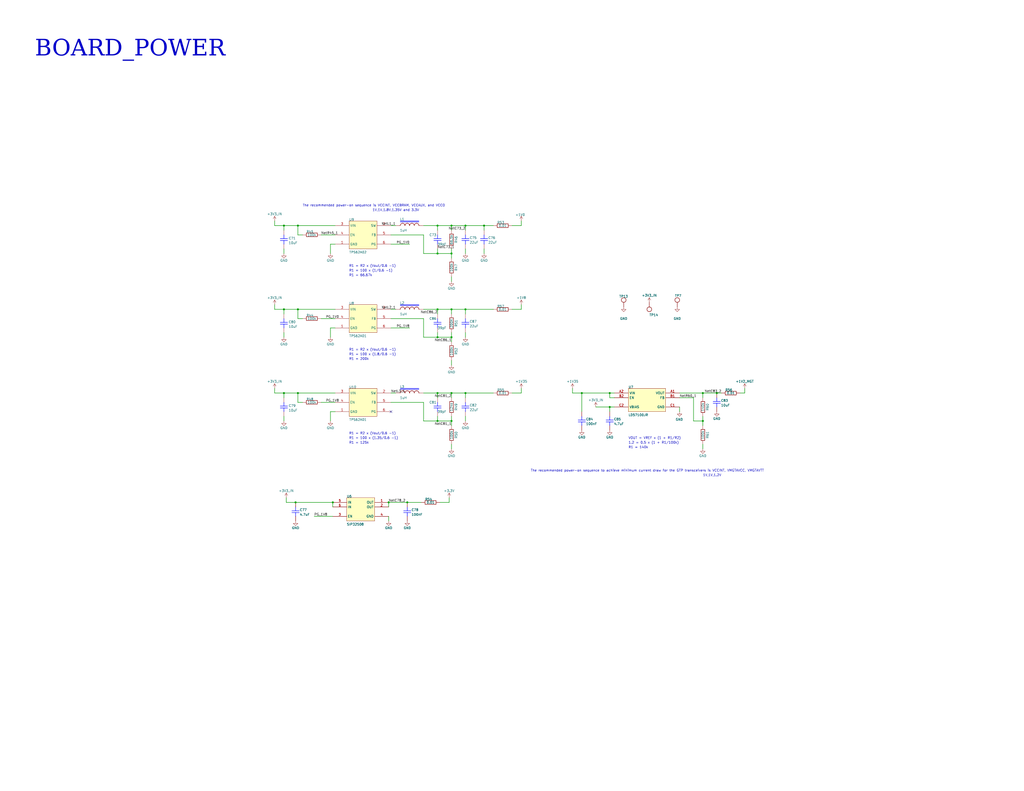
<source format=kicad_sch>
(kicad_sch (version 20230121) (generator eeschema)

  (uuid ef221331-5e31-41d7-b694-4af007b2497a)

  (paper "C")

  (lib_symbols
    (symbol "Custom_Power_Symbols:+1V2_MGT" (power) (pin_names (offset 0)) (in_bom yes) (on_board yes)
      (property "Reference" "#PWR" (at 0 -3.81 0)
        (effects (font (size 1.27 1.27)) hide)
      )
      (property "Value" "+1V2_MGT" (at 0 3.556 0)
        (effects (font (size 1.27 1.27)))
      )
      (property "Footprint" "" (at 0 0 0)
        (effects (font (size 1.27 1.27)) hide)
      )
      (property "Datasheet" "" (at 0 0 0)
        (effects (font (size 1.27 1.27)) hide)
      )
      (property "ki_keywords" "global power" (at 0 0 0)
        (effects (font (size 1.27 1.27)) hide)
      )
      (property "ki_description" "Power symbol creates a global label with name \"+1V2_MGT\"" (at 0 0 0)
        (effects (font (size 1.27 1.27)) hide)
      )
      (symbol "+1V2_MGT_0_1"
        (polyline
          (pts
            (xy -0.762 1.27)
            (xy 0 2.54)
          )
          (stroke (width 0) (type default))
          (fill (type none))
        )
        (polyline
          (pts
            (xy 0 0)
            (xy 0 2.54)
          )
          (stroke (width 0) (type default))
          (fill (type none))
        )
        (polyline
          (pts
            (xy 0 2.54)
            (xy 0.762 1.27)
          )
          (stroke (width 0) (type default))
          (fill (type none))
        )
      )
      (symbol "+1V2_MGT_1_1"
        (pin power_in line (at 0 0 90) (length 0) hide
          (name "+1V2_MGT" (effects (font (size 1.27 1.27))))
          (number "1" (effects (font (size 1.27 1.27))))
        )
      )
    )
    (symbol "Custom_Power_Symbols:+3V3_IN" (power) (pin_names (offset 0)) (in_bom yes) (on_board yes)
      (property "Reference" "#PWR" (at 0 -3.81 0)
        (effects (font (size 1.27 1.27)) hide)
      )
      (property "Value" "+3V3_IN" (at 0 3.556 0)
        (effects (font (size 1.27 1.27)))
      )
      (property "Footprint" "" (at 0 0 0)
        (effects (font (size 1.27 1.27)) hide)
      )
      (property "Datasheet" "" (at 0 0 0)
        (effects (font (size 1.27 1.27)) hide)
      )
      (property "ki_keywords" "global power" (at 0 0 0)
        (effects (font (size 1.27 1.27)) hide)
      )
      (property "ki_description" "Power symbol creates a global label with name \"+3V3_IN\"" (at 0 0 0)
        (effects (font (size 1.27 1.27)) hide)
      )
      (symbol "+3V3_IN_0_1"
        (polyline
          (pts
            (xy -0.762 1.27)
            (xy 0 2.54)
          )
          (stroke (width 0) (type default))
          (fill (type none))
        )
        (polyline
          (pts
            (xy 0 0)
            (xy 0 2.54)
          )
          (stroke (width 0) (type default))
          (fill (type none))
        )
        (polyline
          (pts
            (xy 0 2.54)
            (xy 0.762 1.27)
          )
          (stroke (width 0) (type default))
          (fill (type none))
        )
      )
      (symbol "+3V3_IN_1_1"
        (pin power_in line (at 0 0 90) (length 0) hide
          (name "+3V3_IN" (effects (font (size 1.27 1.27))))
          (number "1" (effects (font (size 1.27 1.27))))
        )
      )
    )
    (symbol "power:+1V0" (power) (pin_names (offset 0)) (in_bom yes) (on_board yes)
      (property "Reference" "#PWR" (at 0 -3.81 0)
        (effects (font (size 1.27 1.27)) hide)
      )
      (property "Value" "+1V0" (at 0 3.556 0)
        (effects (font (size 1.27 1.27)))
      )
      (property "Footprint" "" (at 0 0 0)
        (effects (font (size 1.27 1.27)) hide)
      )
      (property "Datasheet" "" (at 0 0 0)
        (effects (font (size 1.27 1.27)) hide)
      )
      (property "ki_keywords" "global power" (at 0 0 0)
        (effects (font (size 1.27 1.27)) hide)
      )
      (property "ki_description" "Power symbol creates a global label with name \"+1V0\"" (at 0 0 0)
        (effects (font (size 1.27 1.27)) hide)
      )
      (symbol "+1V0_0_1"
        (polyline
          (pts
            (xy -0.762 1.27)
            (xy 0 2.54)
          )
          (stroke (width 0) (type default))
          (fill (type none))
        )
        (polyline
          (pts
            (xy 0 0)
            (xy 0 2.54)
          )
          (stroke (width 0) (type default))
          (fill (type none))
        )
        (polyline
          (pts
            (xy 0 2.54)
            (xy 0.762 1.27)
          )
          (stroke (width 0) (type default))
          (fill (type none))
        )
      )
      (symbol "+1V0_1_1"
        (pin power_in line (at 0 0 90) (length 0) hide
          (name "+1V0" (effects (font (size 1.27 1.27))))
          (number "1" (effects (font (size 1.27 1.27))))
        )
      )
    )
    (symbol "power:+1V35" (power) (pin_names (offset 0)) (in_bom yes) (on_board yes)
      (property "Reference" "#PWR" (at 0 -3.81 0)
        (effects (font (size 1.27 1.27)) hide)
      )
      (property "Value" "+1V35" (at 0 3.556 0)
        (effects (font (size 1.27 1.27)))
      )
      (property "Footprint" "" (at 0 0 0)
        (effects (font (size 1.27 1.27)) hide)
      )
      (property "Datasheet" "" (at 0 0 0)
        (effects (font (size 1.27 1.27)) hide)
      )
      (property "ki_keywords" "global power" (at 0 0 0)
        (effects (font (size 1.27 1.27)) hide)
      )
      (property "ki_description" "Power symbol creates a global label with name \"+1V35\"" (at 0 0 0)
        (effects (font (size 1.27 1.27)) hide)
      )
      (symbol "+1V35_0_1"
        (polyline
          (pts
            (xy -0.762 1.27)
            (xy 0 2.54)
          )
          (stroke (width 0) (type default))
          (fill (type none))
        )
        (polyline
          (pts
            (xy 0 0)
            (xy 0 2.54)
          )
          (stroke (width 0) (type default))
          (fill (type none))
        )
        (polyline
          (pts
            (xy 0 2.54)
            (xy 0.762 1.27)
          )
          (stroke (width 0) (type default))
          (fill (type none))
        )
      )
      (symbol "+1V35_1_1"
        (pin power_in line (at 0 0 90) (length 0) hide
          (name "+1V35" (effects (font (size 1.27 1.27))))
          (number "1" (effects (font (size 1.27 1.27))))
        )
      )
    )
    (symbol "power:+1V8" (power) (pin_names (offset 0)) (in_bom yes) (on_board yes)
      (property "Reference" "#PWR" (at 0 -3.81 0)
        (effects (font (size 1.27 1.27)) hide)
      )
      (property "Value" "+1V8" (at 0 3.556 0)
        (effects (font (size 1.27 1.27)))
      )
      (property "Footprint" "" (at 0 0 0)
        (effects (font (size 1.27 1.27)) hide)
      )
      (property "Datasheet" "" (at 0 0 0)
        (effects (font (size 1.27 1.27)) hide)
      )
      (property "ki_keywords" "global power" (at 0 0 0)
        (effects (font (size 1.27 1.27)) hide)
      )
      (property "ki_description" "Power symbol creates a global label with name \"+1V8\"" (at 0 0 0)
        (effects (font (size 1.27 1.27)) hide)
      )
      (symbol "+1V8_0_1"
        (polyline
          (pts
            (xy -0.762 1.27)
            (xy 0 2.54)
          )
          (stroke (width 0) (type default))
          (fill (type none))
        )
        (polyline
          (pts
            (xy 0 0)
            (xy 0 2.54)
          )
          (stroke (width 0) (type default))
          (fill (type none))
        )
        (polyline
          (pts
            (xy 0 2.54)
            (xy 0.762 1.27)
          )
          (stroke (width 0) (type default))
          (fill (type none))
        )
      )
      (symbol "+1V8_1_1"
        (pin power_in line (at 0 0 90) (length 0) hide
          (name "+1V8" (effects (font (size 1.27 1.27))))
          (number "1" (effects (font (size 1.27 1.27))))
        )
      )
    )
    (symbol "power:+3.3V" (power) (pin_names (offset 0)) (in_bom yes) (on_board yes)
      (property "Reference" "#PWR" (at 0 -3.81 0)
        (effects (font (size 1.27 1.27)) hide)
      )
      (property "Value" "+3.3V" (at 0 3.556 0)
        (effects (font (size 1.27 1.27)))
      )
      (property "Footprint" "" (at 0 0 0)
        (effects (font (size 1.27 1.27)) hide)
      )
      (property "Datasheet" "" (at 0 0 0)
        (effects (font (size 1.27 1.27)) hide)
      )
      (property "ki_keywords" "global power" (at 0 0 0)
        (effects (font (size 1.27 1.27)) hide)
      )
      (property "ki_description" "Power symbol creates a global label with name \"+3.3V\"" (at 0 0 0)
        (effects (font (size 1.27 1.27)) hide)
      )
      (symbol "+3.3V_0_1"
        (polyline
          (pts
            (xy -0.762 1.27)
            (xy 0 2.54)
          )
          (stroke (width 0) (type default))
          (fill (type none))
        )
        (polyline
          (pts
            (xy 0 0)
            (xy 0 2.54)
          )
          (stroke (width 0) (type default))
          (fill (type none))
        )
        (polyline
          (pts
            (xy 0 2.54)
            (xy 0.762 1.27)
          )
          (stroke (width 0) (type default))
          (fill (type none))
        )
      )
      (symbol "+3.3V_1_1"
        (pin power_in line (at 0 0 90) (length 0) hide
          (name "+3.3V" (effects (font (size 1.27 1.27))))
          (number "1" (effects (font (size 1.27 1.27))))
        )
      )
    )
    (symbol "power:GND" (power) (pin_names (offset 0)) (in_bom yes) (on_board yes)
      (property "Reference" "#PWR" (at 0 -6.35 0)
        (effects (font (size 1.27 1.27)) hide)
      )
      (property "Value" "GND" (at 0 -3.81 0)
        (effects (font (size 1.27 1.27)))
      )
      (property "Footprint" "" (at 0 0 0)
        (effects (font (size 1.27 1.27)) hide)
      )
      (property "Datasheet" "" (at 0 0 0)
        (effects (font (size 1.27 1.27)) hide)
      )
      (property "ki_keywords" "global power" (at 0 0 0)
        (effects (font (size 1.27 1.27)) hide)
      )
      (property "ki_description" "Power symbol creates a global label with name \"GND\" , ground" (at 0 0 0)
        (effects (font (size 1.27 1.27)) hide)
      )
      (symbol "GND_0_1"
        (polyline
          (pts
            (xy 0 0)
            (xy 0 -1.27)
            (xy 1.27 -1.27)
            (xy 0 -2.54)
            (xy -1.27 -1.27)
            (xy 0 -1.27)
          )
          (stroke (width 0) (type default))
          (fill (type none))
        )
      )
      (symbol "GND_1_1"
        (pin power_in line (at 0 0 270) (length 0) hide
          (name "GND" (effects (font (size 1.27 1.27))))
          (number "1" (effects (font (size 1.27 1.27))))
        )
      )
    )
    (symbol "scratch-altium-import:root_0_CAP 100nF 16V X7R 0402" (in_bom yes) (on_board yes)
      (property "Reference" "" (at 0 0 0)
        (effects (font (size 1.27 1.27)))
      )
      (property "Value" "" (at 0 0 0)
        (effects (font (size 1.27 1.27)))
      )
      (property "Footprint" "" (at 0 0 0)
        (effects (font (size 1.27 1.27)) hide)
      )
      (property "Datasheet" "" (at 0 0 0)
        (effects (font (size 1.27 1.27)) hide)
      )
      (property "ki_fp_filters" "GEN_C_0402" (at 0 0 0)
        (effects (font (size 1.27 1.27)) hide)
      )
      (symbol "root_0_CAP 100nF 16V X7R 0402_1_0"
        (polyline
          (pts
            (xy -2 -0.5)
            (xy 2 -0.5)
          )
          (stroke (width 0.254) (type solid) (color 0 0 255 1))
          (fill (type none))
        )
        (polyline
          (pts
            (xy -2 0.5)
            (xy 2 0.5)
          )
          (stroke (width 0.254) (type solid) (color 0 0 255 1))
          (fill (type none))
        )
        (polyline
          (pts
            (xy 0 -2.54)
            (xy 0 -0.5)
          )
          (stroke (width 0.254) (type solid) (color 0 0 255 1))
          (fill (type none))
        )
        (polyline
          (pts
            (xy 0 2.54)
            (xy 0 0.5)
          )
          (stroke (width 0.254) (type solid) (color 0 0 255 1))
          (fill (type none))
        )
        (pin passive line (at 0 -5.08 90) (length 2.54)
          (name "1" (effects (font (size 0 0))))
          (number "1" (effects (font (size 0 0))))
        )
        (pin passive line (at 0 5.08 270) (length 2.54)
          (name "2" (effects (font (size 0 0))))
          (number "2" (effects (font (size 0 0))))
        )
      )
    )
    (symbol "scratch-altium-import:root_0_CAP 10uF 10V X5R 0603" (in_bom yes) (on_board yes)
      (property "Reference" "" (at 0 0 0)
        (effects (font (size 1.27 1.27)))
      )
      (property "Value" "" (at 0 0 0)
        (effects (font (size 1.27 1.27)))
      )
      (property "Footprint" "" (at 0 0 0)
        (effects (font (size 1.27 1.27)) hide)
      )
      (property "Datasheet" "" (at 0 0 0)
        (effects (font (size 1.27 1.27)) hide)
      )
      (property "ki_fp_filters" "GEN_C_0603" (at 0 0 0)
        (effects (font (size 1.27 1.27)) hide)
      )
      (symbol "root_0_CAP 10uF 10V X5R 0603_1_0"
        (polyline
          (pts
            (xy -2 -0.5)
            (xy 2 -0.5)
          )
          (stroke (width 0.254) (type solid) (color 0 0 255 1))
          (fill (type none))
        )
        (polyline
          (pts
            (xy -2 0.5)
            (xy 2 0.5)
          )
          (stroke (width 0.254) (type solid) (color 0 0 255 1))
          (fill (type none))
        )
        (polyline
          (pts
            (xy 0 -2.54)
            (xy 0 -0.5)
          )
          (stroke (width 0.254) (type solid) (color 0 0 255 1))
          (fill (type none))
        )
        (polyline
          (pts
            (xy 0 2.54)
            (xy 0 0.5)
          )
          (stroke (width 0.254) (type solid) (color 0 0 255 1))
          (fill (type none))
        )
        (pin passive line (at 0 -5.08 90) (length 2.54)
          (name "1" (effects (font (size 0 0))))
          (number "1" (effects (font (size 0 0))))
        )
        (pin passive line (at 0 5.08 270) (length 2.54)
          (name "2" (effects (font (size 0 0))))
          (number "2" (effects (font (size 0 0))))
        )
      )
    )
    (symbol "scratch-altium-import:root_0_CAP 22uF 25V X5R 0805" (in_bom yes) (on_board yes)
      (property "Reference" "" (at 0 0 0)
        (effects (font (size 1.27 1.27)))
      )
      (property "Value" "" (at 0 0 0)
        (effects (font (size 1.27 1.27)))
      )
      (property "Footprint" "" (at 0 0 0)
        (effects (font (size 1.27 1.27)) hide)
      )
      (property "Datasheet" "" (at 0 0 0)
        (effects (font (size 1.27 1.27)) hide)
      )
      (property "ki_fp_filters" "GEN_C_0805" (at 0 0 0)
        (effects (font (size 1.27 1.27)) hide)
      )
      (symbol "root_0_CAP 22uF 25V X5R 0805_1_0"
        (polyline
          (pts
            (xy -2 -0.5)
            (xy 2 -0.5)
          )
          (stroke (width 0.254) (type solid) (color 0 0 255 1))
          (fill (type none))
        )
        (polyline
          (pts
            (xy -2 0.5)
            (xy 2 0.5)
          )
          (stroke (width 0.254) (type solid) (color 0 0 255 1))
          (fill (type none))
        )
        (polyline
          (pts
            (xy 0 -2.54)
            (xy 0 -0.5)
          )
          (stroke (width 0.254) (type solid) (color 0 0 255 1))
          (fill (type none))
        )
        (polyline
          (pts
            (xy 0 2.54)
            (xy 0 0.5)
          )
          (stroke (width 0.254) (type solid) (color 0 0 255 1))
          (fill (type none))
        )
        (pin passive line (at 0 -5.08 90) (length 2.54)
          (name "1" (effects (font (size 0 0))))
          (number "1" (effects (font (size 0 0))))
        )
        (pin passive line (at 0 5.08 270) (length 2.54)
          (name "2" (effects (font (size 0 0))))
          (number "2" (effects (font (size 0 0))))
        )
      )
    )
    (symbol "scratch-altium-import:root_0_CAP 39pF 50V C0G 0402" (in_bom yes) (on_board yes)
      (property "Reference" "" (at 0 0 0)
        (effects (font (size 1.27 1.27)))
      )
      (property "Value" "" (at 0 0 0)
        (effects (font (size 1.27 1.27)))
      )
      (property "Footprint" "" (at 0 0 0)
        (effects (font (size 1.27 1.27)) hide)
      )
      (property "Datasheet" "" (at 0 0 0)
        (effects (font (size 1.27 1.27)) hide)
      )
      (property "ki_fp_filters" "GEN_C_0402" (at 0 0 0)
        (effects (font (size 1.27 1.27)) hide)
      )
      (symbol "root_0_CAP 39pF 50V C0G 0402_1_0"
        (polyline
          (pts
            (xy -2 -0.5)
            (xy 2 -0.5)
          )
          (stroke (width 0.254) (type solid) (color 0 0 255 1))
          (fill (type none))
        )
        (polyline
          (pts
            (xy -2 0.5)
            (xy 2 0.5)
          )
          (stroke (width 0.254) (type solid) (color 0 0 255 1))
          (fill (type none))
        )
        (polyline
          (pts
            (xy 0 -2.54)
            (xy 0 -0.5)
          )
          (stroke (width 0.254) (type solid) (color 0 0 255 1))
          (fill (type none))
        )
        (polyline
          (pts
            (xy 0 2.54)
            (xy 0 0.5)
          )
          (stroke (width 0.254) (type solid) (color 0 0 255 1))
          (fill (type none))
        )
        (pin passive line (at 0 -5.08 90) (length 2.54)
          (name "1" (effects (font (size 0 0))))
          (number "1" (effects (font (size 0 0))))
        )
        (pin passive line (at 0 5.08 270) (length 2.54)
          (name "2" (effects (font (size 0 0))))
          (number "2" (effects (font (size 0 0))))
        )
      )
    )
    (symbol "scratch-altium-import:root_0_CAP 4.7uF 6.3V X5R 0402" (in_bom yes) (on_board yes)
      (property "Reference" "" (at 0 0 0)
        (effects (font (size 1.27 1.27)))
      )
      (property "Value" "" (at 0 0 0)
        (effects (font (size 1.27 1.27)))
      )
      (property "Footprint" "" (at 0 0 0)
        (effects (font (size 1.27 1.27)) hide)
      )
      (property "Datasheet" "" (at 0 0 0)
        (effects (font (size 1.27 1.27)) hide)
      )
      (property "ki_fp_filters" "GEN_C_0402" (at 0 0 0)
        (effects (font (size 1.27 1.27)) hide)
      )
      (symbol "root_0_CAP 4.7uF 6.3V X5R 0402_1_0"
        (polyline
          (pts
            (xy -2 -0.5)
            (xy 2 -0.5)
          )
          (stroke (width 0.254) (type solid) (color 0 0 255 1))
          (fill (type none))
        )
        (polyline
          (pts
            (xy -2 0.5)
            (xy 2 0.5)
          )
          (stroke (width 0.254) (type solid) (color 0 0 255 1))
          (fill (type none))
        )
        (polyline
          (pts
            (xy 0 -2.54)
            (xy 0 -0.5)
          )
          (stroke (width 0.254) (type solid) (color 0 0 255 1))
          (fill (type none))
        )
        (polyline
          (pts
            (xy 0 2.54)
            (xy 0 0.5)
          )
          (stroke (width 0.254) (type solid) (color 0 0 255 1))
          (fill (type none))
        )
        (pin passive line (at 0 -5.08 90) (length 2.54)
          (name "1" (effects (font (size 0 0))))
          (number "1" (effects (font (size 0 0))))
        )
        (pin passive line (at 0 5.08 270) (length 2.54)
          (name "2" (effects (font (size 0 0))))
          (number "2" (effects (font (size 0 0))))
        )
      )
    )
    (symbol "scratch-altium-import:root_0_IC BUCK TPS62A01" (in_bom yes) (on_board yes)
      (property "Reference" "" (at 0 0 0)
        (effects (font (size 1.27 1.27)))
      )
      (property "Value" "" (at 0 0 0)
        (effects (font (size 1.27 1.27)))
      )
      (property "Footprint" "" (at 0 0 0)
        (effects (font (size 1.27 1.27)) hide)
      )
      (property "Datasheet" "" (at 0 0 0)
        (effects (font (size 1.27 1.27)) hide)
      )
      (property "ki_fp_filters" "TI_SOT563_DRL0006A" (at 0 0 0)
        (effects (font (size 1.27 1.27)) hide)
      )
      (symbol "root_0_IC BUCK TPS62A01_1_0"
        (rectangle (start 15.24 0) (end 0 -15.24)
          (stroke (width 0) (type solid))
          (fill (type background))
        )
        (pin power_in line (at -7.62 -12.7 0) (length 7.62)
          (name "GND" (effects (font (size 1.27 1.27))))
          (number "1" (effects (font (size 1.27 1.27))))
        )
        (pin passive line (at 22.86 -2.54 180) (length 7.62)
          (name "SW" (effects (font (size 1.27 1.27))))
          (number "2" (effects (font (size 1.27 1.27))))
        )
        (pin power_in line (at -7.62 -2.54 0) (length 7.62)
          (name "VIN" (effects (font (size 1.27 1.27))))
          (number "3" (effects (font (size 1.27 1.27))))
        )
        (pin passive line (at -7.62 -7.62 0) (length 7.62)
          (name "EN" (effects (font (size 1.27 1.27))))
          (number "4" (effects (font (size 1.27 1.27))))
        )
        (pin passive line (at 22.86 -7.62 180) (length 7.62)
          (name "FB" (effects (font (size 1.27 1.27))))
          (number "5" (effects (font (size 1.27 1.27))))
        )
        (pin passive line (at 22.86 -12.7 180) (length 7.62)
          (name "PG" (effects (font (size 1.27 1.27))))
          (number "6" (effects (font (size 1.27 1.27))))
        )
      )
    )
    (symbol "scratch-altium-import:root_0_IC BUCK TPS62A02" (in_bom yes) (on_board yes)
      (property "Reference" "" (at 0 0 0)
        (effects (font (size 1.27 1.27)))
      )
      (property "Value" "" (at 0 0 0)
        (effects (font (size 1.27 1.27)))
      )
      (property "Footprint" "" (at 0 0 0)
        (effects (font (size 1.27 1.27)) hide)
      )
      (property "Datasheet" "" (at 0 0 0)
        (effects (font (size 1.27 1.27)) hide)
      )
      (property "ki_fp_filters" "TI_SOT563_DRL0006A" (at 0 0 0)
        (effects (font (size 1.27 1.27)) hide)
      )
      (symbol "root_0_IC BUCK TPS62A02_1_0"
        (rectangle (start 15.24 0) (end 0 -15.24)
          (stroke (width 0) (type solid))
          (fill (type background))
        )
        (pin power_in line (at -7.62 -12.7 0) (length 7.62)
          (name "GND" (effects (font (size 1.27 1.27))))
          (number "1" (effects (font (size 1.27 1.27))))
        )
        (pin passive line (at 22.86 -2.54 180) (length 7.62)
          (name "SW" (effects (font (size 1.27 1.27))))
          (number "2" (effects (font (size 1.27 1.27))))
        )
        (pin power_in line (at -7.62 -2.54 0) (length 7.62)
          (name "VIN" (effects (font (size 1.27 1.27))))
          (number "3" (effects (font (size 1.27 1.27))))
        )
        (pin passive line (at -7.62 -7.62 0) (length 7.62)
          (name "EN" (effects (font (size 1.27 1.27))))
          (number "4" (effects (font (size 1.27 1.27))))
        )
        (pin passive line (at 22.86 -7.62 180) (length 7.62)
          (name "FB" (effects (font (size 1.27 1.27))))
          (number "5" (effects (font (size 1.27 1.27))))
        )
        (pin passive line (at 22.86 -12.7 180) (length 7.62)
          (name "PG" (effects (font (size 1.27 1.27))))
          (number "6" (effects (font (size 1.27 1.27))))
        )
      )
    )
    (symbol "scratch-altium-import:root_0_IC LDO LD57100JR" (in_bom yes) (on_board yes)
      (property "Reference" "" (at 0 0 0)
        (effects (font (size 1.27 1.27)))
      )
      (property "Value" "" (at 0 0 0)
        (effects (font (size 1.27 1.27)))
      )
      (property "Footprint" "" (at 0 0 0)
        (effects (font (size 1.27 1.27)) hide)
      )
      (property "Datasheet" "" (at 0 0 0)
        (effects (font (size 1.27 1.27)) hide)
      )
      (property "ki_fp_filters" "ST_FlipChip6" (at 0 0 0)
        (effects (font (size 1.27 1.27)) hide)
      )
      (symbol "root_0_IC LDO LD57100JR_1_0"
        (rectangle (start 10.16 2.54) (end -10.16 -10.16)
          (stroke (width 0) (type solid))
          (fill (type background))
        )
        (pin passive line (at 17.78 0 180) (length 7.62)
          (name "VOUT" (effects (font (size 1.27 1.27))))
          (number "A1" (effects (font (size 1.27 1.27))))
        )
        (pin passive line (at -17.78 0 0) (length 7.62)
          (name "VIN" (effects (font (size 1.27 1.27))))
          (number "A2" (effects (font (size 1.27 1.27))))
        )
        (pin passive line (at 17.78 -2.54 180) (length 7.62)
          (name "FB" (effects (font (size 1.27 1.27))))
          (number "B1" (effects (font (size 1.27 1.27))))
        )
        (pin passive line (at -17.78 -2.54 0) (length 7.62)
          (name "EN" (effects (font (size 1.27 1.27))))
          (number "B2" (effects (font (size 1.27 1.27))))
        )
        (pin passive line (at 17.78 -7.62 180) (length 7.62)
          (name "GND" (effects (font (size 1.27 1.27))))
          (number "C1" (effects (font (size 1.27 1.27))))
        )
        (pin passive line (at -17.78 -7.62 0) (length 7.62)
          (name "VBIAS" (effects (font (size 1.27 1.27))))
          (number "C2" (effects (font (size 1.27 1.27))))
        )
      )
    )
    (symbol "scratch-altium-import:root_0_IC SWITCH LOAD SIP32508" (in_bom yes) (on_board yes)
      (property "Reference" "" (at 0 0 0)
        (effects (font (size 1.27 1.27)))
      )
      (property "Value" "" (at 0 0 0)
        (effects (font (size 1.27 1.27)))
      )
      (property "Footprint" "" (at 0 0 0)
        (effects (font (size 1.27 1.27)) hide)
      )
      (property "Datasheet" "" (at 0 0 0)
        (effects (font (size 1.27 1.27)) hide)
      )
      (property "ki_fp_filters" "VISH_TSOT6" (at 0 0 0)
        (effects (font (size 1.27 1.27)) hide)
      )
      (symbol "root_0_IC SWITCH LOAD SIP32508_1_0"
        (rectangle (start 7.62 7.62) (end -7.62 -5.08)
          (stroke (width 0) (type solid))
          (fill (type background))
        )
        (pin passive line (at 15.24 5.08 180) (length 7.62)
          (name "OUT" (effects (font (size 1.27 1.27))))
          (number "1" (effects (font (size 1.27 1.27))))
        )
        (pin passive line (at 15.24 2.54 180) (length 7.62)
          (name "OUT" (effects (font (size 1.27 1.27))))
          (number "2" (effects (font (size 1.27 1.27))))
        )
        (pin passive line (at -15.24 -2.54 0) (length 7.62)
          (name "EN" (effects (font (size 1.27 1.27))))
          (number "3" (effects (font (size 1.27 1.27))))
        )
        (pin passive line (at 15.24 -2.54 180) (length 7.62)
          (name "GND" (effects (font (size 1.27 1.27))))
          (number "4" (effects (font (size 1.27 1.27))))
        )
        (pin passive line (at -15.24 5.08 0) (length 7.62)
          (name "IN" (effects (font (size 1.27 1.27))))
          (number "5" (effects (font (size 1.27 1.27))))
        )
        (pin passive line (at -15.24 2.54 0) (length 7.62)
          (name "IN" (effects (font (size 1.27 1.27))))
          (number "6" (effects (font (size 1.27 1.27))))
        )
      )
    )
    (symbol "scratch-altium-import:root_0_IND 1uH 5.5A 32 MOHM 1210" (in_bom yes) (on_board yes)
      (property "Reference" "" (at 0 0 0)
        (effects (font (size 1.27 1.27)))
      )
      (property "Value" "" (at 0 0 0)
        (effects (font (size 1.27 1.27)))
      )
      (property "Footprint" "" (at 0 0 0)
        (effects (font (size 1.27 1.27)) hide)
      )
      (property "Datasheet" "" (at 0 0 0)
        (effects (font (size 1.27 1.27)) hide)
      )
      (property "ki_fp_filters" "GEN_L_1210" (at 0 0 0)
        (effects (font (size 1.27 1.27)) hide)
      )
      (symbol "root_0_IND 1uH 5.5A 32 MOHM 1210_1_0"
        (arc (start -3.81 1.27) (mid -4.708 0.898) (end -5.08 0)
          (stroke (width 0.254) (type solid))
          (fill (type none))
        )
        (arc (start -2.54 0) (mid -2.912 0.898) (end -3.81 1.27)
          (stroke (width 0.254) (type solid))
          (fill (type none))
        )
        (arc (start -1.27 1.27) (mid -2.168 0.898) (end -2.54 0)
          (stroke (width 0.254) (type solid))
          (fill (type none))
        )
        (arc (start 0 0) (mid -0.372 0.898) (end -1.27 1.27)
          (stroke (width 0.254) (type solid))
          (fill (type none))
        )
        (polyline
          (pts
            (xy -5.08 2.032)
            (xy 5.08 2.032)
          )
          (stroke (width 0.254) (type solid) (color 0 0 255 1))
          (fill (type none))
        )
        (polyline
          (pts
            (xy -5.08 2.54)
            (xy 5.08 2.54)
          )
          (stroke (width 0.254) (type solid) (color 0 0 255 1))
          (fill (type none))
        )
        (arc (start 1.27 1.27) (mid 0.372 0.898) (end 0 0)
          (stroke (width 0.254) (type solid))
          (fill (type none))
        )
        (arc (start 2.54 0) (mid 2.168 0.898) (end 1.27 1.27)
          (stroke (width 0.254) (type solid))
          (fill (type none))
        )
        (arc (start 3.81 1.27) (mid 2.912 0.898) (end 2.54 0)
          (stroke (width 0.254) (type solid))
          (fill (type none))
        )
        (arc (start 5.08 0) (mid 4.708 0.898) (end 3.81 1.27)
          (stroke (width 0.254) (type solid))
          (fill (type none))
        )
        (pin passive line (at -7.62 0 0) (length 2.54)
          (name "1" (effects (font (size 0 0))))
          (number "1" (effects (font (size 0 0))))
        )
        (pin passive line (at 7.62 0 180) (length 2.54)
          (name "2" (effects (font (size 0 0))))
          (number "2" (effects (font (size 0 0))))
        )
      )
    )
    (symbol "scratch-altium-import:root_0_RES 0.01 OHM 1% 1/4W 0603" (in_bom yes) (on_board yes)
      (property "Reference" "" (at 0 0 0)
        (effects (font (size 1.27 1.27)))
      )
      (property "Value" "" (at 0 0 0)
        (effects (font (size 1.27 1.27)))
      )
      (property "Footprint" "" (at 0 0 0)
        (effects (font (size 1.27 1.27)) hide)
      )
      (property "Datasheet" "" (at 0 0 0)
        (effects (font (size 1.27 1.27)) hide)
      )
      (property "ki_fp_filters" "GEN_R_0603" (at 0 0 0)
        (effects (font (size 1.27 1.27)) hide)
      )
      (symbol "root_0_RES 0.01 OHM 1% 1/4W 0603_1_0"
        (rectangle (start 3 0.976) (end -3 -1.056)
          (stroke (width 0.254) (type solid))
          (fill (type none))
        )
        (pin passive line (at -5.08 0 0) (length 2)
          (name "1" (effects (font (size 0 0))))
          (number "1" (effects (font (size 0 0))))
        )
        (pin passive line (at 5.08 0 180) (length 2)
          (name "2" (effects (font (size 0 0))))
          (number "2" (effects (font (size 0 0))))
        )
      )
    )
    (symbol "scratch-altium-import:root_0_mirrored_TP PCB 1mm" (in_bom yes) (on_board yes)
      (property "Reference" "" (at 0 0 0)
        (effects (font (size 1.27 1.27)))
      )
      (property "Value" "" (at 0 0 0)
        (effects (font (size 1.27 1.27)))
      )
      (property "Footprint" "" (at 0 0 0)
        (effects (font (size 1.27 1.27)) hide)
      )
      (property "Datasheet" "" (at 0 0 0)
        (effects (font (size 1.27 1.27)) hide)
      )
      (property "ki_fp_filters" "GEN_TP_PCB" (at 0 0 0)
        (effects (font (size 1.27 1.27)) hide)
      )
      (symbol "root_0_mirrored_TP PCB 1mm_1_0"
        (circle (center 0 3.81) (radius 1.27)
          (stroke (width 0.254) (type solid))
          (fill (type none))
        )
        (pin passive line (at 0 0 90) (length 2.54)
          (name "1" (effects (font (size 0 0))))
          (number "1" (effects (font (size 0 0))))
        )
      )
    )
    (symbol "scratch-altium-import:root_1_RES 100K OHM 1% 1/10W 0402" (in_bom yes) (on_board yes)
      (property "Reference" "" (at 0 0 0)
        (effects (font (size 1.27 1.27)))
      )
      (property "Value" "" (at 0 0 0)
        (effects (font (size 1.27 1.27)))
      )
      (property "Footprint" "" (at 0 0 0)
        (effects (font (size 1.27 1.27)) hide)
      )
      (property "Datasheet" "" (at 0 0 0)
        (effects (font (size 1.27 1.27)) hide)
      )
      (property "ki_fp_filters" "GEN_R_0402" (at 0 0 0)
        (effects (font (size 1.27 1.27)) hide)
      )
      (symbol "root_1_RES 100K OHM 1% 1/10W 0402_1_0"
        (rectangle (start 1.056 3) (end -0.976 -3)
          (stroke (width 0.254) (type solid))
          (fill (type none))
        )
        (pin passive line (at 0 -5.08 90) (length 2)
          (name "1" (effects (font (size 0 0))))
          (number "1" (effects (font (size 0 0))))
        )
        (pin passive line (at 0 5.08 270) (length 2)
          (name "2" (effects (font (size 0 0))))
          (number "2" (effects (font (size 0 0))))
        )
      )
    )
    (symbol "scratch-altium-import:root_1_RES 124K OHM 1% 1/10W 0402" (in_bom yes) (on_board yes)
      (property "Reference" "" (at 0 0 0)
        (effects (font (size 1.27 1.27)))
      )
      (property "Value" "" (at 0 0 0)
        (effects (font (size 1.27 1.27)))
      )
      (property "Footprint" "" (at 0 0 0)
        (effects (font (size 1.27 1.27)) hide)
      )
      (property "Datasheet" "" (at 0 0 0)
        (effects (font (size 1.27 1.27)) hide)
      )
      (property "ki_fp_filters" "GEN_R_0402" (at 0 0 0)
        (effects (font (size 1.27 1.27)) hide)
      )
      (symbol "root_1_RES 124K OHM 1% 1/10W 0402_1_0"
        (rectangle (start 1.056 3) (end -0.976 -3)
          (stroke (width 0.254) (type solid))
          (fill (type none))
        )
        (pin passive line (at 0 -5.08 90) (length 2)
          (name "1" (effects (font (size 0 0))))
          (number "1" (effects (font (size 0 0))))
        )
        (pin passive line (at 0 5.08 270) (length 2)
          (name "2" (effects (font (size 0 0))))
          (number "2" (effects (font (size 0 0))))
        )
      )
    )
    (symbol "scratch-altium-import:root_1_RES 140K OHM 1% 1/10W 0402" (in_bom yes) (on_board yes)
      (property "Reference" "" (at 0 0 0)
        (effects (font (size 1.27 1.27)))
      )
      (property "Value" "" (at 0 0 0)
        (effects (font (size 1.27 1.27)))
      )
      (property "Footprint" "" (at 0 0 0)
        (effects (font (size 1.27 1.27)) hide)
      )
      (property "Datasheet" "" (at 0 0 0)
        (effects (font (size 1.27 1.27)) hide)
      )
      (property "ki_fp_filters" "GEN_R_0402" (at 0 0 0)
        (effects (font (size 1.27 1.27)) hide)
      )
      (symbol "root_1_RES 140K OHM 1% 1/10W 0402_1_0"
        (rectangle (start 1.056 3) (end -0.976 -3)
          (stroke (width 0.254) (type solid))
          (fill (type none))
        )
        (pin passive line (at 0 -5.08 90) (length 2)
          (name "1" (effects (font (size 0 0))))
          (number "1" (effects (font (size 0 0))))
        )
        (pin passive line (at 0 5.08 270) (length 2)
          (name "2" (effects (font (size 0 0))))
          (number "2" (effects (font (size 0 0))))
        )
      )
    )
    (symbol "scratch-altium-import:root_1_RES 200K OHM 1% 1/16W 0402" (in_bom yes) (on_board yes)
      (property "Reference" "" (at 0 0 0)
        (effects (font (size 1.27 1.27)))
      )
      (property "Value" "" (at 0 0 0)
        (effects (font (size 1.27 1.27)))
      )
      (property "Footprint" "" (at 0 0 0)
        (effects (font (size 1.27 1.27)) hide)
      )
      (property "Datasheet" "" (at 0 0 0)
        (effects (font (size 1.27 1.27)) hide)
      )
      (property "ki_fp_filters" "GEN_R_0402" (at 0 0 0)
        (effects (font (size 1.27 1.27)) hide)
      )
      (symbol "root_1_RES 200K OHM 1% 1/16W 0402_1_0"
        (rectangle (start 1.056 3) (end -0.976 -3)
          (stroke (width 0.254) (type solid))
          (fill (type none))
        )
        (pin passive line (at 0 -5.08 90) (length 2)
          (name "1" (effects (font (size 0 0))))
          (number "1" (effects (font (size 0 0))))
        )
        (pin passive line (at 0 5.08 270) (length 2)
          (name "2" (effects (font (size 0 0))))
          (number "2" (effects (font (size 0 0))))
        )
      )
    )
    (symbol "scratch-altium-import:root_1_RES 66.5K OHM 1% 1/16W 0402" (in_bom yes) (on_board yes)
      (property "Reference" "" (at 0 0 0)
        (effects (font (size 1.27 1.27)))
      )
      (property "Value" "" (at 0 0 0)
        (effects (font (size 1.27 1.27)))
      )
      (property "Footprint" "" (at 0 0 0)
        (effects (font (size 1.27 1.27)) hide)
      )
      (property "Datasheet" "" (at 0 0 0)
        (effects (font (size 1.27 1.27)) hide)
      )
      (property "ki_fp_filters" "GEN_R_0402" (at 0 0 0)
        (effects (font (size 1.27 1.27)) hide)
      )
      (symbol "root_1_RES 66.5K OHM 1% 1/16W 0402_1_0"
        (rectangle (start 1.056 3) (end -0.976 -3)
          (stroke (width 0.254) (type solid))
          (fill (type none))
        )
        (pin passive line (at 0 -5.08 90) (length 2)
          (name "1" (effects (font (size 0 0))))
          (number "1" (effects (font (size 0 0))))
        )
        (pin passive line (at 0 5.08 270) (length 2)
          (name "2" (effects (font (size 0 0))))
          (number "2" (effects (font (size 0 0))))
        )
      )
    )
    (symbol "scratch-altium-import:root_2_RES 100K OHM 1% 1/10W 0402" (in_bom yes) (on_board yes)
      (property "Reference" "" (at 0 0 0)
        (effects (font (size 1.27 1.27)))
      )
      (property "Value" "" (at 0 0 0)
        (effects (font (size 1.27 1.27)))
      )
      (property "Footprint" "" (at 0 0 0)
        (effects (font (size 1.27 1.27)) hide)
      )
      (property "Datasheet" "" (at 0 0 0)
        (effects (font (size 1.27 1.27)) hide)
      )
      (property "ki_fp_filters" "GEN_R_0402" (at 0 0 0)
        (effects (font (size 1.27 1.27)) hide)
      )
      (symbol "root_2_RES 100K OHM 1% 1/10W 0402_1_0"
        (rectangle (start 3 1.056) (end -3 -0.976)
          (stroke (width 0.254) (type solid))
          (fill (type none))
        )
        (pin passive line (at 5.08 0 180) (length 2)
          (name "1" (effects (font (size 0 0))))
          (number "1" (effects (font (size 0 0))))
        )
        (pin passive line (at -5.08 0 0) (length 2)
          (name "2" (effects (font (size 0 0))))
          (number "2" (effects (font (size 0 0))))
        )
      )
    )
    (symbol "scratch-altium-import:root_2_mirrored_TP PCB 1mm" (in_bom yes) (on_board yes)
      (property "Reference" "" (at 0 0 0)
        (effects (font (size 1.27 1.27)))
      )
      (property "Value" "" (at 0 0 0)
        (effects (font (size 1.27 1.27)))
      )
      (property "Footprint" "" (at 0 0 0)
        (effects (font (size 1.27 1.27)) hide)
      )
      (property "Datasheet" "" (at 0 0 0)
        (effects (font (size 1.27 1.27)) hide)
      )
      (property "ki_fp_filters" "GEN_TP_PCB" (at 0 0 0)
        (effects (font (size 1.27 1.27)) hide)
      )
      (symbol "root_2_mirrored_TP PCB 1mm_1_0"
        (circle (center 0 -3.81) (radius 1.27)
          (stroke (width 0.254) (type solid))
          (fill (type none))
        )
        (pin passive line (at 0 0 270) (length 2.54)
          (name "1" (effects (font (size 0 0))))
          (number "1" (effects (font (size 0 0))))
        )
      )
    )
  )


  (junction (at 238.76 184.15) (diameter 0) (color 0 0 0 0)
    (uuid 00418178-7ca3-4bdf-9286-c514c6ea6c64)
  )
  (junction (at 238.76 138.43) (diameter 0) (color 0 0 0 0)
    (uuid 01ee1706-2ac6-4e3f-bd0b-ce2a16f7ef99)
  )
  (junction (at 154.94 214.63) (diameter 0) (color 0 0 0 0)
    (uuid 035abfff-8094-47d2-b306-6c08ef941eb5)
  )
  (junction (at 154.94 168.91) (diameter 0) (color 0 0 0 0)
    (uuid 06d6ead4-cd2d-4c87-ab1d-decfe7c7afc0)
  )
  (junction (at 246.38 123.19) (diameter 0) (color 0 0 0 0)
    (uuid 1af2fcc4-a428-42d8-9a4e-f2128a343dfc)
  )
  (junction (at 161.29 274.32) (diameter 0) (color 0 0 0 0)
    (uuid 1dd1a05d-cf29-4051-a507-757c2be23a50)
  )
  (junction (at 222.25 274.32) (diameter 0) (color 0 0 0 0)
    (uuid 22f3c397-d641-42fb-9a27-7be800e7e558)
  )
  (junction (at 383.54 229.87) (diameter 0) (color 0 0 0 0)
    (uuid 2ef458a2-aa8f-4010-8d6e-b570fe1f9ce3)
  )
  (junction (at 238.76 168.91) (diameter 0) (color 0 0 0 0)
    (uuid 3be82ab5-5151-4264-8c56-4d48b613f788)
  )
  (junction (at 238.76 229.87) (diameter 0) (color 0 0 0 0)
    (uuid 3fdec8ae-1136-4bfb-801d-b8b8de6e487c)
  )
  (junction (at 154.94 123.19) (diameter 0) (color 0 0 0 0)
    (uuid 533e63e8-48d3-4d22-b7bd-94aadd14be16)
  )
  (junction (at 246.38 168.91) (diameter 0) (color 0 0 0 0)
    (uuid 5faadebb-98dc-4278-bb07-555ed3299492)
  )
  (junction (at 332.74 214.63) (diameter 0) (color 0 0 0 0)
    (uuid 65a4d3f0-32ce-4f41-8926-06029a85b8c4)
  )
  (junction (at 254 168.91) (diameter 0) (color 0 0 0 0)
    (uuid 773ee207-6daa-493e-8561-8cf64ccad40f)
  )
  (junction (at 264.16 123.19) (diameter 0) (color 0 0 0 0)
    (uuid 875ec795-5be1-43b7-87d4-887c14b0dd0d)
  )
  (junction (at 254 123.19) (diameter 0) (color 0 0 0 0)
    (uuid 88d1c9b4-2c40-4846-82a7-3b77807228f1)
  )
  (junction (at 238.76 214.63) (diameter 0) (color 0 0 0 0)
    (uuid 8b928a0e-ddf2-486f-a1c5-5c22f89a2e14)
  )
  (junction (at 162.56 168.91) (diameter 0) (color 0 0 0 0)
    (uuid 92a7df49-fd6a-4fe6-8206-9e06986cdd3a)
  )
  (junction (at 383.54 214.63) (diameter 0) (color 0 0 0 0)
    (uuid 975e4d8c-46d7-492f-a476-88df704b51fe)
  )
  (junction (at 246.38 214.63) (diameter 0) (color 0 0 0 0)
    (uuid 999ba27c-b628-463c-b36d-100598b10ed0)
  )
  (junction (at 317.5 214.63) (diameter 0) (color 0 0 0 0)
    (uuid aae73f9d-0f49-4ae5-ad45-eaaf9f82088c)
  )
  (junction (at 246.38 184.15) (diameter 0) (color 0 0 0 0)
    (uuid ae747d57-92e3-4b7a-bf5f-247d3dbbb430)
  )
  (junction (at 391.16 214.63) (diameter 0) (color 0 0 0 0)
    (uuid b13dae73-734f-4bea-b7c7-c4a26de26e24)
  )
  (junction (at 162.56 123.19) (diameter 0) (color 0 0 0 0)
    (uuid b7b381f2-4f00-4eb2-8824-b0af1c8acf11)
  )
  (junction (at 181.61 274.32) (diameter 0) (color 0 0 0 0)
    (uuid c56794da-6168-4835-b5fe-f5c6ae9d2516)
  )
  (junction (at 254 214.63) (diameter 0) (color 0 0 0 0)
    (uuid d1f49c5e-51d7-43da-926e-4b708835c51a)
  )
  (junction (at 246.38 138.43) (diameter 0) (color 0 0 0 0)
    (uuid d248724b-8405-4c13-9b26-49ae33d0eb1f)
  )
  (junction (at 162.56 214.63) (diameter 0) (color 0 0 0 0)
    (uuid dab2e4cd-d8ba-4f23-88e0-0dc8d7e6edc0)
  )
  (junction (at 332.74 222.25) (diameter 0) (color 0 0 0 0)
    (uuid ebc6f329-b9fe-4b1e-813f-898ee7ac9b59)
  )
  (junction (at 238.76 123.19) (diameter 0) (color 0 0 0 0)
    (uuid ef0d844e-5177-439d-9d74-aa966c03d448)
  )
  (junction (at 246.38 229.87) (diameter 0) (color 0 0 0 0)
    (uuid fb60714c-a6c9-4e82-9a38-a23f91d95d79)
  )
  (junction (at 212.09 274.32) (diameter 0) (color 0 0 0 0)
    (uuid fba01dad-4b28-497e-a7fb-32d3e1e7e527)
  )

  (no_connect (at 213.36 224.79) (uuid 95dd1f7b-5688-4d44-bb89-e964511d6bf3))

  (wire (pts (xy 238.76 214.63) (xy 231.14 214.63))
    (stroke (width 0.254) (type default))
    (uuid 02b85595-1df4-45cd-934a-d06e640ab69a)
  )
  (wire (pts (xy 238.76 125.73) (xy 238.76 123.19))
    (stroke (width 0.254) (type default))
    (uuid 068f2d61-ff5b-49a9-b082-95a27df6e626)
  )
  (wire (pts (xy 254 168.91) (xy 269.24 168.91))
    (stroke (width 0.254) (type default))
    (uuid 0858c623-c8e9-4abe-90ce-ced428ce4eab)
  )
  (wire (pts (xy 213.36 214.63) (xy 215.9 214.63))
    (stroke (width 0.254) (type default))
    (uuid 0d35c962-6d41-4cd3-8973-ba32652bf4c7)
  )
  (wire (pts (xy 246.38 229.87) (xy 246.38 227.33))
    (stroke (width 0.254) (type default))
    (uuid 0e982adf-713f-4c08-a4e2-7cb079cab6b8)
  )
  (wire (pts (xy 254 214.63) (xy 246.38 214.63))
    (stroke (width 0.254) (type default))
    (uuid 0f6564d4-edad-4d6d-85a9-45ccd99012af)
  )
  (wire (pts (xy 246.38 171.45) (xy 246.38 168.91))
    (stroke (width 0.254) (type default))
    (uuid 144f8949-f104-4e35-af15-a99f44881bbf)
  )
  (wire (pts (xy 149.86 168.91) (xy 154.94 168.91))
    (stroke (width 0.254) (type default))
    (uuid 16720db2-bf8e-4919-94cb-bf6c7f9a0ef9)
  )
  (wire (pts (xy 149.86 214.63) (xy 154.94 214.63))
    (stroke (width 0.254) (type default))
    (uuid 1846ed7c-704a-4daf-b537-7b49d8ef86ed)
  )
  (wire (pts (xy 246.38 232.41) (xy 246.38 229.87))
    (stroke (width 0.254) (type default))
    (uuid 192a1a46-ed54-4262-999a-b386b2f2eba1)
  )
  (wire (pts (xy 391.16 214.63) (xy 393.7 214.63))
    (stroke (width 0.254) (type default))
    (uuid 1943c4b3-c651-450a-b581-4840946abb4b)
  )
  (wire (pts (xy 238.76 171.45) (xy 238.76 168.91))
    (stroke (width 0.254) (type default))
    (uuid 1af70a10-b6b4-4ab8-b3a7-77455eec8abf)
  )
  (wire (pts (xy 154.94 229.87) (xy 154.94 227.33))
    (stroke (width 0.254) (type default))
    (uuid 1bdeab9e-f4fe-443c-b4fb-faf0b74903e0)
  )
  (wire (pts (xy 284.48 123.19) (xy 284.48 120.65))
    (stroke (width 0.254) (type default))
    (uuid 1c40def5-d401-475e-a12a-458f7c8268fb)
  )
  (wire (pts (xy 335.28 217.17) (xy 332.74 217.17))
    (stroke (width 0.254) (type default))
    (uuid 1cb97a1e-dd07-48da-8f7f-66f27d1a4fa2)
  )
  (wire (pts (xy 180.34 184.15) (xy 180.34 179.07))
    (stroke (width 0.254) (type default))
    (uuid 1d4de734-145b-43a8-805b-abd0ebd721d0)
  )
  (wire (pts (xy 254 184.15) (xy 254 181.61))
    (stroke (width 0.254) (type default))
    (uuid 1e746467-a183-4ff1-9e08-c24322e1422e)
  )
  (wire (pts (xy 231.14 138.43) (xy 231.14 128.27))
    (stroke (width 0.254) (type default))
    (uuid 1e93fad6-6067-48b7-be59-6574c7faddfb)
  )
  (wire (pts (xy 238.76 123.19) (xy 231.14 123.19))
    (stroke (width 0.254) (type default))
    (uuid 1eeabf81-7a8c-4af1-b1e0-e5c9bf76c798)
  )
  (wire (pts (xy 222.25 274.32) (xy 229.87 274.32))
    (stroke (width 0.254) (type default))
    (uuid 1feb721b-1eb7-49d7-a9fa-9407b6037412)
  )
  (wire (pts (xy 180.34 133.35) (xy 182.88 133.35))
    (stroke (width 0.254) (type default))
    (uuid 2250c7e7-7ad1-4283-9a53-eb68611fd2a5)
  )
  (wire (pts (xy 212.09 284.48) (xy 212.09 281.94))
    (stroke (width 0.254) (type default))
    (uuid 228a03d7-f475-4c6e-83c5-dcbd0fd909fa)
  )
  (wire (pts (xy 317.5 214.63) (xy 332.74 214.63))
    (stroke (width 0.254) (type default))
    (uuid 240da792-0cdc-44b7-924e-40f00c0ca014)
  )
  (wire (pts (xy 231.14 229.87) (xy 231.14 219.71))
    (stroke (width 0.254) (type default))
    (uuid 2598e508-e48c-4bb1-8b11-b59ebbdd839d)
  )
  (wire (pts (xy 254 123.19) (xy 264.16 123.19))
    (stroke (width 0.254) (type default))
    (uuid 28cd613e-6935-4ac6-a728-1086aa150357)
  )
  (wire (pts (xy 162.56 173.99) (xy 165.1 173.99))
    (stroke (width 0.254) (type default))
    (uuid 294d91ee-2a1c-48cd-ad67-15f990bdf78e)
  )
  (wire (pts (xy 213.36 179.07) (xy 223.52 179.07))
    (stroke (width 0.254) (type default))
    (uuid 2a954be1-55ac-4ec0-966c-da852eccd7ef)
  )
  (wire (pts (xy 240.03 274.32) (xy 245.11 274.32))
    (stroke (width 0.254) (type default))
    (uuid 2cd8c841-3707-48ae-b3db-2c52cbb08e6a)
  )
  (wire (pts (xy 149.86 123.19) (xy 154.94 123.19))
    (stroke (width 0.254) (type default))
    (uuid 314678dd-b7d3-4a66-8f88-443e24948d99)
  )
  (wire (pts (xy 246.38 168.91) (xy 238.76 168.91))
    (stroke (width 0.254) (type default))
    (uuid 338de879-880a-46a0-bba9-c0e2f6c9aba2)
  )
  (wire (pts (xy 254 123.19) (xy 246.38 123.19))
    (stroke (width 0.254) (type default))
    (uuid 3505bdc0-c7f1-43c5-a0d6-247c245c92f1)
  )
  (wire (pts (xy 231.14 173.99) (xy 213.36 173.99))
    (stroke (width 0.254) (type default))
    (uuid 354ef71e-513a-492d-bdc1-63d747f2024e)
  )
  (wire (pts (xy 181.61 276.86) (xy 181.61 274.32))
    (stroke (width 0.254) (type default))
    (uuid 35b8e4fa-c08d-42d9-95c5-3d328665c690)
  )
  (wire (pts (xy 162.56 128.27) (xy 165.1 128.27))
    (stroke (width 0.254) (type default))
    (uuid 3a7396ac-14b9-499a-82b6-ae118e672ed9)
  )
  (wire (pts (xy 154.94 214.63) (xy 154.94 217.17))
    (stroke (width 0.254) (type default))
    (uuid 3e633b4d-ba3b-4d03-b672-9c3b9d2db87d)
  )
  (wire (pts (xy 231.14 128.27) (xy 213.36 128.27))
    (stroke (width 0.254) (type default))
    (uuid 3ecde5c8-a632-4629-9f1d-0b2fdf9234cd)
  )
  (wire (pts (xy 383.54 245.11) (xy 383.54 242.57))
    (stroke (width 0.254) (type default))
    (uuid 419753e2-53bc-411c-84a8-ec62e19a6c35)
  )
  (wire (pts (xy 213.36 133.35) (xy 223.52 133.35))
    (stroke (width 0.254) (type default))
    (uuid 43df7398-3ccf-4f1a-b898-8c958d9bf72b)
  )
  (wire (pts (xy 154.94 138.43) (xy 154.94 135.89))
    (stroke (width 0.254) (type default))
    (uuid 4522e2f5-7b9b-44b2-93f5-888eac12e540)
  )
  (wire (pts (xy 370.84 214.63) (xy 383.54 214.63))
    (stroke (width 0.254) (type default))
    (uuid 4585d0ff-c2af-4b58-af28-93ea4c640b42)
  )
  (wire (pts (xy 154.94 123.19) (xy 154.94 125.73))
    (stroke (width 0.254) (type default))
    (uuid 46bce048-089e-4793-914f-986ef59c05e7)
  )
  (wire (pts (xy 246.38 140.97) (xy 246.38 138.43))
    (stroke (width 0.254) (type default))
    (uuid 485bc094-e19f-4513-941e-fcb28829396d)
  )
  (wire (pts (xy 246.38 138.43) (xy 238.76 138.43))
    (stroke (width 0.254) (type default))
    (uuid 496465be-49fb-45d2-bf06-deec225164d9)
  )
  (wire (pts (xy 238.76 227.33) (xy 238.76 229.87))
    (stroke (width 0.254) (type default))
    (uuid 4c1e55a8-647e-4d48-b701-1cbba9565361)
  )
  (wire (pts (xy 212.09 276.86) (xy 212.09 274.32))
    (stroke (width 0.254) (type default))
    (uuid 4c3aef85-8a56-4884-8a09-83bfb2494ca8)
  )
  (wire (pts (xy 378.46 217.17) (xy 370.84 217.17))
    (stroke (width 0.254) (type default))
    (uuid 4c8dd5cd-c5c7-4ed2-b365-df9563a6252e)
  )
  (wire (pts (xy 312.42 212.09) (xy 312.42 214.63))
    (stroke (width 0.254) (type default))
    (uuid 4e661afe-acfd-4d0e-8397-542826d31f66)
  )
  (wire (pts (xy 279.4 168.91) (xy 284.48 168.91))
    (stroke (width 0.254) (type default))
    (uuid 4ebf5223-5cb5-43cf-b80a-4d7fc0f63006)
  )
  (wire (pts (xy 279.4 214.63) (xy 284.48 214.63))
    (stroke (width 0.254) (type default))
    (uuid 4f8c75ab-8fcf-42f8-9e51-2451f4c25d4d)
  )
  (wire (pts (xy 246.38 138.43) (xy 246.38 135.89))
    (stroke (width 0.254) (type default))
    (uuid 553655dc-674d-4c89-838a-642500284ad5)
  )
  (wire (pts (xy 246.38 123.19) (xy 238.76 123.19))
    (stroke (width 0.254) (type default))
    (uuid 5567aad9-ca76-4d72-aae5-635086e3bc06)
  )
  (wire (pts (xy 161.29 274.32) (xy 156.21 274.32))
    (stroke (width 0.254) (type default))
    (uuid 591ca791-c00e-4ec7-9047-dc59307ffa01)
  )
  (wire (pts (xy 284.48 168.91) (xy 284.48 166.37))
    (stroke (width 0.254) (type default))
    (uuid 5ac8b5c6-9e30-416b-8c15-2d60ba965da8)
  )
  (wire (pts (xy 383.54 227.33) (xy 383.54 229.87))
    (stroke (width 0.254) (type default))
    (uuid 5c659be5-8fb1-42cf-a9ea-467f388824bb)
  )
  (wire (pts (xy 162.56 168.91) (xy 154.94 168.91))
    (stroke (width 0.254) (type default))
    (uuid 5d13cbf8-b892-4cf5-9a1a-d4cb240066b0)
  )
  (wire (pts (xy 182.88 214.63) (xy 162.56 214.63))
    (stroke (width 0.254) (type default))
    (uuid 5e9575f3-fd88-4c34-82ca-f427d02a94c7)
  )
  (wire (pts (xy 231.14 184.15) (xy 231.14 173.99))
    (stroke (width 0.254) (type default))
    (uuid 5ee236c0-22fc-4e4d-953f-840d51ff1e93)
  )
  (wire (pts (xy 254 214.63) (xy 269.24 214.63))
    (stroke (width 0.254) (type default))
    (uuid 6058faf5-019d-4ac3-bbf4-4dbe21927981)
  )
  (wire (pts (xy 264.16 125.73) (xy 264.16 123.19))
    (stroke (width 0.254) (type default))
    (uuid 60895d79-8cdb-4361-93c9-f04465d8d970)
  )
  (wire (pts (xy 181.61 281.94) (xy 171.45 281.94))
    (stroke (width 0.254) (type default))
    (uuid 62d216d3-a7e6-49ed-996b-1a858d5f18f5)
  )
  (wire (pts (xy 162.56 219.71) (xy 165.1 219.71))
    (stroke (width 0.254) (type default))
    (uuid 631c77df-beae-444c-9126-8f53cff7abb2)
  )
  (wire (pts (xy 238.76 135.89) (xy 238.76 138.43))
    (stroke (width 0.254) (type default))
    (uuid 654af40a-7faf-4913-8c1a-5fa93b087ffd)
  )
  (wire (pts (xy 246.38 184.15) (xy 246.38 181.61))
    (stroke (width 0.254) (type default))
    (uuid 67c8554a-e1e3-4238-8fc9-2ac6d9cae684)
  )
  (wire (pts (xy 332.74 214.63) (xy 335.28 214.63))
    (stroke (width 0.254) (type default))
    (uuid 6b1b28b0-704f-4b1c-b744-b1f04e298c83)
  )
  (wire (pts (xy 182.88 123.19) (xy 162.56 123.19))
    (stroke (width 0.254) (type default))
    (uuid 6cb40f3c-acea-4415-9283-9714cf78c7b0)
  )
  (wire (pts (xy 254 168.91) (xy 246.38 168.91))
    (stroke (width 0.254) (type default))
    (uuid 6e42452b-2c5b-4caa-8b0f-6001e6a07723)
  )
  (wire (pts (xy 406.4 214.63) (xy 406.4 212.09))
    (stroke (width 0.254) (type default))
    (uuid 6ec27afc-904a-443d-90ab-b5d479bb635d)
  )
  (wire (pts (xy 238.76 138.43) (xy 231.14 138.43))
    (stroke (width 0.254) (type default))
    (uuid 724c98b6-409a-44f3-88fc-fdfd1ac4e613)
  )
  (wire (pts (xy 383.54 229.87) (xy 378.46 229.87))
    (stroke (width 0.254) (type default))
    (uuid 738ea673-c199-41b1-ae75-7320e5d60ec7)
  )
  (wire (pts (xy 383.54 214.63) (xy 391.16 214.63))
    (stroke (width 0.254) (type default))
    (uuid 747dc650-300d-4001-9f33-bf6e8ceae28c)
  )
  (wire (pts (xy 149.86 212.09) (xy 149.86 214.63))
    (stroke (width 0.254) (type default))
    (uuid 7b1888c9-48c6-49ea-bd79-6a3ee321acd0)
  )
  (wire (pts (xy 231.14 219.71) (xy 213.36 219.71))
    (stroke (width 0.254) (type default))
    (uuid 7c1bf205-6e40-437f-b94c-d74ada26c9c0)
  )
  (wire (pts (xy 317.5 224.79) (xy 317.5 214.63))
    (stroke (width 0.254) (type default))
    (uuid 7d15ca3e-586e-4f3e-b5d4-a80f59079b13)
  )
  (wire (pts (xy 335.28 222.25) (xy 332.74 222.25))
    (stroke (width 0.254) (type default))
    (uuid 80cf5720-f393-494c-afb2-6bcc36662ecd)
  )
  (wire (pts (xy 182.88 219.71) (xy 175.26 219.71))
    (stroke (width 0.254) (type default))
    (uuid 81cac0e3-de75-402d-849f-1e266bfd7f21)
  )
  (wire (pts (xy 264.16 123.19) (xy 269.24 123.19))
    (stroke (width 0.254) (type default))
    (uuid 830fe98d-6777-44c4-996f-e076e753c6a6)
  )
  (wire (pts (xy 246.38 186.69) (xy 246.38 184.15))
    (stroke (width 0.254) (type default))
    (uuid 837a90de-27ba-4b0a-a243-95f383be6f32)
  )
  (wire (pts (xy 254 138.43) (xy 254 135.89))
    (stroke (width 0.254) (type default))
    (uuid 8757bee7-5d35-4828-bef6-438362dbb410)
  )
  (wire (pts (xy 246.38 151.13) (xy 246.38 153.67))
    (stroke (width 0.254) (type default))
    (uuid 8b990076-0b60-43c6-a430-29d0526a268b)
  )
  (wire (pts (xy 162.56 214.63) (xy 162.56 219.71))
    (stroke (width 0.254) (type default))
    (uuid 8d14c2b6-46fd-49a1-a15d-6174b43938e6)
  )
  (wire (pts (xy 154.94 168.91) (xy 154.94 171.45))
    (stroke (width 0.254) (type default))
    (uuid 8e59d7d2-2d7b-4ae1-94a8-e7a23c4c3743)
  )
  (wire (pts (xy 154.94 184.15) (xy 154.94 181.61))
    (stroke (width 0.254) (type default))
    (uuid 9007d68b-ecf1-439e-9846-8cbc34ea55c7)
  )
  (wire (pts (xy 238.76 217.17) (xy 238.76 214.63))
    (stroke (width 0.254) (type default))
    (uuid 919353bb-7913-4b7d-ba86-3a06ce8c522b)
  )
  (wire (pts (xy 182.88 168.91) (xy 162.56 168.91))
    (stroke (width 0.254) (type default))
    (uuid 91d8988c-2d2b-4d4e-b9f5-fd2634eb7b40)
  )
  (wire (pts (xy 370.84 224.79) (xy 370.84 222.25))
    (stroke (width 0.254) (type default))
    (uuid 923a39e0-aa80-4846-91e1-69877b01a18e)
  )
  (wire (pts (xy 238.76 184.15) (xy 231.14 184.15))
    (stroke (width 0.254) (type default))
    (uuid 92ae1728-a559-42b6-823b-a54e1a2a1425)
  )
  (wire (pts (xy 254 217.17) (xy 254 214.63))
    (stroke (width 0.254) (type default))
    (uuid 9454739a-2022-4d43-9127-096c6ca48687)
  )
  (wire (pts (xy 162.56 214.63) (xy 154.94 214.63))
    (stroke (width 0.254) (type default))
    (uuid 947503cb-e6c8-4cec-a70f-afe183c3d7fa)
  )
  (wire (pts (xy 182.88 173.99) (xy 175.26 173.99))
    (stroke (width 0.254) (type default))
    (uuid 960883d7-8685-46f3-81ee-0b9e1908cfdb)
  )
  (wire (pts (xy 213.36 168.91) (xy 215.9 168.91))
    (stroke (width 0.254) (type default))
    (uuid 9ac9937f-1939-4100-86e2-c952c79cc25a)
  )
  (wire (pts (xy 149.86 120.65) (xy 149.86 123.19))
    (stroke (width 0.254) (type default))
    (uuid a2ae66f3-0d5c-41f2-aa17-e2c884776520)
  )
  (wire (pts (xy 383.54 217.17) (xy 383.54 214.63))
    (stroke (width 0.254) (type default))
    (uuid a54ee110-4796-40d4-a507-66b54c239001)
  )
  (wire (pts (xy 180.34 179.07) (xy 182.88 179.07))
    (stroke (width 0.254) (type default))
    (uuid a6ca8fbd-84c6-456e-b525-2d59120542f0)
  )
  (wire (pts (xy 246.38 217.17) (xy 246.38 214.63))
    (stroke (width 0.254) (type default))
    (uuid a752d299-c95e-41a0-8ce8-e9a118d06253)
  )
  (wire (pts (xy 238.76 168.91) (xy 231.14 168.91))
    (stroke (width 0.254) (type default))
    (uuid a8c3ccfd-c557-4472-b608-861c5b7ab4b5)
  )
  (wire (pts (xy 332.74 217.17) (xy 332.74 214.63))
    (stroke (width 0.254) (type default))
    (uuid a9ab5bcd-c51b-4dd5-9e1e-0cd28c28fd77)
  )
  (wire (pts (xy 175.26 128.27) (xy 182.88 128.27))
    (stroke (width 0.254) (type default))
    (uuid aa0348be-36fd-422f-a227-0a43755b353c)
  )
  (wire (pts (xy 246.38 214.63) (xy 238.76 214.63))
    (stroke (width 0.254) (type default))
    (uuid aa2d4970-9402-4cba-81bc-cf2abe6ee174)
  )
  (wire (pts (xy 254 125.73) (xy 254 123.19))
    (stroke (width 0.254) (type default))
    (uuid aaaabf5f-00fa-45b8-8b08-7035add4d409)
  )
  (wire (pts (xy 254 229.87) (xy 254 227.33))
    (stroke (width 0.254) (type default))
    (uuid ab7f234f-3902-4192-ba47-fc1a17497554)
  )
  (wire (pts (xy 162.56 168.91) (xy 162.56 173.99))
    (stroke (width 0.254) (type default))
    (uuid aba18da9-a813-4afb-aeff-6a48fb07047f)
  )
  (wire (pts (xy 325.12 222.25) (xy 332.74 222.25))
    (stroke (width 0.254) (type default))
    (uuid ac0c63ed-e474-417e-833f-6fcd8b05c591)
  )
  (wire (pts (xy 264.16 138.43) (xy 264.16 135.89))
    (stroke (width 0.254) (type default))
    (uuid acc2a058-1475-4ce3-a4b5-d2bf9aea8601)
  )
  (wire (pts (xy 246.38 242.57) (xy 246.38 245.11))
    (stroke (width 0.254) (type default))
    (uuid b36bdbf1-56c9-41af-bc62-b6b29c673a16)
  )
  (wire (pts (xy 254 171.45) (xy 254 168.91))
    (stroke (width 0.254) (type default))
    (uuid bab905a7-88f3-45cf-942a-9d88aee183dc)
  )
  (wire (pts (xy 383.54 232.41) (xy 383.54 229.87))
    (stroke (width 0.254) (type default))
    (uuid bbef0c0b-1a51-43aa-a08e-a713e779b0bb)
  )
  (wire (pts (xy 180.34 138.43) (xy 180.34 133.35))
    (stroke (width 0.254) (type default))
    (uuid bbf620ed-d44a-4ef9-bf3a-c279b13f8253)
  )
  (wire (pts (xy 284.48 214.63) (xy 284.48 212.09))
    (stroke (width 0.254) (type default))
    (uuid bf48dcdc-7fd3-4e68-b042-985d57067925)
  )
  (wire (pts (xy 279.4 123.19) (xy 284.48 123.19))
    (stroke (width 0.254) (type default))
    (uuid c5eb0c99-92a6-45dd-b1bd-cbce8a8f4650)
  )
  (wire (pts (xy 312.42 214.63) (xy 317.5 214.63))
    (stroke (width 0.254) (type default))
    (uuid c7726424-1880-4f19-8ee8-33141ccecbeb)
  )
  (wire (pts (xy 162.56 123.19) (xy 162.56 128.27))
    (stroke (width 0.254) (type default))
    (uuid ca6e4a1d-3d2c-4cbb-9398-677712af96d0)
  )
  (wire (pts (xy 246.38 125.73) (xy 246.38 123.19))
    (stroke (width 0.254) (type default))
    (uuid cf906b04-c3ec-484b-863f-8665288aa708)
  )
  (wire (pts (xy 246.38 229.87) (xy 238.76 229.87))
    (stroke (width 0.254) (type default))
    (uuid d47179c9-64ff-487a-bbd7-604232f9335a)
  )
  (wire (pts (xy 181.61 274.32) (xy 161.29 274.32))
    (stroke (width 0.254) (type default))
    (uuid d519759f-9386-4b59-a381-117e15203b96)
  )
  (wire (pts (xy 246.38 196.85) (xy 246.38 199.39))
    (stroke (width 0.254) (type default))
    (uuid d7a9ac37-90ab-471d-be4e-1c1ffe57e07f)
  )
  (wire (pts (xy 245.11 274.32) (xy 245.11 271.78))
    (stroke (width 0.254) (type default))
    (uuid da019724-0bb6-4c68-a6ae-90c199a0adef)
  )
  (wire (pts (xy 238.76 229.87) (xy 231.14 229.87))
    (stroke (width 0.254) (type default))
    (uuid dea323dc-7d51-4967-9236-bf0a7df2fbdb)
  )
  (wire (pts (xy 180.34 229.87) (xy 180.34 224.79))
    (stroke (width 0.254) (type default))
    (uuid e1680523-6d79-430b-a0df-b17a2252ce9c)
  )
  (wire (pts (xy 238.76 181.61) (xy 238.76 184.15))
    (stroke (width 0.254) (type default))
    (uuid e26d1c23-5245-4a11-9cf2-a02f310215d7)
  )
  (wire (pts (xy 149.86 166.37) (xy 149.86 168.91))
    (stroke (width 0.254) (type default))
    (uuid e2c6d145-43c6-4ffb-a21e-078fd14e60b0)
  )
  (wire (pts (xy 162.56 123.19) (xy 154.94 123.19))
    (stroke (width 0.254) (type default))
    (uuid e663c579-485f-4e74-8256-0044b5b65ffa)
  )
  (wire (pts (xy 332.74 222.25) (xy 332.74 224.79))
    (stroke (width 0.254) (type default))
    (uuid ebaab5db-32b3-4103-a548-942de0f18ade)
  )
  (wire (pts (xy 403.86 214.63) (xy 406.4 214.63))
    (stroke (width 0.254) (type default))
    (uuid ebae5a21-4b5d-44b1-ac9e-8d0205097177)
  )
  (wire (pts (xy 180.34 224.79) (xy 182.88 224.79))
    (stroke (width 0.254) (type default))
    (uuid edc577ca-6e80-4f57-9fb8-2fc68bdfc176)
  )
  (wire (pts (xy 378.46 229.87) (xy 378.46 217.17))
    (stroke (width 0.254) (type default))
    (uuid ee4df689-c9ae-4dfe-ad58-735e61c747f1)
  )
  (wire (pts (xy 213.36 123.19) (xy 215.9 123.19))
    (stroke (width 0.254) (type default))
    (uuid f9ba7e15-1017-4af5-9c43-1ce6f47ebdf1)
  )
  (wire (pts (xy 212.09 274.32) (xy 222.25 274.32))
    (stroke (width 0.254) (type default))
    (uuid facccf66-5a81-4090-a24a-41f74715aab1)
  )
  (wire (pts (xy 246.38 184.15) (xy 238.76 184.15))
    (stroke (width 0.254) (type default))
    (uuid fdf5685c-c2f7-4c67-b5f4-b9f7904fe93c)
  )
  (wire (pts (xy 156.21 274.32) (xy 156.21 271.78))
    (stroke (width 0.254) (type default))
    (uuid ffafda3a-e52f-49e2-9a7b-5fa41d7bbe5d)
  )

  (text "R1 = R2 x (Vout/0.6 -1)" (at 190.5 191.77 0)
    (effects (font (size 1.27 1.27)) (justify left bottom))
    (uuid 049db5bd-6150-4abc-893a-31d0c102d2a5)
  )
  (text "R1 = R2 x (Vout/0.6 -1)" (at 190.5 237.49 0)
    (effects (font (size 1.27 1.27)) (justify left bottom))
    (uuid 062a0c7e-7186-4e78-ae8e-ea86dc461510)
  )
  (text "BOARD_POWER\n" (at 19.05 34.29 0)
    (effects (font (face "Times New Roman") (size 8.89 8.89)) (justify left bottom))
    (uuid 0a243470-2ce0-4f62-9073-b93336d45a4a)
  )
  (text "The recommended power-on sequence is VCCINT, VCCBRAM, VCCAUX, and VCCO"
    (at 165.1 113.03 0)
    (effects (font (size 1.27 1.27)) (justify left bottom))
    (uuid 12423c63-6847-4c66-b0e6-abee908dd32c)
  )
  (text "R1 = R2 x (Vout/0.6 -1)" (at 190.5 146.05 0)
    (effects (font (size 1.27 1.27)) (justify left bottom))
    (uuid 2077836e-63bc-452c-8683-2ceb66e6aeab)
  )
  (text "R1 = 200k" (at 190.5 196.85 0)
    (effects (font (size 1.27 1.27)) (justify left bottom))
    (uuid 289aa90f-5655-4d12-9f57-a77492d6a5a8)
  )
  (text "R1 = 100 x (1/0.6 -1)" (at 190.5 148.59 0)
    (effects (font (size 1.27 1.27)) (justify left bottom))
    (uuid 5f0042f5-e61b-4817-a736-fa71854b840a)
  )
  (text "R1 = 100 x (1.8/0.6 -1)" (at 190.5 194.31 0)
    (effects (font (size 1.27 1.27)) (justify left bottom))
    (uuid 72d585bf-cead-41f9-be97-bd12ae52bb90)
  )
  (text "VOUT = VREF x (1 + R1/R2)" (at 342.9 240.03 0)
    (effects (font (size 1.27 1.27)) (justify left bottom))
    (uuid 975bdef1-1685-4c1d-ad0c-395069acc873)
  )
  (text "The recommended power-on sequence to achieve minimum current draw for the GTP transceivers is VCCINT, VMGTAVCC, VMGTAVTT"
    (at 289.56 257.81 0)
    (effects (font (size 1.27 1.27)) (justify left bottom))
    (uuid 9b42b3e5-8f21-4c5f-b577-0154b5c9ce18)
  )
  (text "R1 = 100 x (1.35/0.6 -1)" (at 190.5 240.03 0)
    (effects (font (size 1.27 1.27)) (justify left bottom))
    (uuid ad47bb29-8482-4a6e-8172-815c7ef4cae3)
  )
  (text "1.2 = 0.5 x (1 + R1/100k)" (at 342.9 242.57 0)
    (effects (font (size 1.27 1.27)) (justify left bottom))
    (uuid c519a56b-4c7b-4703-a68d-4f1c4b8c7819)
  )
  (text "R1 = 66.67k" (at 190.5 151.13 0)
    (effects (font (size 1.27 1.27)) (justify left bottom))
    (uuid ce170cc2-0134-4a4d-8bc9-d1354ed4b7af)
  )
  (text "1V,1V,1.8V,1.35V and 3.3V" (at 203.2 115.57 0)
    (effects (font (size 1.27 1.27)) (justify left bottom))
    (uuid d0dc450e-2100-4aed-954f-9e1c3afe52c5)
  )
  (text "R1 = 140k" (at 342.9 245.11 0)
    (effects (font (size 1.27 1.27)) (justify left bottom))
    (uuid d290d2f2-111f-4b4c-a71b-07d9d0973ce1)
  )
  (text "1V,1V,1.2V" (at 388.62 260.35 0)
    (effects (font (size 1.27 1.27)) (justify bottom))
    (uuid e2788042-940b-46a3-ac57-038a47d8e25f)
  )
  (text "R1 = 125k" (at 190.5 242.57 0)
    (effects (font (size 1.27 1.27)) (justify left bottom))
    (uuid f50d0ac8-4c56-4cfb-872d-bd3777f23b75)
  )

  (label "NetC73_1" (at 238.76 135.89 0) (fields_autoplaced)
    (effects (font (size 1.27 1.27)) (justify left bottom))
    (uuid 1ed62ccb-c58e-48e4-8a32-d0b0913f0339)
  )
  (label "NetC73_2" (at 254 125.73 180) (fields_autoplaced)
    (effects (font (size 1.27 1.27)) (justify right bottom))
    (uuid 2758b74d-560a-4d6f-b63b-961dad215e9a)
  )
  (label "NetR45_1" (at 175.26 128.27 0) (fields_autoplaced)
    (effects (font (size 1.27 1.27)) (justify left bottom))
    (uuid 2774fef7-9bc7-425d-9a40-93976122876a)
  )
  (label "PG_1V8" (at 223.52 179.07 180) (fields_autoplaced)
    (effects (font (size 1.27 1.27)) (justify right bottom))
    (uuid 2dd51c34-2e92-4001-b8d8-1af0cef0915d)
    (property "Intersheetrefs" "${INTERSHEET_REFS}" (at 215.6632 179.07 0)
      (effects (font (size 1.27 1.27)) (justify right) hide)
    )
  )
  (label "NetC81_1" (at 246.38 232.41 180) (fields_autoplaced)
    (effects (font (size 1.27 1.27)) (justify right bottom))
    (uuid 4f5a4ae0-c1a8-4fb1-b811-2d888ab833be)
  )
  (label "NetL2_1" (at 215.9 168.91 180) (fields_autoplaced)
    (effects (font (size 1.27 1.27)) (justify right bottom))
    (uuid 540c85f4-feb0-4940-b068-70676bd51528)
  )
  (label "NetC78_2" (at 212.09 274.32 0) (fields_autoplaced)
    (effects (font (size 1.27 1.27)) (justify left bottom))
    (uuid 6d6df293-3726-46b3-9bfe-d0a2fec08090)
  )
  (label "NetL3_1" (at 213.36 214.63 0) (fields_autoplaced)
    (effects (font (size 1.27 1.27)) (justify left bottom))
    (uuid a155de52-436c-4a67-9172-cfe56dcd25b6)
  )
  (label "NetC81_2" (at 246.38 217.17 180) (fields_autoplaced)
    (effects (font (size 1.27 1.27)) (justify right bottom))
    (uuid a51213f9-b199-4013-a03f-371c28da3c4d)
  )
  (label "NetC83_2" (at 393.7 214.63 180) (fields_autoplaced)
    (effects (font (size 1.27 1.27)) (justify right bottom))
    (uuid bd72dc54-3ed2-4fa8-9c33-5cc5a0cd927d)
  )
  (label "PG_1V8" (at 177.8 219.71 0) (fields_autoplaced)
    (effects (font (size 1.27 1.27)) (justify left bottom))
    (uuid c1a0abe8-8e50-4dd7-870b-7e758c0a0e77)
    (property "Intersheetrefs" "${INTERSHEET_REFS}" (at 130.2004 94.4118 0)
      (effects (font (size 1.27 1.27)) hide)
    )
  )
  (label "NetL1_1" (at 215.9 123.19 180) (fields_autoplaced)
    (effects (font (size 1.27 1.27)) (justify right bottom))
    (uuid d210a77e-470f-4bf2-a65a-27b76160c34f)
  )
  (label "PG_1V8" (at 171.45 281.94 0) (fields_autoplaced)
    (effects (font (size 1.27 1.27)) (justify left bottom))
    (uuid dc1af5c2-85fb-479d-876b-bc55fbdbe508)
    (property "Intersheetrefs" "${INTERSHEET_REFS}" (at -26.0096 194.7418 0)
      (effects (font (size 1.27 1.27)) hide)
    )
  )
  (label "NetC86_2" (at 238.76 171.45 180) (fields_autoplaced)
    (effects (font (size 1.27 1.27)) (justify right bottom))
    (uuid e5248cff-6127-4a05-878f-d55a3e52aa2e)
  )
  (label "NetC86_1" (at 246.38 186.69 180) (fields_autoplaced)
    (effects (font (size 1.27 1.27)) (justify right bottom))
    (uuid e768583c-74ef-43fc-bf05-1f5ea46c06e1)
  )
  (label "PG_1V0" (at 223.52 133.35 180) (fields_autoplaced)
    (effects (font (size 1.27 1.27)) (justify right bottom))
    (uuid ebec20f4-c3c4-4980-bb08-e1dd3906d356)
    (property "Intersheetrefs" "${INTERSHEET_REFS}" (at 215.6632 133.35 0)
      (effects (font (size 1.27 1.27)) (justify right) hide)
    )
  )
  (label "NetR60_1" (at 370.84 217.17 0) (fields_autoplaced)
    (effects (font (size 1.27 1.27)) (justify left bottom))
    (uuid ecef6dd6-b4dc-4247-b2e6-2ed65b16a133)
  )
  (label "PG_1V0" (at 177.8 173.99 0) (fields_autoplaced)
    (effects (font (size 1.27 1.27)) (justify left bottom))
    (uuid f43cb5cb-1264-4868-a7bd-0b7979d079bf)
    (property "Intersheetrefs" "${INTERSHEET_REFS}" (at 130.2004 94.4118 0)
      (effects (font (size 1.27 1.27)) hide)
    )
  )

  (symbol (lib_id "scratch-altium-import:root_0_CAP 22uF 25V X5R 0805") (at 254 130.81 0) (unit 1)
    (in_bom yes) (on_board yes) (dnp no)
    (uuid 04946e82-880d-48f2-b57d-432f52a5ed33)
    (property "Reference" "C75" (at 256.254 130.556 0)
      (effects (font (size 1.27 1.27)) (justify left bottom))
    )
    (property "Value" "22uF" (at 256.254 133.096 0)
      (effects (font (size 1.27 1.27)) (justify left bottom))
    )
    (property "Footprint" "DSO.PcbLib:GEN_C_0805" (at 254 130.81 0)
      (effects (font (size 1.27 1.27)) hide)
    )
    (property "Datasheet" "" (at 254 130.81 0)
      (effects (font (size 1.27 1.27)) hide)
    )
    (property "PACKAGE" "0805" (at 251.746 125.222 0)
      (effects (font (size 1.27 1.27)) (justify left bottom) hide)
    )
    (property "VOLTAGE RATING" "25V" (at 251.746 125.222 0)
      (effects (font (size 1.27 1.27)) (justify left bottom) hide)
    )
    (property "ALTIUM_VALUE" "22uF" (at 251.746 125.222 0)
      (effects (font (size 1.27 1.27)) (justify left bottom) hide)
    )
    (property "SUPPLIER 1" "Digi-Key" (at 251.746 125.222 0)
      (effects (font (size 1.27 1.27)) (justify left bottom) hide)
    )
    (property "SUPPLIER PART NUMBER 1" "490-10749-1-ND" (at 251.746 125.222 0)
      (effects (font (size 1.27 1.27)) (justify left bottom) hide)
    )
    (property "HOUSE PART NUMBER" "C-22uF-0805-002" (at 251.746 125.222 0)
      (effects (font (size 1.27 1.27)) (justify left bottom) hide)
    )
    (property "MANUFACTURER" "Murata" (at 251.746 125.222 0)
      (effects (font (size 1.27 1.27)) (justify left bottom) hide)
    )
    (property "MANUFACTURER PART NUMBER" "GRM21BR61E226ME44L" (at 251.746 125.222 0)
      (effects (font (size 1.27 1.27)) (justify left bottom) hide)
    )
    (pin "1" (uuid c619f0f3-80f8-495a-8511-725f750ac894))
    (pin "2" (uuid 306a95ee-9314-49d1-b744-b317a9e7118a))
    (instances
      (project "scratch"
        (path "/e0ed36af-8ff1-44fc-ad99-b64407176652"
          (reference "C75") (unit 1)
        )
      )
      (project "TS_FPGA_Module_Rev2"
        (path "/fafe3e93-a008-4527-acc3-c5f1c7f50c1a/9ef6784b-c4f0-4982-9777-5b7155fec79d"
          (reference "C75") (unit 1)
        )
      )
    )
  )

  (symbol (lib_id "Custom_Power_Symbols:+1V2_MGT") (at 406.4 212.09 0) (unit 1)
    (in_bom yes) (on_board yes) (dnp no)
    (uuid 0697b999-c13a-4d0e-82b4-37fcdb5c1b60)
    (property "Reference" "#PWR?" (at 406.4 212.09 0)
      (effects (font (size 1.27 1.27)) hide)
    )
    (property "Value" "1V2_MGT" (at 406.4 208.28 0)
      (effects (font (size 1.27 1.27)))
    )
    (property "Footprint" "" (at 406.4 212.09 0)
      (effects (font (size 1.27 1.27)) hide)
    )
    (property "Datasheet" "" (at 406.4 212.09 0)
      (effects (font (size 1.27 1.27)) hide)
    )
    (pin "1" (uuid 3b6a5951-eefb-445e-b18e-05e45966f5c2))
    (instances
      (project "scratch"
        (path "/e0ed36af-8ff1-44fc-ad99-b64407176652"
          (reference "#PWR?") (unit 1)
        )
      )
      (project "TS_FPGA_Module_Rev2"
        (path "/fafe3e93-a008-4527-acc3-c5f1c7f50c1a/9ef6784b-c4f0-4982-9777-5b7155fec79d"
          (reference "#PWR035") (unit 1)
        )
      )
    )
  )

  (symbol (lib_id "power:GND") (at 222.25 284.48 0) (unit 1)
    (in_bom yes) (on_board yes) (dnp no)
    (uuid 091bac06-413d-41d5-8041-fbe13ece5893)
    (property "Reference" "#PWR?" (at 222.25 284.48 0)
      (effects (font (size 1.27 1.27)) hide)
    )
    (property "Value" "GND" (at 222.25 288.29 0)
      (effects (font (size 1.27 1.27)))
    )
    (property "Footprint" "" (at 222.25 284.48 0)
      (effects (font (size 1.27 1.27)) hide)
    )
    (property "Datasheet" "" (at 222.25 284.48 0)
      (effects (font (size 1.27 1.27)) hide)
    )
    (pin "1" (uuid 8762823c-88e0-4e82-b801-f54b27160cf0))
    (instances
      (project "scratch"
        (path "/e0ed36af-8ff1-44fc-ad99-b64407176652"
          (reference "#PWR?") (unit 1)
        )
      )
      (project "TS_FPGA_Module_Rev2"
        (path "/fafe3e93-a008-4527-acc3-c5f1c7f50c1a/9ef6784b-c4f0-4982-9777-5b7155fec79d"
          (reference "#PWR031") (unit 1)
        )
      )
    )
  )

  (symbol (lib_id "scratch-altium-import:root_0_mirrored_TP PCB 1mm") (at 340.36 167.64 0) (unit 1)
    (in_bom yes) (on_board yes) (dnp no)
    (uuid 0cc3745a-ef64-4790-bcf5-af8c1e2d1811)
    (property "Reference" "TP13" (at 337.82 162.56 0)
      (effects (font (size 1.27 1.27)) (justify left bottom))
    )
    (property "Value" "PCB" (at 339.09 162.56 0)
      (effects (font (size 1.27 1.27)) (justify left bottom) hide)
    )
    (property "Footprint" "DSO.PcbLib:GEN_TP_PCB" (at 340.36 167.64 0)
      (effects (font (size 1.27 1.27)) hide)
    )
    (property "Datasheet" "" (at 340.36 167.64 0)
      (effects (font (size 1.27 1.27)) hide)
    )
    (property "HOUSE PART NUMBER" "" (at 337.82 160.02 0)
      (effects (font (size 1.27 1.27)) (justify left bottom) hide)
    )
    (property "MANUFACTURER" "" (at 337.82 160.02 0)
      (effects (font (size 1.27 1.27)) (justify left bottom) hide)
    )
    (property "MANUFACTURER PART NUMBER" "" (at 337.82 160.02 0)
      (effects (font (size 1.27 1.27)) (justify left bottom) hide)
    )
    (pin "1" (uuid 5dae78a1-8701-438e-8d8c-758302f29df6))
    (instances
      (project "scratch"
        (path "/e0ed36af-8ff1-44fc-ad99-b64407176652"
          (reference "TP13") (unit 1)
        )
      )
      (project "TS_FPGA_Module_Rev2"
        (path "/fafe3e93-a008-4527-acc3-c5f1c7f50c1a/9ef6784b-c4f0-4982-9777-5b7155fec79d"
          (reference "TP13") (unit 1)
        )
      )
    )
  )

  (symbol (lib_id "power:GND") (at 254 138.43 0) (unit 1)
    (in_bom yes) (on_board yes) (dnp no)
    (uuid 0d3747a4-079e-4a71-a7e8-304381c082c1)
    (property "Reference" "#PWR?" (at 254 138.43 0)
      (effects (font (size 1.27 1.27)) hide)
    )
    (property "Value" "GND" (at 254 142.24 0)
      (effects (font (size 1.27 1.27)))
    )
    (property "Footprint" "" (at 254 138.43 0)
      (effects (font (size 1.27 1.27)) hide)
    )
    (property "Datasheet" "" (at 254 138.43 0)
      (effects (font (size 1.27 1.27)) hide)
    )
    (pin "1" (uuid 1f19be35-d5cd-4da5-b2a1-6ea5b9b00002))
    (instances
      (project "scratch"
        (path "/e0ed36af-8ff1-44fc-ad99-b64407176652"
          (reference "#PWR?") (unit 1)
        )
      )
      (project "TS_FPGA_Module_Rev2"
        (path "/fafe3e93-a008-4527-acc3-c5f1c7f50c1a/9ef6784b-c4f0-4982-9777-5b7155fec79d"
          (reference "#PWR015") (unit 1)
        )
      )
    )
  )

  (symbol (lib_id "scratch-altium-import:root_2_RES 100K OHM 1% 1/10W 0402") (at 170.18 173.99 0) (unit 1)
    (in_bom yes) (on_board yes) (dnp no)
    (uuid 0e84fc91-d2f0-4d7f-9f14-7758f1429eb8)
    (property "Reference" "R44" (at 167.18 172.934 0)
      (effects (font (size 1.27 1.27)) (justify left bottom))
    )
    (property "Value" "100k" (at 170.18 173.99 0)
      (effects (font (size 1.27 1.27)))
    )
    (property "Footprint" "DSO.PcbLib:GEN_R_0402" (at 170.18 173.99 0)
      (effects (font (size 1.27 1.27)) hide)
    )
    (property "Datasheet" "" (at 170.18 173.99 0)
      (effects (font (size 1.27 1.27)) hide)
    )
    (property "TOLERANCE" "1%" (at 164.592 172.934 0)
      (effects (font (size 1.27 1.27)) (justify left bottom) hide)
    )
    (property "PACKAGE" "0402" (at 164.592 172.934 0)
      (effects (font (size 1.27 1.27)) (justify left bottom) hide)
    )
    (property "ALTIUM_VALUE" "100k" (at 164.592 172.934 0)
      (effects (font (size 1.27 1.27)) (justify left bottom) hide)
    )
    (property "SUPPLIER 1" "Digi-Key" (at 164.592 172.934 0)
      (effects (font (size 1.27 1.27)) (justify left bottom) hide)
    )
    (property "SUPPLIER PART NUMBER 1" "311-100KLRCT-ND" (at 164.592 172.934 0)
      (effects (font (size 1.27 1.27)) (justify left bottom) hide)
    )
    (property "HOUSE PART NUMBER" "R-100K-0402-1%-001" (at 164.592 170.394 0)
      (effects (font (size 1.27 1.27)) (justify left bottom) hide)
    )
    (property "MANUFACTURER" "Yageo" (at 164.592 170.394 0)
      (effects (font (size 1.27 1.27)) (justify left bottom) hide)
    )
    (property "MANUFACTURER PART NUMBER" "RC0402FR-07100KL" (at 164.592 170.394 0)
      (effects (font (size 1.27 1.27)) (justify left bottom) hide)
    )
    (pin "1" (uuid e98c4a54-099a-4fb1-bee8-64bdea942659))
    (pin "2" (uuid 93bc1f67-8fc9-4031-8ed1-8c4c001cc765))
    (instances
      (project "scratch"
        (path "/e0ed36af-8ff1-44fc-ad99-b64407176652"
          (reference "R44") (unit 1)
        )
      )
      (project "TS_FPGA_Module_Rev2"
        (path "/fafe3e93-a008-4527-acc3-c5f1c7f50c1a/9ef6784b-c4f0-4982-9777-5b7155fec79d"
          (reference "R44") (unit 1)
        )
      )
    )
  )

  (symbol (lib_id "scratch-altium-import:root_1_RES 100K OHM 1% 1/10W 0402") (at 246.38 146.05 0) (unit 1)
    (in_bom yes) (on_board yes) (dnp no)
    (uuid 14a60c66-bf47-48e2-85d6-abec34df0623)
    (property "Reference" "R47" (at 248.92 146.05 90)
      (effects (font (size 1.27 1.27)))
    )
    (property "Value" "100k" (at 246.38 146.05 90)
      (effects (font (size 1.27 1.27)))
    )
    (property "Footprint" "DSO.PcbLib:GEN_R_0402" (at 246.38 146.05 0)
      (effects (font (size 1.27 1.27)) hide)
    )
    (property "Datasheet" "" (at 246.38 146.05 0)
      (effects (font (size 1.27 1.27)) hide)
    )
    (property "TOLERANCE" "1%" (at 245.404 140.462 0)
      (effects (font (size 1.27 1.27)) (justify left bottom) hide)
    )
    (property "PACKAGE" "0402" (at 245.404 140.462 0)
      (effects (font (size 1.27 1.27)) (justify left bottom) hide)
    )
    (property "ALTIUM_VALUE" "100k" (at 245.404 140.462 0)
      (effects (font (size 1.27 1.27)) (justify left bottom) hide)
    )
    (property "SUPPLIER 1" "Digi-Key" (at 245.404 140.462 0)
      (effects (font (size 1.27 1.27)) (justify left bottom) hide)
    )
    (property "SUPPLIER PART NUMBER 1" "311-100KLRCT-ND" (at 245.404 140.462 0)
      (effects (font (size 1.27 1.27)) (justify left bottom) hide)
    )
    (property "HOUSE PART NUMBER" "R-100K-0402-1%-001" (at 245.11 140.462 0)
      (effects (font (size 1.27 1.27)) (justify left bottom) hide)
    )
    (property "MANUFACTURER" "Yageo" (at 245.11 140.462 0)
      (effects (font (size 1.27 1.27)) (justify left bottom) hide)
    )
    (property "MANUFACTURER PART NUMBER" "RC0402FR-07100KL" (at 245.11 140.462 0)
      (effects (font (size 1.27 1.27)) (justify left bottom) hide)
    )
    (pin "1" (uuid fbdbb093-1d30-4708-921c-491d6eccc0ff))
    (pin "2" (uuid 1ce723ac-8ce7-4d3c-abf4-50afd8c62806))
    (instances
      (project "scratch"
        (path "/e0ed36af-8ff1-44fc-ad99-b64407176652"
          (reference "R47") (unit 1)
        )
      )
      (project "TS_FPGA_Module_Rev2"
        (path "/fafe3e93-a008-4527-acc3-c5f1c7f50c1a/9ef6784b-c4f0-4982-9777-5b7155fec79d"
          (reference "R47") (unit 1)
        )
      )
    )
  )

  (symbol (lib_id "scratch-altium-import:root_0_IC SWITCH LOAD SIP32508") (at 196.85 279.4 0) (unit 1)
    (in_bom yes) (on_board yes) (dnp no)
    (uuid 1740f424-c307-45c3-9a4f-803529fa0b21)
    (property "Reference" "U6" (at 189.23 271.78 0)
      (effects (font (size 1.27 1.27)) (justify left bottom))
    )
    (property "Value" "SIP32508" (at 189.23 287.02 0)
      (effects (font (size 1.27 1.27)) (justify left bottom))
    )
    (property "Footprint" "DSO.PcbLib:VISH_TSOT6" (at 196.85 279.4 0)
      (effects (font (size 1.27 1.27)) hide)
    )
    (property "Datasheet" "" (at 196.85 279.4 0)
      (effects (font (size 1.27 1.27)) hide)
    )
    (property "SUPPLIER 1" "Digi-Key" (at 195.58 278.13 0)
      (effects (font (size 1.27 1.27)) (justify left bottom) hide)
    )
    (property "SUPPLIER PART NUMBER 1" "SIP32508DT-T1-GE3CT-ND" (at 195.58 278.13 0)
      (effects (font (size 1.27 1.27)) (justify left bottom) hide)
    )
    (property "HOUSE PART NUMBER" "SIP32508" (at 181.102 269.24 0)
      (effects (font (size 1.27 1.27)) (justify left bottom) hide)
    )
    (property "MANUFACTURER" "Vishay Siliconix" (at 181.102 269.24 0)
      (effects (font (size 1.27 1.27)) (justify left bottom) hide)
    )
    (property "MANUFACTURER PART NUMBER" "SIP32508DT-T1-GE3" (at 181.102 269.24 0)
      (effects (font (size 1.27 1.27)) (justify left bottom) hide)
    )
    (pin "1" (uuid d94f97d0-7836-4815-9032-d1ce798013b1))
    (pin "2" (uuid c8eda5e5-c4cd-49b6-8e9e-8fd067ec2623))
    (pin "3" (uuid d05ee614-afa0-4866-ad08-9e8f25ae3702))
    (pin "4" (uuid 21f6d5ba-1c63-4391-b91a-1655f72b6da0))
    (pin "5" (uuid 1bbc9880-af9e-4538-a13d-5b2d53cdfcaf))
    (pin "6" (uuid 1b7057ed-6a75-4e8c-aa4b-610c60efa22a))
    (instances
      (project "scratch"
        (path "/e0ed36af-8ff1-44fc-ad99-b64407176652"
          (reference "U6") (unit 1)
        )
      )
      (project "TS_FPGA_Module_Rev2"
        (path "/fafe3e93-a008-4527-acc3-c5f1c7f50c1a/9ef6784b-c4f0-4982-9777-5b7155fec79d"
          (reference "U6") (unit 1)
        )
      )
    )
  )

  (symbol (lib_id "scratch-altium-import:root_0_IND 1uH 5.5A 32 MOHM 1210") (at 223.52 168.91 0) (unit 1)
    (in_bom yes) (on_board yes) (dnp no)
    (uuid 1d1a576e-c89b-49f1-a029-69ac7e13ff1b)
    (property "Reference" "L2" (at 218.186 166.116 0)
      (effects (font (size 1.27 1.27)) (justify left bottom))
    )
    (property "Value" "1uH" (at 218.186 172.212 0)
      (effects (font (size 1.27 1.27)) (justify left bottom))
    )
    (property "Footprint" "DSO.PcbLib:GEN_L_1210" (at 223.52 168.91 0)
      (effects (font (size 1.27 1.27)) hide)
    )
    (property "Datasheet" "" (at 223.52 168.91 0)
      (effects (font (size 1.27 1.27)) hide)
    )
    (property "ALTIUM_VALUE" "1uH" (at 215.392 167.64 0)
      (effects (font (size 1.27 1.27)) (justify left bottom) hide)
    )
    (property "SUPPLIER 1" "Digi-Key" (at 215.392 165.1 0)
      (effects (font (size 1.27 1.27)) (justify left bottom) hide)
    )
    (property "SUPPLIER PART NUMBER 1" "118-SRP3212-1R0MCT-ND" (at 215.392 165.1 0)
      (effects (font (size 1.27 1.27)) (justify left bottom) hide)
    )
    (property "HOUSE PART NUMBER" "SRP3212-1R0M" (at 215.392 163.576 0)
      (effects (font (size 1.27 1.27)) (justify left bottom) hide)
    )
    (property "MANUFACTURER" "Bourns" (at 215.392 163.576 0)
      (effects (font (size 1.27 1.27)) (justify left bottom) hide)
    )
    (property "MANUFACTURER PART NUMBER" "SRP3212-1R0M" (at 215.392 163.576 0)
      (effects (font (size 1.27 1.27)) (justify left bottom) hide)
    )
    (pin "1" (uuid a416876e-627c-4ad7-8050-25e2cfb12791))
    (pin "2" (uuid 57bd944c-65a0-443f-962f-8b05b4b5760f))
    (instances
      (project "scratch"
        (path "/e0ed36af-8ff1-44fc-ad99-b64407176652"
          (reference "L2") (unit 1)
        )
      )
      (project "TS_FPGA_Module_Rev2"
        (path "/fafe3e93-a008-4527-acc3-c5f1c7f50c1a/9ef6784b-c4f0-4982-9777-5b7155fec79d"
          (reference "L2") (unit 1)
        )
      )
    )
  )

  (symbol (lib_id "scratch-altium-import:root_0_CAP 39pF 50V C0G 0402") (at 238.76 130.81 0) (unit 1)
    (in_bom yes) (on_board yes) (dnp no)
    (uuid 22a81b63-26d4-42ae-b34b-c181aad6faf4)
    (property "Reference" "C73" (at 236.22 128.27 0)
      (effects (font (size 1.27 1.27)))
    )
    (property "Value" "39pF" (at 238.76 133.35 0)
      (effects (font (size 1.27 1.27)) (justify left))
    )
    (property "Footprint" "DSO.PcbLib:GEN_C_0402" (at 238.76 130.81 0)
      (effects (font (size 1.27 1.27)) hide)
    )
    (property "Datasheet" "" (at 238.76 130.81 0)
      (effects (font (size 1.27 1.27)) hide)
    )
    (property "PACKAGE" "0402" (at 221.632 142.24 0)
      (effects (font (size 1.27 1.27)) (justify left bottom) hide)
    )
    (property "TEMPERATURE COEFFICIENT" "C0G" (at 236.506 138.938 0)
      (effects (font (size 1.27 1.27)) (justify left bottom) hide)
    )
    (property "ALTIUM_VALUE" "39pF" (at 239.26 133.81 0)
      (effects (font (size 1.27 1.27)) (justify left bottom) hide)
    )
    (property "VOLTAGE RATING" "50V" (at 239.26 135.81 0)
      (effects (font (size 1.27 1.27)) (justify left bottom) hide)
    )
    (property "SUPPLIER 1" "Digi-Key" (at 236.506 125.222 0)
      (effects (font (size 1.27 1.27)) (justify left bottom) hide)
    )
    (property "SUPPLIER PART NUMBER 1" "399-C0402C390J5GAC7867CT-ND" (at 236.506 125.222 0)
      (effects (font (size 1.27 1.27)) (justify left bottom) hide)
    )
    (property "HOUSE PART NUMBER" "C-39pF-0402-002" (at 234.403 125.222 0)
      (effects (font (size 1.27 1.27)) (justify left bottom) hide)
    )
    (property "MANUFACTURER" "KEMET" (at 234.403 125.222 0)
      (effects (font (size 1.27 1.27)) (justify left bottom) hide)
    )
    (property "MANUFACTURER PART NUMBER" "C0402C390J5GACTU" (at 234.403 125.222 0)
      (effects (font (size 1.27 1.27)) (justify left bottom) hide)
    )
    (pin "1" (uuid 570e9827-c895-4768-8625-34f539197e07))
    (pin "2" (uuid 14f67d2c-44fb-402c-ad11-3f1bc622a9d3))
    (instances
      (project "scratch"
        (path "/e0ed36af-8ff1-44fc-ad99-b64407176652"
          (reference "C73") (unit 1)
        )
      )
      (project "TS_FPGA_Module_Rev2"
        (path "/fafe3e93-a008-4527-acc3-c5f1c7f50c1a/9ef6784b-c4f0-4982-9777-5b7155fec79d"
          (reference "C73") (unit 1)
        )
      )
    )
  )

  (symbol (lib_id "scratch-altium-import:root_0_CAP 22uF 25V X5R 0805") (at 254 176.53 0) (unit 1)
    (in_bom yes) (on_board yes) (dnp no)
    (uuid 247afa84-e6c8-472a-af3e-5d96268cd1cf)
    (property "Reference" "C87" (at 256.254 176.276 0)
      (effects (font (size 1.27 1.27)) (justify left bottom))
    )
    (property "Value" "22uF" (at 256.254 178.816 0)
      (effects (font (size 1.27 1.27)) (justify left bottom))
    )
    (property "Footprint" "DSO.PcbLib:GEN_C_0805" (at 254 176.53 0)
      (effects (font (size 1.27 1.27)) hide)
    )
    (property "Datasheet" "" (at 254 176.53 0)
      (effects (font (size 1.27 1.27)) hide)
    )
    (property "PACKAGE" "0805" (at 251.746 170.942 0)
      (effects (font (size 1.27 1.27)) (justify left bottom) hide)
    )
    (property "VOLTAGE RATING" "25V" (at 251.746 170.942 0)
      (effects (font (size 1.27 1.27)) (justify left bottom) hide)
    )
    (property "ALTIUM_VALUE" "22uF" (at 251.746 170.942 0)
      (effects (font (size 1.27 1.27)) (justify left bottom) hide)
    )
    (property "SUPPLIER 1" "Digi-Key" (at 251.746 170.942 0)
      (effects (font (size 1.27 1.27)) (justify left bottom) hide)
    )
    (property "SUPPLIER PART NUMBER 1" "490-10749-1-ND" (at 251.746 170.942 0)
      (effects (font (size 1.27 1.27)) (justify left bottom) hide)
    )
    (property "HOUSE PART NUMBER" "C-22uF-0805-002" (at 251.746 170.942 0)
      (effects (font (size 1.27 1.27)) (justify left bottom) hide)
    )
    (property "MANUFACTURER" "Murata" (at 251.746 170.942 0)
      (effects (font (size 1.27 1.27)) (justify left bottom) hide)
    )
    (property "MANUFACTURER PART NUMBER" "GRM21BR61E226ME44L" (at 251.746 170.942 0)
      (effects (font (size 1.27 1.27)) (justify left bottom) hide)
    )
    (pin "1" (uuid 55b861d3-554c-4f53-8ff7-0b25dd027b0d))
    (pin "2" (uuid c369ac10-3bbe-4dac-a150-40a739574e78))
    (instances
      (project "scratch"
        (path "/e0ed36af-8ff1-44fc-ad99-b64407176652"
          (reference "C87") (unit 1)
        )
      )
      (project "TS_FPGA_Module_Rev2"
        (path "/fafe3e93-a008-4527-acc3-c5f1c7f50c1a/9ef6784b-c4f0-4982-9777-5b7155fec79d"
          (reference "C87") (unit 1)
        )
      )
    )
  )

  (symbol (lib_id "power:+1V0") (at 284.48 120.65 0) (unit 1)
    (in_bom yes) (on_board yes) (dnp no)
    (uuid 25645a47-5937-4c49-b6ef-42f32ca62307)
    (property "Reference" "#PWR?" (at 284.48 120.65 0)
      (effects (font (size 1.27 1.27)) hide)
    )
    (property "Value" "1V0" (at 283.8704 117.2718 0)
      (effects (font (size 1.27 1.27)))
    )
    (property "Footprint" "" (at 284.48 120.65 0)
      (effects (font (size 1.27 1.27)) hide)
    )
    (property "Datasheet" "" (at 284.48 120.65 0)
      (effects (font (size 1.27 1.27)) hide)
    )
    (pin "1" (uuid f5a12eb7-9fbb-413e-b76e-08295b6f73a6))
    (instances
      (project "scratch"
        (path "/e0ed36af-8ff1-44fc-ad99-b64407176652"
          (reference "#PWR?") (unit 1)
        )
      )
      (project "TS_FPGA_Module_Rev2"
        (path "/fafe3e93-a008-4527-acc3-c5f1c7f50c1a/9ef6784b-c4f0-4982-9777-5b7155fec79d"
          (reference "#PWR019") (unit 1)
        )
      )
    )
  )

  (symbol (lib_id "power:GND") (at 317.5 234.95 0) (unit 1)
    (in_bom yes) (on_board yes) (dnp no)
    (uuid 2c9f544f-393e-476a-b12d-c0bbb5d90fdc)
    (property "Reference" "#PWR?" (at 317.5 234.95 0)
      (effects (font (size 1.27 1.27)) hide)
    )
    (property "Value" "GND" (at 317.5 238.76 0)
      (effects (font (size 1.27 1.27)))
    )
    (property "Footprint" "" (at 317.5 234.95 0)
      (effects (font (size 1.27 1.27)) hide)
    )
    (property "Datasheet" "" (at 317.5 234.95 0)
      (effects (font (size 1.27 1.27)) hide)
    )
    (pin "1" (uuid b7f2d889-45bc-4fcb-8915-68e1214b516b))
    (instances
      (project "scratch"
        (path "/e0ed36af-8ff1-44fc-ad99-b64407176652"
          (reference "#PWR?") (unit 1)
        )
      )
      (project "TS_FPGA_Module_Rev2"
        (path "/fafe3e93-a008-4527-acc3-c5f1c7f50c1a/9ef6784b-c4f0-4982-9777-5b7155fec79d"
          (reference "#PWR025") (unit 1)
        )
      )
    )
  )

  (symbol (lib_id "Custom_Power_Symbols:+3V3_IN") (at 156.21 271.78 0) (unit 1)
    (in_bom yes) (on_board yes) (dnp no)
    (uuid 2da5d30b-4c0d-431e-8b41-9ec24831101a)
    (property "Reference" "#PWR?" (at 156.21 271.78 0)
      (effects (font (size 1.27 1.27)) hide)
    )
    (property "Value" "+3V3_IN" (at 156.21 267.97 0)
      (effects (font (size 1.27 1.27)))
    )
    (property "Footprint" "" (at 156.21 271.78 0)
      (effects (font (size 1.27 1.27)) hide)
    )
    (property "Datasheet" "" (at 156.21 271.78 0)
      (effects (font (size 1.27 1.27)) hide)
    )
    (pin "1" (uuid c6275ecc-ed9b-4ae8-921c-288269892023))
    (instances
      (project "scratch"
        (path "/e0ed36af-8ff1-44fc-ad99-b64407176652"
          (reference "#PWR?") (unit 1)
        )
      )
      (project "TS_FPGA_Module_Rev2"
        (path "/fafe3e93-a008-4527-acc3-c5f1c7f50c1a/9ef6784b-c4f0-4982-9777-5b7155fec79d"
          (reference "#PWR022") (unit 1)
        )
      )
    )
  )

  (symbol (lib_id "power:GND") (at 154.94 184.15 0) (unit 1)
    (in_bom yes) (on_board yes) (dnp no)
    (uuid 2f162a76-83be-4301-9087-ed3294a8ebab)
    (property "Reference" "#PWR?" (at 154.94 184.15 0)
      (effects (font (size 1.27 1.27)) hide)
    )
    (property "Value" "GND" (at 154.94 187.96 0)
      (effects (font (size 1.27 1.27)))
    )
    (property "Footprint" "" (at 154.94 184.15 0)
      (effects (font (size 1.27 1.27)) hide)
    )
    (property "Datasheet" "" (at 154.94 184.15 0)
      (effects (font (size 1.27 1.27)) hide)
    )
    (pin "1" (uuid f3f4d810-043a-4107-8d0a-6a27b4a275f7))
    (instances
      (project "scratch"
        (path "/e0ed36af-8ff1-44fc-ad99-b64407176652"
          (reference "#PWR?") (unit 1)
        )
      )
      (project "TS_FPGA_Module_Rev2"
        (path "/fafe3e93-a008-4527-acc3-c5f1c7f50c1a/9ef6784b-c4f0-4982-9777-5b7155fec79d"
          (reference "#PWR05") (unit 1)
        )
      )
    )
  )

  (symbol (lib_id "scratch-altium-import:root_2_RES 100K OHM 1% 1/10W 0402") (at 170.18 128.27 0) (unit 1)
    (in_bom yes) (on_board yes) (dnp no)
    (uuid 3181dc05-6c32-48cc-84ee-6875a12191ec)
    (property "Reference" "R45" (at 167.18 127.214 0)
      (effects (font (size 1.27 1.27)) (justify left bottom))
    )
    (property "Value" "100k" (at 170.18 128.27 0)
      (effects (font (size 1.27 1.27)))
    )
    (property "Footprint" "DSO.PcbLib:GEN_R_0402" (at 170.18 128.27 0)
      (effects (font (size 1.27 1.27)) hide)
    )
    (property "Datasheet" "" (at 170.18 128.27 0)
      (effects (font (size 1.27 1.27)) hide)
    )
    (property "TOLERANCE" "1%" (at 164.592 127.214 0)
      (effects (font (size 1.27 1.27)) (justify left bottom) hide)
    )
    (property "PACKAGE" "0402" (at 164.592 127.214 0)
      (effects (font (size 1.27 1.27)) (justify left bottom) hide)
    )
    (property "ALTIUM_VALUE" "100k" (at 164.592 127.214 0)
      (effects (font (size 1.27 1.27)) (justify left bottom) hide)
    )
    (property "SUPPLIER 1" "Digi-Key" (at 164.592 127.214 0)
      (effects (font (size 1.27 1.27)) (justify left bottom) hide)
    )
    (property "SUPPLIER PART NUMBER 1" "311-100KLRCT-ND" (at 164.592 127.214 0)
      (effects (font (size 1.27 1.27)) (justify left bottom) hide)
    )
    (property "HOUSE PART NUMBER" "R-100K-0402-1%-001" (at 164.592 124.674 0)
      (effects (font (size 1.27 1.27)) (justify left bottom) hide)
    )
    (property "MANUFACTURER" "Yageo" (at 164.592 124.674 0)
      (effects (font (size 1.27 1.27)) (justify left bottom) hide)
    )
    (property "MANUFACTURER PART NUMBER" "RC0402FR-07100KL" (at 164.592 124.674 0)
      (effects (font (size 1.27 1.27)) (justify left bottom) hide)
    )
    (pin "1" (uuid 51335cf1-d09d-454f-aad7-75597a5cf523))
    (pin "2" (uuid 2e8482f4-4bd2-4533-88d6-db8c18e7c266))
    (instances
      (project "scratch"
        (path "/e0ed36af-8ff1-44fc-ad99-b64407176652"
          (reference "R45") (unit 1)
        )
      )
      (project "TS_FPGA_Module_Rev2"
        (path "/fafe3e93-a008-4527-acc3-c5f1c7f50c1a/9ef6784b-c4f0-4982-9777-5b7155fec79d"
          (reference "R45") (unit 1)
        )
      )
    )
  )

  (symbol (lib_id "scratch-altium-import:root_0_CAP 10uF 10V X5R 0603") (at 154.94 130.81 0) (unit 1)
    (in_bom yes) (on_board yes) (dnp no)
    (uuid 34450a0b-2293-4ec6-9a5c-17e46354ccf0)
    (property "Reference" "C71" (at 157.48 130.81 0)
      (effects (font (size 1.27 1.27)) (justify left bottom))
    )
    (property "Value" "10uF" (at 157.48 133.35 0)
      (effects (font (size 1.27 1.27)) (justify left bottom))
    )
    (property "Footprint" "DSO.PcbLib:GEN_C_0603" (at 154.94 130.81 0)
      (effects (font (size 1.27 1.27)) hide)
    )
    (property "Datasheet" "" (at 154.94 130.81 0)
      (effects (font (size 1.27 1.27)) hide)
    )
    (property "PACKAGE" "0402" (at 137.812 142.24 0)
      (effects (font (size 1.27 1.27)) (justify left bottom) hide)
    )
    (property "VOLTAGE RATING" "10V" (at 155.44 135.81 0)
      (effects (font (size 1.27 1.27)) (justify left bottom) hide)
    )
    (property "SUPPLIER 1" "Digi-Key" (at 152.686 125.222 0)
      (effects (font (size 1.27 1.27)) (justify left bottom) hide)
    )
    (property "SUPPLIER PART NUMBER 1" "490-10475-1-ND" (at 152.686 125.222 0)
      (effects (font (size 1.27 1.27)) (justify left bottom) hide)
    )
    (property "ALTIUM_VALUE" "10uF" (at 157.194 133.096 0)
      (effects (font (size 1.27 1.27)) (justify left bottom) hide)
    )
    (property "HOUSE PART NUMBER" "C-10uF-0603-002" (at 152.686 125.222 0)
      (effects (font (size 1.27 1.27)) (justify left bottom) hide)
    )
    (property "MANUFACTURER" "Murata" (at 152.686 125.222 0)
      (effects (font (size 1.27 1.27)) (justify left bottom) hide)
    )
    (property "MANUFACTURER PART NUMBER" "GRM188R61A106ME69D" (at 152.686 125.222 0)
      (effects (font (size 1.27 1.27)) (justify left bottom) hide)
    )
    (pin "1" (uuid 5b8e929b-87c1-4645-bb46-442051ca5cd8))
    (pin "2" (uuid 4f53b0c1-f429-4798-a70b-788da83f022e))
    (instances
      (project "scratch"
        (path "/e0ed36af-8ff1-44fc-ad99-b64407176652"
          (reference "C71") (unit 1)
        )
      )
      (project "TS_FPGA_Module_Rev2"
        (path "/fafe3e93-a008-4527-acc3-c5f1c7f50c1a/9ef6784b-c4f0-4982-9777-5b7155fec79d"
          (reference "C71") (unit 1)
        )
      )
    )
  )

  (symbol (lib_id "scratch-altium-import:root_1_RES 100K OHM 1% 1/10W 0402") (at 383.54 237.49 0) (unit 1)
    (in_bom yes) (on_board yes) (dnp no)
    (uuid 36217927-961d-45ea-aaf5-fc5776a1f354)
    (property "Reference" "R61" (at 386.08 237.49 90)
      (effects (font (size 1.27 1.27)))
    )
    (property "Value" "100k" (at 383.54 237.49 90)
      (effects (font (size 1.27 1.27)))
    )
    (property "Footprint" "DSO.PcbLib:GEN_R_0402" (at 383.54 237.49 0)
      (effects (font (size 1.27 1.27)) hide)
    )
    (property "Datasheet" "" (at 383.54 237.49 0)
      (effects (font (size 1.27 1.27)) hide)
    )
    (property "TOLERANCE" "1%" (at 382.564 231.902 0)
      (effects (font (size 1.27 1.27)) hide)
    )
    (property "PACKAGE" "0402" (at 382.564 231.902 0)
      (effects (font (size 1.27 1.27)) hide)
    )
    (property "ALTIUM_VALUE" "100k" (at 384.596 239.57 0)
      (effects (font (size 1.27 1.27)) hide)
    )
    (property "SUPPLIER 1" "Digi-Key" (at 377.952 236.514 0)
      (effects (font (size 1.27 1.27)) (justify left bottom) hide)
    )
    (property "SUPPLIER PART NUMBER 1" "311-100KLRCT-ND" (at 377.952 236.514 0)
      (effects (font (size 1.27 1.27)) (justify left bottom) hide)
    )
    (property "HOUSE PART NUMBER" "R-100K-0402-1%-001" (at 382.27 231.902 0)
      (effects (font (size 1.27 1.27)) (justify left bottom) hide)
    )
    (property "MANUFACTURER" "Yageo" (at 382.27 231.902 0)
      (effects (font (size 1.27 1.27)) (justify left bottom) hide)
    )
    (property "MANUFACTURER PART NUMBER" "RC0402FR-07100KL" (at 382.27 231.902 0)
      (effects (font (size 1.27 1.27)) (justify left bottom) hide)
    )
    (pin "1" (uuid dfdd9de7-2c04-4c74-a663-eaf1f9890195))
    (pin "2" (uuid a6221af7-54c3-480f-a97d-fc246dd56c3e))
    (instances
      (project "scratch"
        (path "/e0ed36af-8ff1-44fc-ad99-b64407176652"
          (reference "R61") (unit 1)
        )
      )
      (project "TS_FPGA_Module_Rev2"
        (path "/fafe3e93-a008-4527-acc3-c5f1c7f50c1a/9ef6784b-c4f0-4982-9777-5b7155fec79d"
          (reference "R61") (unit 1)
        )
      )
    )
  )

  (symbol (lib_id "scratch-altium-import:root_0_RES 0.01 OHM 1% 1/4W 0603") (at 398.78 214.63 0) (unit 1)
    (in_bom yes) (on_board yes) (dnp no)
    (uuid 37b978f2-9753-4760-94fc-031def662451)
    (property "Reference" "R56" (at 395.78 213.654 0)
      (effects (font (size 1.27 1.27)) (justify left bottom))
    )
    (property "Value" "0.01" (at 398.78 214.63 0)
      (effects (font (size 1.27 1.27)))
    )
    (property "Footprint" "DSO.PcbLib:GEN_R_0603" (at 398.78 214.63 0)
      (effects (font (size 1.27 1.27)) hide)
    )
    (property "Datasheet" "" (at 398.78 214.63 0)
      (effects (font (size 1.27 1.27)) hide)
    )
    (property "TOLERANCE" "1%" (at 393.192 213.654 0)
      (effects (font (size 1.27 1.27)) (justify left bottom) hide)
    )
    (property "SUPPLIER 1" "Digi-Key" (at 393.192 213.654 0)
      (effects (font (size 1.27 1.27)) (justify left bottom) hide)
    )
    (property "SUPPLIER PART NUMBER 1" "408-1404-1-ND" (at 393.192 213.654 0)
      (effects (font (size 1.27 1.27)) (justify left bottom) hide)
    )
    (property "ALTIUM_VALUE" "0.01" (at 393.192 213.654 0)
      (effects (font (size 1.27 1.27)) (justify left bottom) hide)
    )
    (property "PACKAGE" "0603" (at 395.78 220.766 0)
      (effects (font (size 1.27 1.27)) (justify left bottom) hide)
    )
    (property "HOUSE PART NUMBER" "R-0.01-0603-1%-001" (at 393.192 211.114 0)
      (effects (font (size 1.27 1.27)) (justify left bottom) hide)
    )
    (property "MANUFACTURER" "Susumu" (at 393.192 211.114 0)
      (effects (font (size 1.27 1.27)) (justify left bottom) hide)
    )
    (property "MANUFACTURER PART NUMBER" "RL0816T-R010-F" (at 393.192 211.114 0)
      (effects (font (size 1.27 1.27)) (justify left bottom) hide)
    )
    (pin "1" (uuid eb28c811-533a-437d-9e99-64090580bb3f))
    (pin "2" (uuid 42f5103e-7a30-49cb-86c9-6d49f3768154))
    (instances
      (project "scratch"
        (path "/e0ed36af-8ff1-44fc-ad99-b64407176652"
          (reference "R56") (unit 1)
        )
      )
      (project "TS_FPGA_Module_Rev2"
        (path "/fafe3e93-a008-4527-acc3-c5f1c7f50c1a/9ef6784b-c4f0-4982-9777-5b7155fec79d"
          (reference "R56") (unit 1)
        )
      )
    )
  )

  (symbol (lib_id "scratch-altium-import:root_1_RES 124K OHM 1% 1/10W 0402") (at 246.38 222.25 0) (unit 1)
    (in_bom yes) (on_board yes) (dnp no)
    (uuid 3a51e2e0-25a2-4884-b474-581ca6ae1e70)
    (property "Reference" "R49" (at 248.92 222.25 90)
      (effects (font (size 1.27 1.27)))
    )
    (property "Value" "124k" (at 246.38 222.25 90)
      (effects (font (size 1.27 1.27)))
    )
    (property "Footprint" "DSO.PcbLib:GEN_R_0402" (at 246.38 222.25 0)
      (effects (font (size 1.27 1.27)) hide)
    )
    (property "Datasheet" "" (at 246.38 222.25 0)
      (effects (font (size 1.27 1.27)) hide)
    )
    (property "TOLERANCE" "1%" (at 245.404 216.662 0)
      (effects (font (size 1.27 1.27)) (justify left bottom) hide)
    )
    (property "PACKAGE" "0402" (at 245.404 216.662 0)
      (effects (font (size 1.27 1.27)) (justify left bottom) hide)
    )
    (property "ALTIUM_VALUE" "124k" (at 245.404 216.662 0)
      (effects (font (size 1.27 1.27)) (justify left bottom) hide)
    )
    (property "SUPPLIER 1" "Digi-Key" (at 245.404 216.662 0)
      (effects (font (size 1.27 1.27)) (justify left bottom) hide)
    )
    (property "SUPPLIER PART NUMBER 1" "311-124KLRCT-ND" (at 245.404 216.662 0)
      (effects (font (size 1.27 1.27)) (justify left bottom) hide)
    )
    (property "HOUSE PART NUMBER" "R-124K-0402-1%-001" (at 245.11 216.662 0)
      (effects (font (size 1.27 1.27)) (justify left bottom) hide)
    )
    (property "MANUFACTURER" "Yageo" (at 245.11 216.662 0)
      (effects (font (size 1.27 1.27)) (justify left bottom) hide)
    )
    (property "MANUFACTURER PART NUMBER" "RC0402FR-07124KL" (at 245.11 216.662 0)
      (effects (font (size 1.27 1.27)) (justify left bottom) hide)
    )
    (pin "1" (uuid adcc6c80-524b-4c7a-b563-fa910c55f321))
    (pin "2" (uuid 622c8a4c-1b0c-4704-837c-4b16f3c103ce))
    (instances
      (project "scratch"
        (path "/e0ed36af-8ff1-44fc-ad99-b64407176652"
          (reference "R49") (unit 1)
        )
      )
      (project "TS_FPGA_Module_Rev2"
        (path "/fafe3e93-a008-4527-acc3-c5f1c7f50c1a/9ef6784b-c4f0-4982-9777-5b7155fec79d"
          (reference "R49") (unit 1)
        )
      )
    )
  )

  (symbol (lib_id "scratch-altium-import:root_0_CAP 39pF 50V C0G 0402") (at 238.76 176.53 0) (unit 1)
    (in_bom yes) (on_board yes) (dnp no)
    (uuid 3cb183a6-9ca9-41f1-8ce4-5e9078ff4dca)
    (property "Reference" "C86" (at 236.22 173.99 0)
      (effects (font (size 1.27 1.27)))
    )
    (property "Value" "39pF" (at 238.76 179.07 0)
      (effects (font (size 1.27 1.27)) (justify left))
    )
    (property "Footprint" "DSO.PcbLib:GEN_C_0402" (at 238.76 176.53 0)
      (effects (font (size 1.27 1.27)) hide)
    )
    (property "Datasheet" "" (at 238.76 176.53 0)
      (effects (font (size 1.27 1.27)) hide)
    )
    (property "PACKAGE" "0402" (at 221.632 187.96 0)
      (effects (font (size 1.27 1.27)) (justify left bottom) hide)
    )
    (property "TEMPERATURE COEFFICIENT" "C0G" (at 236.506 184.658 0)
      (effects (font (size 1.27 1.27)) (justify left bottom) hide)
    )
    (property "ALTIUM_VALUE" "39pF" (at 239.26 179.53 0)
      (effects (font (size 1.27 1.27)) (justify left bottom) hide)
    )
    (property "VOLTAGE RATING" "50V" (at 239.26 181.53 0)
      (effects (font (size 1.27 1.27)) (justify left bottom) hide)
    )
    (property "SUPPLIER 1" "Digi-Key" (at 236.506 170.942 0)
      (effects (font (size 1.27 1.27)) (justify left bottom) hide)
    )
    (property "SUPPLIER PART NUMBER 1" "399-C0402C390J5GAC7867CT-ND" (at 236.506 170.942 0)
      (effects (font (size 1.27 1.27)) (justify left bottom) hide)
    )
    (property "HOUSE PART NUMBER" "C-39pF-0402-002" (at 234.353 170.942 0)
      (effects (font (size 1.27 1.27)) (justify left bottom) hide)
    )
    (property "MANUFACTURER" "KEMET" (at 234.353 170.942 0)
      (effects (font (size 1.27 1.27)) (justify left bottom) hide)
    )
    (property "MANUFACTURER PART NUMBER" "C0402C390J5GACTU" (at 234.353 170.942 0)
      (effects (font (size 1.27 1.27)) (justify left bottom) hide)
    )
    (pin "1" (uuid 2c8dae88-a0c2-418f-91c8-51a756580c3e))
    (pin "2" (uuid 5bfa8a0b-477e-49bd-a7b6-15f01ec52e9e))
    (instances
      (project "scratch"
        (path "/e0ed36af-8ff1-44fc-ad99-b64407176652"
          (reference "C86") (unit 1)
        )
      )
      (project "TS_FPGA_Module_Rev2"
        (path "/fafe3e93-a008-4527-acc3-c5f1c7f50c1a/9ef6784b-c4f0-4982-9777-5b7155fec79d"
          (reference "C86") (unit 1)
        )
      )
    )
  )

  (symbol (lib_id "scratch-altium-import:root_1_RES 100K OHM 1% 1/10W 0402") (at 246.38 237.49 0) (unit 1)
    (in_bom yes) (on_board yes) (dnp no)
    (uuid 3fa6a173-5d5e-495e-b298-1d0e2f5c8aa7)
    (property "Reference" "R50" (at 248.92 237.49 90)
      (effects (font (size 1.27 1.27)))
    )
    (property "Value" "100k" (at 246.38 237.49 90)
      (effects (font (size 1.27 1.27)))
    )
    (property "Footprint" "DSO.PcbLib:GEN_R_0402" (at 246.38 237.49 0)
      (effects (font (size 1.27 1.27)) hide)
    )
    (property "Datasheet" "" (at 246.38 237.49 0)
      (effects (font (size 1.27 1.27)) hide)
    )
    (property "TOLERANCE" "1%" (at 245.404 231.902 0)
      (effects (font (size 1.27 1.27)) (justify left bottom) hide)
    )
    (property "PACKAGE" "0402" (at 245.404 231.902 0)
      (effects (font (size 1.27 1.27)) (justify left bottom) hide)
    )
    (property "ALTIUM_VALUE" "100k" (at 245.404 231.902 0)
      (effects (font (size 1.27 1.27)) (justify left bottom) hide)
    )
    (property "SUPPLIER 1" "Digi-Key" (at 245.404 231.902 0)
      (effects (font (size 1.27 1.27)) (justify left bottom) hide)
    )
    (property "SUPPLIER PART NUMBER 1" "311-100KLRCT-ND" (at 245.404 231.902 0)
      (effects (font (size 1.27 1.27)) (justify left bottom) hide)
    )
    (property "HOUSE PART NUMBER" "R-100K-0402-1%-001" (at 245.11 231.902 0)
      (effects (font (size 1.27 1.27)) (justify left bottom) hide)
    )
    (property "MANUFACTURER" "Yageo" (at 245.11 231.902 0)
      (effects (font (size 1.27 1.27)) (justify left bottom) hide)
    )
    (property "MANUFACTURER PART NUMBER" "RC0402FR-07100KL" (at 245.11 231.902 0)
      (effects (font (size 1.27 1.27)) (justify left bottom) hide)
    )
    (pin "1" (uuid 042ad925-9e3c-4618-95d4-0ea7ce3f12fa))
    (pin "2" (uuid 8aed39c8-ad96-47d7-8f25-56650ae2e9fd))
    (instances
      (project "scratch"
        (path "/e0ed36af-8ff1-44fc-ad99-b64407176652"
          (reference "R50") (unit 1)
        )
      )
      (project "TS_FPGA_Module_Rev2"
        (path "/fafe3e93-a008-4527-acc3-c5f1c7f50c1a/9ef6784b-c4f0-4982-9777-5b7155fec79d"
          (reference "R50") (unit 1)
        )
      )
    )
  )

  (symbol (lib_id "power:GND") (at 246.38 199.39 0) (unit 1)
    (in_bom yes) (on_board yes) (dnp no)
    (uuid 40d28cca-a592-42ee-a65f-6ea453a54654)
    (property "Reference" "#PWR?" (at 246.38 199.39 0)
      (effects (font (size 1.27 1.27)) hide)
    )
    (property "Value" "GND" (at 246.38 203.2 0)
      (effects (font (size 1.27 1.27)))
    )
    (property "Footprint" "" (at 246.38 199.39 0)
      (effects (font (size 1.27 1.27)) hide)
    )
    (property "Datasheet" "" (at 246.38 199.39 0)
      (effects (font (size 1.27 1.27)) hide)
    )
    (pin "1" (uuid c3810f4f-03fa-4d9d-b69c-53759a461efd))
    (instances
      (project "scratch"
        (path "/e0ed36af-8ff1-44fc-ad99-b64407176652"
          (reference "#PWR?") (unit 1)
        )
      )
      (project "TS_FPGA_Module_Rev2"
        (path "/fafe3e93-a008-4527-acc3-c5f1c7f50c1a/9ef6784b-c4f0-4982-9777-5b7155fec79d"
          (reference "#PWR012") (unit 1)
        )
      )
    )
  )

  (symbol (lib_id "scratch-altium-import:root_0_IC BUCK TPS62A01") (at 190.5 212.09 0) (unit 1)
    (in_bom yes) (on_board yes) (dnp no)
    (uuid 480149bd-1294-4d55-b84f-52caf37660c6)
    (property "Reference" "U10" (at 190.5 212.09 0)
      (effects (font (size 1.27 1.27)) (justify left bottom))
    )
    (property "Value" "TPS62A01" (at 190.5 229.87 0)
      (effects (font (size 1.27 1.27)) (justify left bottom))
    )
    (property "Footprint" "DSO.PcbLib:TI_SOT563_DRL0006A" (at 190.5 212.09 0)
      (effects (font (size 1.27 1.27)) hide)
    )
    (property "Datasheet" "" (at 190.5 212.09 0)
      (effects (font (size 1.27 1.27)) hide)
    )
    (property "SUPPLIER 1" "Mouser" (at 182.372 209.55 0)
      (effects (font (size 1.27 1.27)) (justify left bottom) hide)
    )
    (property "SUPPLIER PART NUMBER 1" "595-TPS62A01DRLR" (at 182.372 209.55 0)
      (effects (font (size 1.27 1.27)) (justify left bottom) hide)
    )
    (property "HOUSE PART NUMBER" "TPS62A01DRLR" (at 182.372 209.55 0)
      (effects (font (size 1.27 1.27)) (justify left bottom) hide)
    )
    (property "MANUFACTURER" "Texas Instruments" (at 182.372 209.55 0)
      (effects (font (size 1.27 1.27)) (justify left bottom) hide)
    )
    (property "MANUFACTURER PART NUMBER" "TPS62A01DRLR" (at 182.372 209.55 0)
      (effects (font (size 1.27 1.27)) (justify left bottom) hide)
    )
    (pin "1" (uuid 80ed46a8-833b-4d76-97d4-392276830d64))
    (pin "2" (uuid 1a8f45bd-22b1-465f-a72e-a8170f9a424d))
    (pin "3" (uuid fb25a093-eb76-45c3-9dd6-366e19ce9b98))
    (pin "4" (uuid 412c09dd-6ab0-497a-86b2-77d75e349995))
    (pin "5" (uuid 99d75a27-e031-4dda-a621-a17b0958577a))
    (pin "6" (uuid ce9e7a86-6951-4a24-b6f8-a32e7df34255))
    (instances
      (project "scratch"
        (path "/e0ed36af-8ff1-44fc-ad99-b64407176652"
          (reference "U10") (unit 1)
        )
      )
      (project "TS_FPGA_Module_Rev2"
        (path "/fafe3e93-a008-4527-acc3-c5f1c7f50c1a/9ef6784b-c4f0-4982-9777-5b7155fec79d"
          (reference "U10") (unit 1)
        )
      )
    )
  )

  (symbol (lib_id "scratch-altium-import:root_2_RES 100K OHM 1% 1/10W 0402") (at 170.18 219.71 0) (unit 1)
    (in_bom yes) (on_board yes) (dnp no)
    (uuid 56e0e79d-4878-45bc-bb37-4fe6749d9a19)
    (property "Reference" "R48" (at 167.18 218.654 0)
      (effects (font (size 1.27 1.27)) (justify left bottom))
    )
    (property "Value" "100k" (at 170.18 219.71 0)
      (effects (font (size 1.27 1.27)))
    )
    (property "Footprint" "DSO.PcbLib:GEN_R_0402" (at 170.18 219.71 0)
      (effects (font (size 1.27 1.27)) hide)
    )
    (property "Datasheet" "" (at 170.18 219.71 0)
      (effects (font (size 1.27 1.27)) hide)
    )
    (property "TOLERANCE" "1%" (at 164.592 218.654 0)
      (effects (font (size 1.27 1.27)) (justify left bottom) hide)
    )
    (property "PACKAGE" "0402" (at 164.592 218.654 0)
      (effects (font (size 1.27 1.27)) (justify left bottom) hide)
    )
    (property "ALTIUM_VALUE" "100k" (at 164.592 218.654 0)
      (effects (font (size 1.27 1.27)) (justify left bottom) hide)
    )
    (property "SUPPLIER 1" "Digi-Key" (at 164.592 218.654 0)
      (effects (font (size 1.27 1.27)) (justify left bottom) hide)
    )
    (property "SUPPLIER PART NUMBER 1" "311-100KLRCT-ND" (at 164.592 218.654 0)
      (effects (font (size 1.27 1.27)) (justify left bottom) hide)
    )
    (property "HOUSE PART NUMBER" "R-100K-0402-1%-001" (at 164.592 216.114 0)
      (effects (font (size 1.27 1.27)) (justify left bottom) hide)
    )
    (property "MANUFACTURER" "Yageo" (at 164.592 216.114 0)
      (effects (font (size 1.27 1.27)) (justify left bottom) hide)
    )
    (property "MANUFACTURER PART NUMBER" "RC0402FR-07100KL" (at 164.592 216.114 0)
      (effects (font (size 1.27 1.27)) (justify left bottom) hide)
    )
    (pin "1" (uuid 3a163907-ae3d-4cdc-92ca-1537d8da1ed2))
    (pin "2" (uuid 4cddf024-334d-43cb-857d-d7ef6727af72))
    (instances
      (project "scratch"
        (path "/e0ed36af-8ff1-44fc-ad99-b64407176652"
          (reference "R48") (unit 1)
        )
      )
      (project "TS_FPGA_Module_Rev2"
        (path "/fafe3e93-a008-4527-acc3-c5f1c7f50c1a/9ef6784b-c4f0-4982-9777-5b7155fec79d"
          (reference "R48") (unit 1)
        )
      )
    )
  )

  (symbol (lib_id "scratch-altium-import:root_0_CAP 10uF 10V X5R 0603") (at 154.94 176.53 0) (unit 1)
    (in_bom yes) (on_board yes) (dnp no)
    (uuid 57cfc4bc-cb5a-4da3-a93a-adf72249dc47)
    (property "Reference" "C80" (at 157.48 176.53 0)
      (effects (font (size 1.27 1.27)) (justify left bottom))
    )
    (property "Value" "10uF" (at 157.48 179.07 0)
      (effects (font (size 1.27 1.27)) (justify left bottom))
    )
    (property "Footprint" "DSO.PcbLib:GEN_C_0603" (at 154.94 176.53 0)
      (effects (font (size 1.27 1.27)) hide)
    )
    (property "Datasheet" "" (at 154.94 176.53 0)
      (effects (font (size 1.27 1.27)) hide)
    )
    (property "PACKAGE" "0402" (at 137.812 187.96 0)
      (effects (font (size 1.27 1.27)) (justify left bottom) hide)
    )
    (property "VOLTAGE RATING" "10V" (at 155.44 181.53 0)
      (effects (font (size 1.27 1.27)) (justify left bottom) hide)
    )
    (property "SUPPLIER 1" "Digi-Key" (at 152.686 170.942 0)
      (effects (font (size 1.27 1.27)) (justify left bottom) hide)
    )
    (property "SUPPLIER PART NUMBER 1" "490-10475-1-ND" (at 152.686 170.942 0)
      (effects (font (size 1.27 1.27)) (justify left bottom) hide)
    )
    (property "ALTIUM_VALUE" "10uF" (at 157.194 178.816 0)
      (effects (font (size 1.27 1.27)) (justify left bottom) hide)
    )
    (property "HOUSE PART NUMBER" "C-10uF-0603-002" (at 152.686 170.942 0)
      (effects (font (size 1.27 1.27)) (justify left bottom) hide)
    )
    (property "MANUFACTURER" "Murata" (at 152.686 170.942 0)
      (effects (font (size 1.27 1.27)) (justify left bottom) hide)
    )
    (property "MANUFACTURER PART NUMBER" "GRM188R61A106ME69D" (at 152.686 170.942 0)
      (effects (font (size 1.27 1.27)) (justify left bottom) hide)
    )
    (pin "1" (uuid 10ffbd16-38c3-4ce1-8d6c-3f4f7ff69d67))
    (pin "2" (uuid ddc7542c-e387-4742-b610-391c3e71f2ae))
    (instances
      (project "scratch"
        (path "/e0ed36af-8ff1-44fc-ad99-b64407176652"
          (reference "C80") (unit 1)
        )
      )
      (project "TS_FPGA_Module_Rev2"
        (path "/fafe3e93-a008-4527-acc3-c5f1c7f50c1a/9ef6784b-c4f0-4982-9777-5b7155fec79d"
          (reference "C80") (unit 1)
        )
      )
    )
  )

  (symbol (lib_id "scratch-altium-import:root_0_IC LDO LD57100JR") (at 353.06 214.63 0) (unit 1)
    (in_bom yes) (on_board yes) (dnp no)
    (uuid 58a3a899-9e56-47e7-af80-ba99dec056fc)
    (property "Reference" "U7" (at 342.9 212.09 0)
      (effects (font (size 1.27 1.27)) (justify left bottom))
    )
    (property "Value" "LD57100JR" (at 342.9 227.33 0)
      (effects (font (size 1.27 1.27)) (justify left bottom))
    )
    (property "Footprint" "DSO.PcbLib:ST_FlipChip6" (at 353.06 214.63 0)
      (effects (font (size 1.27 1.27)) hide)
    )
    (property "Datasheet" "" (at 353.06 214.63 0)
      (effects (font (size 1.27 1.27)) hide)
    )
    (property "SUPPLIER 1" "Digi-Key" (at 334.772 210.82 0)
      (effects (font (size 1.27 1.27)) (justify left bottom) hide)
    )
    (property "SUPPLIER PART NUMBER 1" "497-LD57100JRCT-ND" (at 334.772 210.82 0)
      (effects (font (size 1.27 1.27)) (justify left bottom) hide)
    )
    (property "HOUSE PART NUMBER" "LD57100JR" (at 334.772 209.55 0)
      (effects (font (size 1.27 1.27)) (justify left bottom) hide)
    )
    (property "MANUFACTURER" "STMicroelectronics" (at 334.772 209.55 0)
      (effects (font (size 1.27 1.27)) (justify left bottom) hide)
    )
    (property "MANUFACTURER PART NUMBER" "LD57100JR" (at 334.772 209.55 0)
      (effects (font (size 1.27 1.27)) (justify left bottom) hide)
    )
    (pin "A1" (uuid df5d2b68-0664-4bf0-a377-14d187231bce))
    (pin "A2" (uuid 84b882bb-436d-4cb1-beef-0b3d109ad11c))
    (pin "B1" (uuid acf42830-14b4-4f26-9c04-d12dfa320f45))
    (pin "B2" (uuid 1a5db929-e344-464d-974b-c9a1526b093b))
    (pin "C1" (uuid 8b29f340-0d06-4156-adca-f5dae99e81d8))
    (pin "C2" (uuid 994979fb-d601-40b9-a6c9-310d3d681368))
    (instances
      (project "scratch"
        (path "/e0ed36af-8ff1-44fc-ad99-b64407176652"
          (reference "U7") (unit 1)
        )
      )
      (project "TS_FPGA_Module_Rev2"
        (path "/fafe3e93-a008-4527-acc3-c5f1c7f50c1a/9ef6784b-c4f0-4982-9777-5b7155fec79d"
          (reference "U7") (unit 1)
        )
      )
    )
  )

  (symbol (lib_id "scratch-altium-import:root_0_IND 1uH 5.5A 32 MOHM 1210") (at 223.52 214.63 0) (unit 1)
    (in_bom yes) (on_board yes) (dnp no)
    (uuid 5b603a55-8483-42d1-8091-2c4360b79333)
    (property "Reference" "L3" (at 218.186 211.836 0)
      (effects (font (size 1.27 1.27)) (justify left bottom))
    )
    (property "Value" "1uH" (at 218.186 217.932 0)
      (effects (font (size 1.27 1.27)) (justify left bottom))
    )
    (property "Footprint" "DSO.PcbLib:GEN_L_1210" (at 223.52 214.63 0)
      (effects (font (size 1.27 1.27)) hide)
    )
    (property "Datasheet" "" (at 223.52 214.63 0)
      (effects (font (size 1.27 1.27)) hide)
    )
    (property "ALTIUM_VALUE" "1uH" (at 215.392 213.36 0)
      (effects (font (size 1.27 1.27)) (justify left bottom) hide)
    )
    (property "SUPPLIER 1" "Digi-Key" (at 215.392 210.82 0)
      (effects (font (size 1.27 1.27)) (justify left bottom) hide)
    )
    (property "SUPPLIER PART NUMBER 1" "118-SRP3212-1R0MCT-ND" (at 215.392 210.82 0)
      (effects (font (size 1.27 1.27)) (justify left bottom) hide)
    )
    (property "HOUSE PART NUMBER" "SRP3212-1R0M" (at 215.392 209.296 0)
      (effects (font (size 1.27 1.27)) (justify left bottom) hide)
    )
    (property "MANUFACTURER" "Bourns" (at 215.392 209.296 0)
      (effects (font (size 1.27 1.27)) (justify left bottom) hide)
    )
    (property "MANUFACTURER PART NUMBER" "SRP3212-1R0M" (at 215.392 209.296 0)
      (effects (font (size 1.27 1.27)) (justify left bottom) hide)
    )
    (pin "1" (uuid fa6cd926-6ef5-4770-9c49-75444c2fdc84))
    (pin "2" (uuid 1e8140bc-2c05-4c20-91f1-9fed17b73ccd))
    (instances
      (project "scratch"
        (path "/e0ed36af-8ff1-44fc-ad99-b64407176652"
          (reference "L3") (unit 1)
        )
      )
      (project "TS_FPGA_Module_Rev2"
        (path "/fafe3e93-a008-4527-acc3-c5f1c7f50c1a/9ef6784b-c4f0-4982-9777-5b7155fec79d"
          (reference "L3") (unit 1)
        )
      )
    )
  )

  (symbol (lib_id "scratch-altium-import:root_1_RES 100K OHM 1% 1/10W 0402") (at 246.38 191.77 0) (unit 1)
    (in_bom yes) (on_board yes) (dnp no)
    (uuid 5c8250d4-b636-4fa7-80e1-b7dc5e376966)
    (property "Reference" "R52" (at 248.92 191.77 90)
      (effects (font (size 1.27 1.27)))
    )
    (property "Value" "100k" (at 246.38 191.77 90)
      (effects (font (size 1.27 1.27)))
    )
    (property "Footprint" "DSO.PcbLib:GEN_R_0402" (at 246.38 191.77 0)
      (effects (font (size 1.27 1.27)) hide)
    )
    (property "Datasheet" "" (at 246.38 191.77 0)
      (effects (font (size 1.27 1.27)) hide)
    )
    (property "TOLERANCE" "1%" (at 245.404 186.182 0)
      (effects (font (size 1.27 1.27)) (justify left bottom) hide)
    )
    (property "PACKAGE" "0402" (at 245.404 186.182 0)
      (effects (font (size 1.27 1.27)) (justify left bottom) hide)
    )
    (property "ALTIUM_VALUE" "100k" (at 245.404 186.182 0)
      (effects (font (size 1.27 1.27)) (justify left bottom) hide)
    )
    (property "SUPPLIER 1" "Digi-Key" (at 245.404 186.182 0)
      (effects (font (size 1.27 1.27)) (justify left bottom) hide)
    )
    (property "SUPPLIER PART NUMBER 1" "311-100KLRCT-ND" (at 245.404 186.182 0)
      (effects (font (size 1.27 1.27)) (justify left bottom) hide)
    )
    (property "HOUSE PART NUMBER" "R-100K-0402-1%-001" (at 245.11 186.182 0)
      (effects (font (size 1.27 1.27)) (justify left bottom) hide)
    )
    (property "MANUFACTURER" "Yageo" (at 245.11 186.182 0)
      (effects (font (size 1.27 1.27)) (justify left bottom) hide)
    )
    (property "MANUFACTURER PART NUMBER" "RC0402FR-07100KL" (at 245.11 186.182 0)
      (effects (font (size 1.27 1.27)) (justify left bottom) hide)
    )
    (pin "1" (uuid 0fe8d2ba-8519-4e06-a52d-229b71860ed2))
    (pin "2" (uuid eab446cf-33e1-4932-bee2-3d643d7c2a85))
    (instances
      (project "scratch"
        (path "/e0ed36af-8ff1-44fc-ad99-b64407176652"
          (reference "R52") (unit 1)
        )
      )
      (project "TS_FPGA_Module_Rev2"
        (path "/fafe3e93-a008-4527-acc3-c5f1c7f50c1a/9ef6784b-c4f0-4982-9777-5b7155fec79d"
          (reference "R52") (unit 1)
        )
      )
    )
  )

  (symbol (lib_id "scratch-altium-import:root_0_RES 0.01 OHM 1% 1/4W 0603") (at 234.95 274.32 0) (unit 1)
    (in_bom yes) (on_board yes) (dnp no)
    (uuid 5ef95af9-36a4-4b91-8b1e-b959f8414ba7)
    (property "Reference" "R54" (at 231.95 273.344 0)
      (effects (font (size 1.27 1.27)) (justify left bottom))
    )
    (property "Value" "0.01" (at 234.95 274.32 0)
      (effects (font (size 1.27 1.27)))
    )
    (property "Footprint" "DSO.PcbLib:GEN_R_0603" (at 234.95 274.32 0)
      (effects (font (size 1.27 1.27)) hide)
    )
    (property "Datasheet" "" (at 234.95 274.32 0)
      (effects (font (size 1.27 1.27)) hide)
    )
    (property "TOLERANCE" "1%" (at 229.362 273.344 0)
      (effects (font (size 1.27 1.27)) (justify left bottom) hide)
    )
    (property "SUPPLIER 1" "Digi-Key" (at 229.362 273.344 0)
      (effects (font (size 1.27 1.27)) (justify left bottom) hide)
    )
    (property "SUPPLIER PART NUMBER 1" "408-1404-1-ND" (at 229.362 273.344 0)
      (effects (font (size 1.27 1.27)) (justify left bottom) hide)
    )
    (property "ALTIUM_VALUE" "0.01" (at 229.362 273.344 0)
      (effects (font (size 1.27 1.27)) (justify left bottom) hide)
    )
    (property "PACKAGE" "0603" (at 231.95 280.456 0)
      (effects (font (size 1.27 1.27)) (justify left bottom) hide)
    )
    (property "HOUSE PART NUMBER" "R-0.01-0603-1%-001" (at 229.362 270.804 0)
      (effects (font (size 1.27 1.27)) (justify left bottom) hide)
    )
    (property "MANUFACTURER" "Susumu" (at 229.362 270.804 0)
      (effects (font (size 1.27 1.27)) (justify left bottom) hide)
    )
    (property "MANUFACTURER PART NUMBER" "RL0816T-R010-F" (at 229.362 270.804 0)
      (effects (font (size 1.27 1.27)) (justify left bottom) hide)
    )
    (pin "1" (uuid d34b7d76-134d-464b-95f8-788775c8b3b0))
    (pin "2" (uuid 2d0f3f96-9404-4369-ae0c-4685850af1f3))
    (instances
      (project "scratch"
        (path "/e0ed36af-8ff1-44fc-ad99-b64407176652"
          (reference "R54") (unit 1)
        )
      )
      (project "TS_FPGA_Module_Rev2"
        (path "/fafe3e93-a008-4527-acc3-c5f1c7f50c1a/9ef6784b-c4f0-4982-9777-5b7155fec79d"
          (reference "R54") (unit 1)
        )
      )
    )
  )

  (symbol (lib_id "scratch-altium-import:root_0_CAP 22uF 25V X5R 0805") (at 264.16 130.81 0) (unit 1)
    (in_bom yes) (on_board yes) (dnp no)
    (uuid 65469015-a97d-4f3f-87e9-de94b5d67194)
    (property "Reference" "C76" (at 266.414 130.556 0)
      (effects (font (size 1.27 1.27)) (justify left bottom))
    )
    (property "Value" "22uF" (at 266.414 133.096 0)
      (effects (font (size 1.27 1.27)) (justify left bottom))
    )
    (property "Footprint" "DSO.PcbLib:GEN_C_0805" (at 264.16 130.81 0)
      (effects (font (size 1.27 1.27)) hide)
    )
    (property "Datasheet" "" (at 264.16 130.81 0)
      (effects (font (size 1.27 1.27)) hide)
    )
    (property "PACKAGE" "0805" (at 261.906 125.222 0)
      (effects (font (size 1.27 1.27)) (justify left bottom) hide)
    )
    (property "VOLTAGE RATING" "25V" (at 261.906 125.222 0)
      (effects (font (size 1.27 1.27)) (justify left bottom) hide)
    )
    (property "ALTIUM_VALUE" "22uF" (at 261.906 125.222 0)
      (effects (font (size 1.27 1.27)) (justify left bottom) hide)
    )
    (property "SUPPLIER 1" "Digi-Key" (at 261.906 125.222 0)
      (effects (font (size 1.27 1.27)) (justify left bottom) hide)
    )
    (property "SUPPLIER PART NUMBER 1" "490-10749-1-ND" (at 261.906 125.222 0)
      (effects (font (size 1.27 1.27)) (justify left bottom) hide)
    )
    (property "HOUSE PART NUMBER" "C-22uF-0805-002" (at 261.906 125.222 0)
      (effects (font (size 1.27 1.27)) (justify left bottom) hide)
    )
    (property "MANUFACTURER" "Murata" (at 261.906 125.222 0)
      (effects (font (size 1.27 1.27)) (justify left bottom) hide)
    )
    (property "MANUFACTURER PART NUMBER" "GRM21BR61E226ME44L" (at 261.906 125.222 0)
      (effects (font (size 1.27 1.27)) (justify left bottom) hide)
    )
    (pin "1" (uuid 8464d3ee-a61c-4938-a3f3-6e7f6d0884fa))
    (pin "2" (uuid a627d0c0-8845-428f-8a33-da7515942249))
    (instances
      (project "scratch"
        (path "/e0ed36af-8ff1-44fc-ad99-b64407176652"
          (reference "C76") (unit 1)
        )
      )
      (project "TS_FPGA_Module_Rev2"
        (path "/fafe3e93-a008-4527-acc3-c5f1c7f50c1a/9ef6784b-c4f0-4982-9777-5b7155fec79d"
          (reference "C76") (unit 1)
        )
      )
    )
  )

  (symbol (lib_id "scratch-altium-import:root_0_IND 1uH 5.5A 32 MOHM 1210") (at 223.52 123.19 0) (unit 1)
    (in_bom yes) (on_board yes) (dnp no)
    (uuid 6a77d005-090e-4c14-bb2a-6a6940c56f50)
    (property "Reference" "L1" (at 218.186 120.396 0)
      (effects (font (size 1.27 1.27)) (justify left bottom))
    )
    (property "Value" "1uH" (at 218.186 126.492 0)
      (effects (font (size 1.27 1.27)) (justify left bottom))
    )
    (property "Footprint" "DSO.PcbLib:GEN_L_1210" (at 223.52 123.19 0)
      (effects (font (size 1.27 1.27)) hide)
    )
    (property "Datasheet" "" (at 223.52 123.19 0)
      (effects (font (size 1.27 1.27)) hide)
    )
    (property "ALTIUM_VALUE" "1uH" (at 215.392 121.92 0)
      (effects (font (size 1.27 1.27)) (justify left bottom) hide)
    )
    (property "SUPPLIER 1" "Digi-Key" (at 215.392 119.38 0)
      (effects (font (size 1.27 1.27)) (justify left bottom) hide)
    )
    (property "SUPPLIER PART NUMBER 1" "118-SRP3212-1R0MCT-ND" (at 215.392 119.38 0)
      (effects (font (size 1.27 1.27)) (justify left bottom) hide)
    )
    (property "HOUSE PART NUMBER" "SRP3212-1R0M" (at 215.392 117.856 0)
      (effects (font (size 1.27 1.27)) (justify left bottom) hide)
    )
    (property "MANUFACTURER" "Bourns" (at 215.392 117.856 0)
      (effects (font (size 1.27 1.27)) (justify left bottom) hide)
    )
    (property "MANUFACTURER PART NUMBER" "SRP3212-1R0M" (at 215.392 117.856 0)
      (effects (font (size 1.27 1.27)) (justify left bottom) hide)
    )
    (pin "1" (uuid f8eb62cb-1f5b-4f2b-bbfa-c105634d5a2c))
    (pin "2" (uuid 4cbf92f5-ea40-4fb0-adcd-62f56bf80642))
    (instances
      (project "scratch"
        (path "/e0ed36af-8ff1-44fc-ad99-b64407176652"
          (reference "L1") (unit 1)
        )
      )
      (project "TS_FPGA_Module_Rev2"
        (path "/fafe3e93-a008-4527-acc3-c5f1c7f50c1a/9ef6784b-c4f0-4982-9777-5b7155fec79d"
          (reference "L1") (unit 1)
        )
      )
    )
  )

  (symbol (lib_id "scratch-altium-import:root_0_CAP 39pF 50V C0G 0402") (at 238.76 222.25 0) (unit 1)
    (in_bom yes) (on_board yes) (dnp no)
    (uuid 6f9065f9-4257-4a0d-98da-66a1e1942e35)
    (property "Reference" "C81" (at 236.22 219.71 0)
      (effects (font (size 1.27 1.27)))
    )
    (property "Value" "39pF" (at 238.76 224.79 0)
      (effects (font (size 1.27 1.27)) (justify left))
    )
    (property "Footprint" "DSO.PcbLib:GEN_C_0402" (at 238.76 222.25 0)
      (effects (font (size 1.27 1.27)) hide)
    )
    (property "Datasheet" "" (at 238.76 222.25 0)
      (effects (font (size 1.27 1.27)) hide)
    )
    (property "PACKAGE" "0402" (at 221.632 233.68 0)
      (effects (font (size 1.27 1.27)) (justify left bottom) hide)
    )
    (property "TEMPERATURE COEFFICIENT" "C0G" (at 236.506 230.378 0)
      (effects (font (size 1.27 1.27)) (justify left bottom) hide)
    )
    (property "ALTIUM_VALUE" "39pF" (at 239.26 225.25 0)
      (effects (font (size 1.27 1.27)) (justify left bottom) hide)
    )
    (property "VOLTAGE RATING" "50V" (at 239.26 227.25 0)
      (effects (font (size 1.27 1.27)) (justify left bottom) hide)
    )
    (property "SUPPLIER 1" "Digi-Key" (at 236.506 216.662 0)
      (effects (font (size 1.27 1.27)) (justify left bottom) hide)
    )
    (property "SUPPLIER PART NUMBER 1" "399-C0402C390J5GAC7867CT-ND" (at 236.506 216.662 0)
      (effects (font (size 1.27 1.27)) (justify left bottom) hide)
    )
    (property "HOUSE PART NUMBER" "C-39pF-0402-002" (at 234.448 216.662 0)
      (effects (font (size 1.27 1.27)) (justify left bottom) hide)
    )
    (property "MANUFACTURER" "KEMET" (at 234.448 216.662 0)
      (effects (font (size 1.27 1.27)) (justify left bottom) hide)
    )
    (property "MANUFACTURER PART NUMBER" "C0402C390J5GACTU" (at 234.448 216.662 0)
      (effects (font (size 1.27 1.27)) (justify left bottom) hide)
    )
    (pin "1" (uuid e11cfdd2-a73d-4540-8d15-91ea749970dc))
    (pin "2" (uuid 4c03cd49-99fa-4bbd-8053-5e3d9812a273))
    (instances
      (project "scratch"
        (path "/e0ed36af-8ff1-44fc-ad99-b64407176652"
          (reference "C81") (unit 1)
        )
      )
      (project "TS_FPGA_Module_Rev2"
        (path "/fafe3e93-a008-4527-acc3-c5f1c7f50c1a/9ef6784b-c4f0-4982-9777-5b7155fec79d"
          (reference "C81") (unit 1)
        )
      )
    )
  )

  (symbol (lib_id "power:GND") (at 254 229.87 0) (unit 1)
    (in_bom yes) (on_board yes) (dnp no)
    (uuid 71ea1ac2-9856-43eb-8e99-9bcb9287164d)
    (property "Reference" "#PWR?" (at 254 229.87 0)
      (effects (font (size 1.27 1.27)) hide)
    )
    (property "Value" "GND" (at 254 233.68 0)
      (effects (font (size 1.27 1.27)))
    )
    (property "Footprint" "" (at 254 229.87 0)
      (effects (font (size 1.27 1.27)) hide)
    )
    (property "Datasheet" "" (at 254 229.87 0)
      (effects (font (size 1.27 1.27)) hide)
    )
    (pin "1" (uuid 98f40263-cec9-4091-a486-66beb4978f3d))
    (instances
      (project "scratch"
        (path "/e0ed36af-8ff1-44fc-ad99-b64407176652"
          (reference "#PWR?") (unit 1)
        )
      )
      (project "TS_FPGA_Module_Rev2"
        (path "/fafe3e93-a008-4527-acc3-c5f1c7f50c1a/9ef6784b-c4f0-4982-9777-5b7155fec79d"
          (reference "#PWR017") (unit 1)
        )
      )
    )
  )

  (symbol (lib_id "scratch-altium-import:root_2_mirrored_TP PCB 1mm") (at 354.33 165.1 0) (unit 1)
    (in_bom yes) (on_board yes) (dnp no)
    (uuid 779138b6-eee2-4f63-9d95-dc3f8f72e3e3)
    (property "Reference" "TP14" (at 354.33 172.72 0)
      (effects (font (size 1.27 1.27)) (justify left bottom))
    )
    (property "Value" "PCB" (at 353.06 164.592 0)
      (effects (font (size 1.27 1.27)) (justify left bottom) hide)
    )
    (property "Footprint" "DSO.PcbLib:GEN_TP_PCB" (at 354.33 165.1 0)
      (effects (font (size 1.27 1.27)) hide)
    )
    (property "Datasheet" "" (at 354.33 165.1 0)
      (effects (font (size 1.27 1.27)) hide)
    )
    (property "HOUSE PART NUMBER" "" (at 353.06 164.592 0)
      (effects (font (size 1.27 1.27)) (justify left bottom) hide)
    )
    (property "MANUFACTURER" "" (at 353.06 164.592 0)
      (effects (font (size 1.27 1.27)) (justify left bottom) hide)
    )
    (property "MANUFACTURER PART NUMBER" "" (at 353.06 164.592 0)
      (effects (font (size 1.27 1.27)) (justify left bottom) hide)
    )
    (pin "1" (uuid 7f3775e5-19bc-40a4-9622-e9dfe51f3abe))
    (instances
      (project "scratch"
        (path "/e0ed36af-8ff1-44fc-ad99-b64407176652"
          (reference "TP14") (unit 1)
        )
      )
      (project "TS_FPGA_Module_Rev2"
        (path "/fafe3e93-a008-4527-acc3-c5f1c7f50c1a/9ef6784b-c4f0-4982-9777-5b7155fec79d"
          (reference "TP14") (unit 1)
        )
      )
    )
  )

  (symbol (lib_id "Custom_Power_Symbols:+3V3_IN") (at 149.86 212.09 0) (unit 1)
    (in_bom yes) (on_board yes) (dnp no)
    (uuid 855f8085-11ee-4b61-b312-d015f09f82c7)
    (property "Reference" "#PWR?" (at 149.86 212.09 0)
      (effects (font (size 1.27 1.27)) hide)
    )
    (property "Value" "+3V3_IN" (at 149.86 208.28 0)
      (effects (font (size 1.27 1.27)))
    )
    (property "Footprint" "" (at 149.86 212.09 0)
      (effects (font (size 1.27 1.27)) hide)
    )
    (property "Datasheet" "" (at 149.86 212.09 0)
      (effects (font (size 1.27 1.27)) hide)
    )
    (pin "1" (uuid a1a5fd96-6bb9-4916-b248-425256be3110))
    (instances
      (project "scratch"
        (path "/e0ed36af-8ff1-44fc-ad99-b64407176652"
          (reference "#PWR?") (unit 1)
        )
      )
      (project "TS_FPGA_Module_Rev2"
        (path "/fafe3e93-a008-4527-acc3-c5f1c7f50c1a/9ef6784b-c4f0-4982-9777-5b7155fec79d"
          (reference "#PWR03") (unit 1)
        )
      )
    )
  )

  (symbol (lib_id "power:GND") (at 370.84 224.79 0) (unit 1)
    (in_bom yes) (on_board yes) (dnp no)
    (uuid 86ec043d-0c03-4753-ae3e-fa41196bae82)
    (property "Reference" "#PWR?" (at 370.84 224.79 0)
      (effects (font (size 1.27 1.27)) hide)
    )
    (property "Value" "GND" (at 370.6876 229.0572 0)
      (effects (font (size 1.27 1.27)))
    )
    (property "Footprint" "" (at 370.84 224.79 0)
      (effects (font (size 1.27 1.27)) hide)
    )
    (property "Datasheet" "" (at 370.84 224.79 0)
      (effects (font (size 1.27 1.27)) hide)
    )
    (pin "1" (uuid 745c2701-4c8b-44f4-be57-a71c7d7c485e))
    (instances
      (project "scratch"
        (path "/e0ed36af-8ff1-44fc-ad99-b64407176652"
          (reference "#PWR?") (unit 1)
        )
      )
      (project "TS_FPGA_Module_Rev2"
        (path "/fafe3e93-a008-4527-acc3-c5f1c7f50c1a/9ef6784b-c4f0-4982-9777-5b7155fec79d"
          (reference "#PWR030") (unit 1)
        )
      )
    )
  )

  (symbol (lib_id "power:GND") (at 391.16 224.79 0) (unit 1)
    (in_bom yes) (on_board yes) (dnp no)
    (uuid 89dfebb8-7ecc-4273-afb0-ab80bb1edd38)
    (property "Reference" "#PWR?" (at 391.16 224.79 0)
      (effects (font (size 1.27 1.27)) hide)
    )
    (property "Value" "GND" (at 391.16 228.6 0)
      (effects (font (size 1.27 1.27)))
    )
    (property "Footprint" "" (at 391.16 224.79 0)
      (effects (font (size 1.27 1.27)) hide)
    )
    (property "Datasheet" "" (at 391.16 224.79 0)
      (effects (font (size 1.27 1.27)) hide)
    )
    (pin "1" (uuid 90415d21-3a94-409f-b75f-93d04fbedd1d))
    (instances
      (project "scratch"
        (path "/e0ed36af-8ff1-44fc-ad99-b64407176652"
          (reference "#PWR?") (unit 1)
        )
      )
      (project "TS_FPGA_Module_Rev2"
        (path "/fafe3e93-a008-4527-acc3-c5f1c7f50c1a/9ef6784b-c4f0-4982-9777-5b7155fec79d"
          (reference "#PWR033") (unit 1)
        )
      )
    )
  )

  (symbol (lib_id "power:+1V8") (at 284.48 166.37 0) (unit 1)
    (in_bom yes) (on_board yes) (dnp no)
    (uuid 89ecb90d-ea47-4673-9b16-6eee43cbca2f)
    (property "Reference" "#PWR?" (at 284.48 166.37 0)
      (effects (font (size 1.27 1.27)) hide)
    )
    (property "Value" "1V8" (at 284.48 162.56 0)
      (effects (font (size 1.27 1.27)))
    )
    (property "Footprint" "" (at 284.48 166.37 0)
      (effects (font (size 1.27 1.27)) hide)
    )
    (property "Datasheet" "" (at 284.48 166.37 0)
      (effects (font (size 1.27 1.27)) hide)
    )
    (pin "1" (uuid 1fe921c3-9f18-4463-be3e-21b5157e32f3))
    (instances
      (project "scratch"
        (path "/e0ed36af-8ff1-44fc-ad99-b64407176652"
          (reference "#PWR?") (unit 1)
        )
      )
      (project "TS_FPGA_Module_Rev2"
        (path "/fafe3e93-a008-4527-acc3-c5f1c7f50c1a/9ef6784b-c4f0-4982-9777-5b7155fec79d"
          (reference "#PWR020") (unit 1)
        )
      )
    )
  )

  (symbol (lib_id "scratch-altium-import:root_0_CAP 4.7uF 6.3V X5R 0402") (at 161.29 279.4 0) (unit 1)
    (in_bom yes) (on_board yes) (dnp no)
    (uuid 8a37f022-2223-4bfe-95e3-a70a97d0be77)
    (property "Reference" "C77" (at 163.544 279.146 0)
      (effects (font (size 1.27 1.27)) (justify left bottom))
    )
    (property "Value" "4.7uF" (at 163.544 281.686 0)
      (effects (font (size 1.27 1.27)) (justify left bottom))
    )
    (property "Footprint" "DSO.PcbLib:GEN_C_0402" (at 161.29 279.4 0)
      (effects (font (size 1.27 1.27)) hide)
    )
    (property "Datasheet" "" (at 161.29 279.4 0)
      (effects (font (size 1.27 1.27)) hide)
    )
    (property "PACKAGE" "0402" (at 159.036 273.812 0)
      (effects (font (size 1.27 1.27)) (justify left bottom) hide)
    )
    (property "VOLTAGE RATING" "6.3V" (at 159.036 273.812 0)
      (effects (font (size 1.27 1.27)) (justify left bottom) hide)
    )
    (property "ALTIUM_VALUE" "4.7uF" (at 159.036 273.812 0)
      (effects (font (size 1.27 1.27)) (justify left bottom) hide)
    )
    (property "SUPPLIER 1" "Digi-Key" (at 159.036 271.272 0)
      (effects (font (size 1.27 1.27)) (justify left bottom) hide)
    )
    (property "SUPPLIER PART NUMBER 1" "490-5915-1-ND" (at 159.036 271.272 0)
      (effects (font (size 1.27 1.27)) (justify left bottom) hide)
    )
    (property "HOUSE PART NUMBER" "C-4.7uF-0402-002" (at 159.036 273.812 0)
      (effects (font (size 1.27 1.27)) (justify left bottom) hide)
    )
    (property "MANUFACTURER" "Murata" (at 159.036 273.812 0)
      (effects (font (size 1.27 1.27)) (justify left bottom) hide)
    )
    (property "MANUFACTURER PART NUMBER" "GRM155R60J475ME47D" (at 159.036 273.812 0)
      (effects (font (size 1.27 1.27)) (justify left bottom) hide)
    )
    (pin "1" (uuid 433bd993-b4f2-4679-9325-28f56ce22ec0))
    (pin "2" (uuid 0de33658-22d7-43db-be09-42bb3254e86b))
    (instances
      (project "scratch"
        (path "/e0ed36af-8ff1-44fc-ad99-b64407176652"
          (reference "C77") (unit 1)
        )
      )
      (project "TS_FPGA_Module_Rev2"
        (path "/fafe3e93-a008-4527-acc3-c5f1c7f50c1a/9ef6784b-c4f0-4982-9777-5b7155fec79d"
          (reference "C77") (unit 1)
        )
      )
    )
  )

  (symbol (lib_id "power:GND") (at 332.74 234.95 0) (unit 1)
    (in_bom yes) (on_board yes) (dnp no)
    (uuid 8ecc2120-eec4-48ef-a7e4-2a403422a259)
    (property "Reference" "#PWR?" (at 332.74 234.95 0)
      (effects (font (size 1.27 1.27)) hide)
    )
    (property "Value" "GND" (at 332.74 238.76 0)
      (effects (font (size 1.27 1.27)))
    )
    (property "Footprint" "" (at 332.74 234.95 0)
      (effects (font (size 1.27 1.27)) hide)
    )
    (property "Datasheet" "" (at 332.74 234.95 0)
      (effects (font (size 1.27 1.27)) hide)
    )
    (pin "1" (uuid a2ab3346-1255-49bf-aec9-abff71d0b40f))
    (instances
      (project "scratch"
        (path "/e0ed36af-8ff1-44fc-ad99-b64407176652"
          (reference "#PWR?") (unit 1)
        )
      )
      (project "TS_FPGA_Module_Rev2"
        (path "/fafe3e93-a008-4527-acc3-c5f1c7f50c1a/9ef6784b-c4f0-4982-9777-5b7155fec79d"
          (reference "#PWR028") (unit 1)
        )
      )
    )
  )

  (symbol (lib_id "scratch-altium-import:root_0_CAP 22uF 25V X5R 0805") (at 254 222.25 0) (unit 1)
    (in_bom yes) (on_board yes) (dnp no)
    (uuid 8f08b9d7-cca3-4312-bce7-d573ff3aefe2)
    (property "Reference" "C82" (at 256.254 221.996 0)
      (effects (font (size 1.27 1.27)) (justify left bottom))
    )
    (property "Value" "22uF" (at 256.254 224.536 0)
      (effects (font (size 1.27 1.27)) (justify left bottom))
    )
    (property "Footprint" "DSO.PcbLib:GEN_C_0805" (at 254 222.25 0)
      (effects (font (size 1.27 1.27)) hide)
    )
    (property "Datasheet" "" (at 254 222.25 0)
      (effects (font (size 1.27 1.27)) hide)
    )
    (property "PACKAGE" "0805" (at 251.746 216.662 0)
      (effects (font (size 1.27 1.27)) (justify left bottom) hide)
    )
    (property "VOLTAGE RATING" "25V" (at 251.746 216.662 0)
      (effects (font (size 1.27 1.27)) (justify left bottom) hide)
    )
    (property "ALTIUM_VALUE" "22uF" (at 251.746 216.662 0)
      (effects (font (size 1.27 1.27)) (justify left bottom) hide)
    )
    (property "SUPPLIER 1" "Digi-Key" (at 251.746 216.662 0)
      (effects (font (size 1.27 1.27)) (justify left bottom) hide)
    )
    (property "SUPPLIER PART NUMBER 1" "490-10749-1-ND" (at 251.746 216.662 0)
      (effects (font (size 1.27 1.27)) (justify left bottom) hide)
    )
    (property "HOUSE PART NUMBER" "C-22uF-0805-002" (at 251.746 216.662 0)
      (effects (font (size 1.27 1.27)) (justify left bottom) hide)
    )
    (property "MANUFACTURER" "Murata" (at 251.746 216.662 0)
      (effects (font (size 1.27 1.27)) (justify left bottom) hide)
    )
    (property "MANUFACTURER PART NUMBER" "GRM21BR61E226ME44L" (at 251.746 216.662 0)
      (effects (font (size 1.27 1.27)) (justify left bottom) hide)
    )
    (pin "1" (uuid 96aab4be-fd5d-45ef-9a18-109958d621cd))
    (pin "2" (uuid ffbf523a-abd3-4da2-828a-6607b647f701))
    (instances
      (project "scratch"
        (path "/e0ed36af-8ff1-44fc-ad99-b64407176652"
          (reference "C82") (unit 1)
        )
      )
      (project "TS_FPGA_Module_Rev2"
        (path "/fafe3e93-a008-4527-acc3-c5f1c7f50c1a/9ef6784b-c4f0-4982-9777-5b7155fec79d"
          (reference "C82") (unit 1)
        )
      )
    )
  )

  (symbol (lib_id "scratch-altium-import:root_0_CAP 10uF 10V X5R 0603") (at 154.94 222.25 0) (unit 1)
    (in_bom yes) (on_board yes) (dnp no)
    (uuid 94146721-0ba7-4332-b62a-c92d7a2e517f)
    (property "Reference" "C79" (at 157.48 222.25 0)
      (effects (font (size 1.27 1.27)) (justify left bottom))
    )
    (property "Value" "10uF" (at 157.48 224.79 0)
      (effects (font (size 1.27 1.27)) (justify left bottom))
    )
    (property "Footprint" "DSO.PcbLib:GEN_C_0603" (at 154.94 222.25 0)
      (effects (font (size 1.27 1.27)) hide)
    )
    (property "Datasheet" "" (at 154.94 222.25 0)
      (effects (font (size 1.27 1.27)) hide)
    )
    (property "PACKAGE" "0402" (at 137.812 233.68 0)
      (effects (font (size 1.27 1.27)) (justify left bottom) hide)
    )
    (property "VOLTAGE RATING" "10V" (at 155.44 227.25 0)
      (effects (font (size 1.27 1.27)) (justify left bottom) hide)
    )
    (property "SUPPLIER 1" "Digi-Key" (at 152.686 216.662 0)
      (effects (font (size 1.27 1.27)) (justify left bottom) hide)
    )
    (property "SUPPLIER PART NUMBER 1" "490-10475-1-ND" (at 152.686 216.662 0)
      (effects (font (size 1.27 1.27)) (justify left bottom) hide)
    )
    (property "ALTIUM_VALUE" "10uF" (at 157.194 224.536 0)
      (effects (font (size 1.27 1.27)) (justify left bottom) hide)
    )
    (property "HOUSE PART NUMBER" "C-10uF-0603-002" (at 152.686 216.662 0)
      (effects (font (size 1.27 1.27)) (justify left bottom) hide)
    )
    (property "MANUFACTURER" "Murata" (at 152.686 216.662 0)
      (effects (font (size 1.27 1.27)) (justify left bottom) hide)
    )
    (property "MANUFACTURER PART NUMBER" "GRM188R61A106ME69D" (at 152.686 216.662 0)
      (effects (font (size 1.27 1.27)) (justify left bottom) hide)
    )
    (pin "1" (uuid 95ba135b-70f7-40be-81af-a516fd9900e8))
    (pin "2" (uuid 60c39903-f9e9-4bc8-aa74-e650d5d8129f))
    (instances
      (project "scratch"
        (path "/e0ed36af-8ff1-44fc-ad99-b64407176652"
          (reference "C79") (unit 1)
        )
      )
      (project "TS_FPGA_Module_Rev2"
        (path "/fafe3e93-a008-4527-acc3-c5f1c7f50c1a/9ef6784b-c4f0-4982-9777-5b7155fec79d"
          (reference "C79") (unit 1)
        )
      )
    )
  )

  (symbol (lib_id "scratch-altium-import:root_0_RES 0.01 OHM 1% 1/4W 0603") (at 274.32 214.63 0) (unit 1)
    (in_bom yes) (on_board yes) (dnp no)
    (uuid 9592d271-8db6-41c6-b507-9669dbaa5c35)
    (property "Reference" "R55" (at 271.32 213.654 0)
      (effects (font (size 1.27 1.27)) (justify left bottom))
    )
    (property "Value" "0.01" (at 274.32 214.63 0)
      (effects (font (size 1.27 1.27)))
    )
    (property "Footprint" "DSO.PcbLib:GEN_R_0603" (at 274.32 214.63 0)
      (effects (font (size 1.27 1.27)) hide)
    )
    (property "Datasheet" "" (at 274.32 214.63 0)
      (effects (font (size 1.27 1.27)) hide)
    )
    (property "TOLERANCE" "1%" (at 268.732 213.654 0)
      (effects (font (size 1.27 1.27)) (justify left bottom) hide)
    )
    (property "SUPPLIER 1" "Digi-Key" (at 268.732 213.654 0)
      (effects (font (size 1.27 1.27)) (justify left bottom) hide)
    )
    (property "SUPPLIER PART NUMBER 1" "408-1404-1-ND" (at 268.732 213.654 0)
      (effects (font (size 1.27 1.27)) (justify left bottom) hide)
    )
    (property "ALTIUM_VALUE" "0.01" (at 268.732 213.654 0)
      (effects (font (size 1.27 1.27)) (justify left bottom) hide)
    )
    (property "PACKAGE" "0603" (at 271.32 220.766 0)
      (effects (font (size 1.27 1.27)) (justify left bottom) hide)
    )
    (property "HOUSE PART NUMBER" "R-0.01-0603-1%-001" (at 268.732 211.114 0)
      (effects (font (size 1.27 1.27)) (justify left bottom) hide)
    )
    (property "MANUFACTURER" "Susumu" (at 268.732 211.114 0)
      (effects (font (size 1.27 1.27)) (justify left bottom) hide)
    )
    (property "MANUFACTURER PART NUMBER" "RL0816T-R010-F" (at 268.732 211.114 0)
      (effects (font (size 1.27 1.27)) (justify left bottom) hide)
    )
    (pin "1" (uuid 3fc78d1a-6b73-44ef-b730-dccf1a99bf2e))
    (pin "2" (uuid f7b4c85e-2d27-462a-aa57-aeae0697a1b7))
    (instances
      (project "scratch"
        (path "/e0ed36af-8ff1-44fc-ad99-b64407176652"
          (reference "R55") (unit 1)
        )
      )
      (project "TS_FPGA_Module_Rev2"
        (path "/fafe3e93-a008-4527-acc3-c5f1c7f50c1a/9ef6784b-c4f0-4982-9777-5b7155fec79d"
          (reference "R55") (unit 1)
        )
      )
    )
  )

  (symbol (lib_id "power:GND") (at 264.16 138.43 0) (unit 1)
    (in_bom yes) (on_board yes) (dnp no)
    (uuid 9614d4d3-73e7-490c-9c54-8c9c069f497d)
    (property "Reference" "#PWR?" (at 264.16 138.43 0)
      (effects (font (size 1.27 1.27)) hide)
    )
    (property "Value" "GND" (at 264.16 142.24 0)
      (effects (font (size 1.27 1.27)))
    )
    (property "Footprint" "" (at 264.16 138.43 0)
      (effects (font (size 1.27 1.27)) hide)
    )
    (property "Datasheet" "" (at 264.16 138.43 0)
      (effects (font (size 1.27 1.27)) hide)
    )
    (pin "1" (uuid 80f5bac9-3174-4d20-b8bf-59d84f54f43d))
    (instances
      (project "scratch"
        (path "/e0ed36af-8ff1-44fc-ad99-b64407176652"
          (reference "#PWR?") (unit 1)
        )
      )
      (project "TS_FPGA_Module_Rev2"
        (path "/fafe3e93-a008-4527-acc3-c5f1c7f50c1a/9ef6784b-c4f0-4982-9777-5b7155fec79d"
          (reference "#PWR018") (unit 1)
        )
      )
    )
  )

  (symbol (lib_id "power:GND") (at 369.57 167.64 0) (unit 1)
    (in_bom yes) (on_board yes) (dnp no)
    (uuid 98b244de-03e1-417f-8c13-7d65db21652e)
    (property "Reference" "#PWR?" (at 369.57 167.64 0)
      (effects (font (size 1.27 1.27)) hide)
    )
    (property "Value" "GND" (at 369.57 173.99 0)
      (effects (font (size 1.27 1.27)))
    )
    (property "Footprint" "" (at 369.57 167.64 0)
      (effects (font (size 1.27 1.27)) hide)
    )
    (property "Datasheet" "" (at 369.57 167.64 0)
      (effects (font (size 1.27 1.27)) hide)
    )
    (pin "1" (uuid df85be52-e068-47e7-b998-69bd8ec3dad1))
    (instances
      (project "scratch"
        (path "/e0ed36af-8ff1-44fc-ad99-b64407176652"
          (reference "#PWR?") (unit 1)
        )
      )
      (project "TS_FPGA_Module_Rev2"
        (path "/fafe3e93-a008-4527-acc3-c5f1c7f50c1a/9ef6784b-c4f0-4982-9777-5b7155fec79d"
          (reference "#PWR026") (unit 1)
        )
      )
    )
  )

  (symbol (lib_id "Custom_Power_Symbols:+3V3_IN") (at 149.86 120.65 0) (unit 1)
    (in_bom yes) (on_board yes) (dnp no)
    (uuid 9a3d007a-782d-4b4b-b458-ce1c501615c8)
    (property "Reference" "#PWR?" (at 149.86 120.65 0)
      (effects (font (size 1.27 1.27)) hide)
    )
    (property "Value" "+3V3_IN" (at 149.86 116.84 0)
      (effects (font (size 1.27 1.27)))
    )
    (property "Footprint" "" (at 149.86 120.65 0)
      (effects (font (size 1.27 1.27)) hide)
    )
    (property "Datasheet" "" (at 149.86 120.65 0)
      (effects (font (size 1.27 1.27)) hide)
    )
    (pin "1" (uuid 54f4c316-4822-44d8-90b4-76311b067eab))
    (instances
      (project "scratch"
        (path "/e0ed36af-8ff1-44fc-ad99-b64407176652"
          (reference "#PWR?") (unit 1)
        )
      )
      (project "TS_FPGA_Module_Rev2"
        (path "/fafe3e93-a008-4527-acc3-c5f1c7f50c1a/9ef6784b-c4f0-4982-9777-5b7155fec79d"
          (reference "#PWR01") (unit 1)
        )
      )
    )
  )

  (symbol (lib_id "scratch-altium-import:root_1_RES 66.5K OHM 1% 1/16W 0402") (at 246.38 130.81 0) (unit 1)
    (in_bom yes) (on_board yes) (dnp no)
    (uuid 9b544f1b-b6f6-4644-9afe-6e9ddf643a8d)
    (property "Reference" "R46" (at 248.92 130.81 90)
      (effects (font (size 1.27 1.27)))
    )
    (property "Value" "66.5k" (at 246.38 130.81 90)
      (effects (font (size 1.27 1.27)))
    )
    (property "Footprint" "DSO.PcbLib:GEN_R_0402" (at 246.38 130.81 0)
      (effects (font (size 1.27 1.27)) hide)
    )
    (property "Datasheet" "" (at 246.38 130.81 0)
      (effects (font (size 1.27 1.27)) hide)
    )
    (property "TOLERANCE" "1%" (at 245.404 125.222 0)
      (effects (font (size 1.27 1.27)) (justify left bottom) hide)
    )
    (property "PACKAGE" "0402" (at 245.404 125.222 0)
      (effects (font (size 1.27 1.27)) (justify left bottom) hide)
    )
    (property "ALTIUM_VALUE" "66.5k" (at 245.404 125.222 0)
      (effects (font (size 1.27 1.27)) (justify left bottom) hide)
    )
    (property "SUPPLIER 1" "Digi-Key" (at 245.404 125.222 0)
      (effects (font (size 1.27 1.27)) (justify left bottom) hide)
    )
    (property "SUPPLIER PART NUMBER 1" "YAG3209CT-ND" (at 245.404 125.222 0)
      (effects (font (size 1.27 1.27)) (justify left bottom) hide)
    )
    (property "HOUSE PART NUMBER" "R-66.5K-0402-1%-001" (at 245.11 125.222 0)
      (effects (font (size 1.27 1.27)) (justify left bottom) hide)
    )
    (property "MANUFACTURER" "Yageo" (at 245.11 125.222 0)
      (effects (font (size 1.27 1.27)) (justify left bottom) hide)
    )
    (property "MANUFACTURER PART NUMBER" "RC0402FR-0766K5L" (at 245.11 125.222 0)
      (effects (font (size 1.27 1.27)) (justify left bottom) hide)
    )
    (pin "1" (uuid 3dd616e6-a17a-4f76-a6a8-08611a8ea78d))
    (pin "2" (uuid 2c5b80ff-75df-4117-aeeb-9545d5eee3dc))
    (instances
      (project "scratch"
        (path "/e0ed36af-8ff1-44fc-ad99-b64407176652"
          (reference "R46") (unit 1)
        )
      )
      (project "TS_FPGA_Module_Rev2"
        (path "/fafe3e93-a008-4527-acc3-c5f1c7f50c1a/9ef6784b-c4f0-4982-9777-5b7155fec79d"
          (reference "R46") (unit 1)
        )
      )
    )
  )

  (symbol (lib_id "power:GND") (at 180.34 229.87 0) (unit 1)
    (in_bom yes) (on_board yes) (dnp no)
    (uuid 9ce3afa9-32b5-4bdd-ab4e-6aab2eebfe9c)
    (property "Reference" "#PWR?" (at 180.34 229.87 0)
      (effects (font (size 1.27 1.27)) hide)
    )
    (property "Value" "GND" (at 180.34 233.68 0)
      (effects (font (size 1.27 1.27)))
    )
    (property "Footprint" "" (at 180.34 229.87 0)
      (effects (font (size 1.27 1.27)) hide)
    )
    (property "Datasheet" "" (at 180.34 229.87 0)
      (effects (font (size 1.27 1.27)) hide)
    )
    (pin "1" (uuid 9f25437d-c1d9-4edf-bc3e-4763d560d417))
    (instances
      (project "scratch"
        (path "/e0ed36af-8ff1-44fc-ad99-b64407176652"
          (reference "#PWR?") (unit 1)
        )
      )
      (project "TS_FPGA_Module_Rev2"
        (path "/fafe3e93-a008-4527-acc3-c5f1c7f50c1a/9ef6784b-c4f0-4982-9777-5b7155fec79d"
          (reference "#PWR09") (unit 1)
        )
      )
    )
  )

  (symbol (lib_id "scratch-altium-import:root_1_RES 140K OHM 1% 1/10W 0402") (at 383.54 222.25 0) (unit 1)
    (in_bom yes) (on_board yes) (dnp no)
    (uuid a2ae4b5a-235c-4529-8ea3-3e3ce9d9e2b4)
    (property "Reference" "R60" (at 386.08 222.25 90)
      (effects (font (size 1.27 1.27)))
    )
    (property "Value" "140k" (at 383.54 222.25 90)
      (effects (font (size 1.27 1.27)))
    )
    (property "Footprint" "DSO.PcbLib:GEN_R_0402" (at 383.54 222.25 0)
      (effects (font (size 1.27 1.27)) hide)
    )
    (property "Datasheet" "" (at 383.54 222.25 0)
      (effects (font (size 1.27 1.27)) hide)
    )
    (property "TOLERANCE" "1%" (at 382.564 216.662 0)
      (effects (font (size 1.27 1.27)) hide)
    )
    (property "PACKAGE" "0402" (at 382.564 216.662 0)
      (effects (font (size 1.27 1.27)) hide)
    )
    (property "ALTIUM_VALUE" "140k" (at 382.564 216.662 0)
      (effects (font (size 1.27 1.27)) hide)
    )
    (property "SUPPLIER 1" "Digi-Key" (at 377.952 218.734 0)
      (effects (font (size 1.27 1.27)) (justify left bottom) hide)
    )
    (property "SUPPLIER PART NUMBER 1" "YAG2978CT-ND" (at 377.952 218.734 0)
      (effects (font (size 1.27 1.27)) (justify left bottom) hide)
    )
    (property "HOUSE PART NUMBER" "R-140K-0402-1%-001" (at 382.27 216.662 0)
      (effects (font (size 1.27 1.27)) (justify left bottom) hide)
    )
    (property "MANUFACTURER" "Yageo" (at 382.27 216.662 0)
      (effects (font (size 1.27 1.27)) (justify left bottom) hide)
    )
    (property "MANUFACTURER PART NUMBER" "RC0402FR-07140KL" (at 382.27 216.662 0)
      (effects (font (size 1.27 1.27)) (justify left bottom) hide)
    )
    (pin "1" (uuid 70ac943a-aa6d-448c-adf6-c08b71f77fa6))
    (pin "2" (uuid 3653f1e7-318e-4bf8-833b-8b2ed020c168))
    (instances
      (project "scratch"
        (path "/e0ed36af-8ff1-44fc-ad99-b64407176652"
          (reference "R60") (unit 1)
        )
      )
      (project "TS_FPGA_Module_Rev2"
        (path "/fafe3e93-a008-4527-acc3-c5f1c7f50c1a/9ef6784b-c4f0-4982-9777-5b7155fec79d"
          (reference "R60") (unit 1)
        )
      )
    )
  )

  (symbol (lib_id "power:GND") (at 161.29 284.48 0) (unit 1)
    (in_bom yes) (on_board yes) (dnp no)
    (uuid a3fdc84f-d047-412e-b2e9-3127c9d572fc)
    (property "Reference" "#PWR?" (at 161.29 284.48 0)
      (effects (font (size 1.27 1.27)) hide)
    )
    (property "Value" "GND" (at 161.29 288.29 0)
      (effects (font (size 1.27 1.27)))
    )
    (property "Footprint" "" (at 161.29 284.48 0)
      (effects (font (size 1.27 1.27)) hide)
    )
    (property "Datasheet" "" (at 161.29 284.48 0)
      (effects (font (size 1.27 1.27)) hide)
    )
    (pin "1" (uuid b3811fed-c252-4dfb-a39b-805eacd03f18))
    (instances
      (project "scratch"
        (path "/e0ed36af-8ff1-44fc-ad99-b64407176652"
          (reference "#PWR?") (unit 1)
        )
      )
      (project "TS_FPGA_Module_Rev2"
        (path "/fafe3e93-a008-4527-acc3-c5f1c7f50c1a/9ef6784b-c4f0-4982-9777-5b7155fec79d"
          (reference "#PWR024") (unit 1)
        )
      )
    )
  )

  (symbol (lib_id "scratch-altium-import:root_0_CAP 100nF 16V X7R 0402") (at 317.5 229.87 0) (unit 1)
    (in_bom yes) (on_board yes) (dnp no)
    (uuid a4dae21d-692e-4c95-9d4c-c623f81ed09d)
    (property "Reference" "C84" (at 319.754 229.616 0)
      (effects (font (size 1.27 1.27)) (justify left bottom))
    )
    (property "Value" "100nF" (at 319.754 232.156 0)
      (effects (font (size 1.27 1.27)) (justify left bottom))
    )
    (property "Footprint" "DSO.PcbLib:GEN_C_0402" (at 317.5 229.87 0)
      (effects (font (size 1.27 1.27)) hide)
    )
    (property "Datasheet" "" (at 317.5 229.87 0)
      (effects (font (size 1.27 1.27)) hide)
    )
    (property "PACKAGE" "0402" (at 315.246 224.282 0)
      (effects (font (size 1.27 1.27)) (justify left bottom) hide)
    )
    (property "VOLTAGE RATING" "16V" (at 315.246 224.282 0)
      (effects (font (size 1.27 1.27)) (justify left bottom) hide)
    )
    (property "SUPPLIER 1" "Digi-Key" (at 315.246 224.282 0)
      (effects (font (size 1.27 1.27)) (justify left bottom) hide)
    )
    (property "SUPPLIER PART NUMBER 1" "490-4759-6-ND" (at 315.246 224.282 0)
      (effects (font (size 1.27 1.27)) (justify left bottom) hide)
    )
    (property "ALTIUM_VALUE" "100nF" (at 315.246 224.282 0)
      (effects (font (size 1.27 1.27)) (justify left bottom) hide)
    )
    (property "HOUSE PART NUMBER" "C-100nF-0402-002" (at 315.246 224.282 0)
      (effects (font (size 1.27 1.27)) (justify left bottom) hide)
    )
    (property "MANUFACTURER" "Murata" (at 315.246 224.282 0)
      (effects (font (size 1.27 1.27)) (justify left bottom) hide)
    )
    (property "MANUFACTURER PART NUMBER" "GCM155R71C104KA55D" (at 315.246 224.282 0)
      (effects (font (size 1.27 1.27)) (justify left bottom) hide)
    )
    (pin "1" (uuid a26d1c4e-3f2e-469b-b902-8a7be8a2a4c0))
    (pin "2" (uuid 481868c2-6495-4d60-824a-356ee2960bc2))
    (instances
      (project "scratch"
        (path "/e0ed36af-8ff1-44fc-ad99-b64407176652"
          (reference "C84") (unit 1)
        )
      )
      (project "TS_FPGA_Module_Rev2"
        (path "/fafe3e93-a008-4527-acc3-c5f1c7f50c1a/9ef6784b-c4f0-4982-9777-5b7155fec79d"
          (reference "C84") (unit 1)
        )
      )
    )
  )

  (symbol (lib_id "scratch-altium-import:root_0_mirrored_TP PCB 1mm") (at 369.57 167.64 0) (unit 1)
    (in_bom yes) (on_board yes) (dnp no)
    (uuid b01e5e21-728d-4ed8-bf2b-b345bbc05981)
    (property "Reference" "TP7" (at 368.2238 162.179 0)
      (effects (font (size 1.27 1.27)) (justify left bottom))
    )
    (property "Value" "PCB" (at 368.3 162.56 0)
      (effects (font (size 1.27 1.27)) (justify left bottom) hide)
    )
    (property "Footprint" "DSO.PcbLib:GEN_TP_PCB" (at 369.57 167.64 0)
      (effects (font (size 1.27 1.27)) hide)
    )
    (property "Datasheet" "" (at 369.57 167.64 0)
      (effects (font (size 1.27 1.27)) hide)
    )
    (property "HOUSE PART NUMBER" "" (at 368.3 162.56 0)
      (effects (font (size 1.27 1.27)) (justify left bottom) hide)
    )
    (property "MANUFACTURER" "" (at 368.3 162.56 0)
      (effects (font (size 1.27 1.27)) (justify left bottom) hide)
    )
    (property "MANUFACTURER PART NUMBER" "" (at 368.3 162.56 0)
      (effects (font (size 1.27 1.27)) (justify left bottom) hide)
    )
    (pin "1" (uuid 15fe894e-989f-4b39-878a-252bf8651072))
    (instances
      (project "scratch"
        (path "/e0ed36af-8ff1-44fc-ad99-b64407176652"
          (reference "TP7") (unit 1)
        )
      )
      (project "TS_FPGA_Module_Rev2"
        (path "/fafe3e93-a008-4527-acc3-c5f1c7f50c1a/9ef6784b-c4f0-4982-9777-5b7155fec79d"
          (reference "TP7") (unit 1)
        )
      )
    )
  )

  (symbol (lib_id "Custom_Power_Symbols:+3V3_IN") (at 149.86 166.37 0) (unit 1)
    (in_bom yes) (on_board yes) (dnp no)
    (uuid b5ad800e-9815-4104-b201-1a3650d3f453)
    (property "Reference" "#PWR?" (at 149.86 166.37 0)
      (effects (font (size 1.27 1.27)) hide)
    )
    (property "Value" "+3V3_IN" (at 149.86 162.56 0)
      (effects (font (size 1.27 1.27)))
    )
    (property "Footprint" "" (at 149.86 166.37 0)
      (effects (font (size 1.27 1.27)) hide)
    )
    (property "Datasheet" "" (at 149.86 166.37 0)
      (effects (font (size 1.27 1.27)) hide)
    )
    (pin "1" (uuid 7ae71f90-4efc-4353-8c83-1eca1b4d18f9))
    (instances
      (project "scratch"
        (path "/e0ed36af-8ff1-44fc-ad99-b64407176652"
          (reference "#PWR?") (unit 1)
        )
      )
      (project "TS_FPGA_Module_Rev2"
        (path "/fafe3e93-a008-4527-acc3-c5f1c7f50c1a/9ef6784b-c4f0-4982-9777-5b7155fec79d"
          (reference "#PWR02") (unit 1)
        )
      )
    )
  )

  (symbol (lib_id "power:GND") (at 154.94 138.43 0) (unit 1)
    (in_bom yes) (on_board yes) (dnp no)
    (uuid bc14f323-e81d-474f-a87b-58ab233fe38e)
    (property "Reference" "#PWR?" (at 154.94 138.43 0)
      (effects (font (size 1.27 1.27)) hide)
    )
    (property "Value" "GND" (at 154.94 142.24 0)
      (effects (font (size 1.27 1.27)))
    )
    (property "Footprint" "" (at 154.94 138.43 0)
      (effects (font (size 1.27 1.27)) hide)
    )
    (property "Datasheet" "" (at 154.94 138.43 0)
      (effects (font (size 1.27 1.27)) hide)
    )
    (pin "1" (uuid f371ac93-419e-4e57-b82b-66dc69fe402f))
    (instances
      (project "scratch"
        (path "/e0ed36af-8ff1-44fc-ad99-b64407176652"
          (reference "#PWR?") (unit 1)
        )
      )
      (project "TS_FPGA_Module_Rev2"
        (path "/fafe3e93-a008-4527-acc3-c5f1c7f50c1a/9ef6784b-c4f0-4982-9777-5b7155fec79d"
          (reference "#PWR04") (unit 1)
        )
      )
    )
  )

  (symbol (lib_id "Custom_Power_Symbols:+3V3_IN") (at 325.12 222.25 0) (unit 1)
    (in_bom yes) (on_board yes) (dnp no)
    (uuid bda1e0d0-393f-4ad9-a436-ab3ca5afc46f)
    (property "Reference" "#PWR?" (at 325.12 222.25 0)
      (effects (font (size 1.27 1.27)) hide)
    )
    (property "Value" "+3V3_IN" (at 325.12 218.44 0)
      (effects (font (size 1.27 1.27)))
    )
    (property "Footprint" "" (at 325.12 222.25 0)
      (effects (font (size 1.27 1.27)) hide)
    )
    (property "Datasheet" "" (at 325.12 222.25 0)
      (effects (font (size 1.27 1.27)) hide)
    )
    (pin "1" (uuid 085616e4-977c-404c-81be-44a9486095b4))
    (instances
      (project "scratch"
        (path "/e0ed36af-8ff1-44fc-ad99-b64407176652"
          (reference "#PWR?") (unit 1)
        )
      )
      (project "TS_FPGA_Module_Rev2"
        (path "/fafe3e93-a008-4527-acc3-c5f1c7f50c1a/9ef6784b-c4f0-4982-9777-5b7155fec79d"
          (reference "#PWR027") (unit 1)
        )
      )
    )
  )

  (symbol (lib_id "power:GND") (at 246.38 153.67 0) (unit 1)
    (in_bom yes) (on_board yes) (dnp no)
    (uuid bde9402c-15a1-4ee4-9ddd-60cf6126a525)
    (property "Reference" "#PWR?" (at 246.38 153.67 0)
      (effects (font (size 1.27 1.27)) hide)
    )
    (property "Value" "GND" (at 246.38 157.48 0)
      (effects (font (size 1.27 1.27)))
    )
    (property "Footprint" "" (at 246.38 153.67 0)
      (effects (font (size 1.27 1.27)) hide)
    )
    (property "Datasheet" "" (at 246.38 153.67 0)
      (effects (font (size 1.27 1.27)) hide)
    )
    (pin "1" (uuid 6215a2dd-31b9-4c12-be5a-e43b7ab40fd1))
    (instances
      (project "scratch"
        (path "/e0ed36af-8ff1-44fc-ad99-b64407176652"
          (reference "#PWR?") (unit 1)
        )
      )
      (project "TS_FPGA_Module_Rev2"
        (path "/fafe3e93-a008-4527-acc3-c5f1c7f50c1a/9ef6784b-c4f0-4982-9777-5b7155fec79d"
          (reference "#PWR011") (unit 1)
        )
      )
    )
  )

  (symbol (lib_id "power:GND") (at 180.34 184.15 0) (unit 1)
    (in_bom yes) (on_board yes) (dnp no)
    (uuid c030f1f8-6eb5-4c71-b1d5-16882f87d25c)
    (property "Reference" "#PWR?" (at 180.34 184.15 0)
      (effects (font (size 1.27 1.27)) hide)
    )
    (property "Value" "GND" (at 180.34 187.96 0)
      (effects (font (size 1.27 1.27)))
    )
    (property "Footprint" "" (at 180.34 184.15 0)
      (effects (font (size 1.27 1.27)) hide)
    )
    (property "Datasheet" "" (at 180.34 184.15 0)
      (effects (font (size 1.27 1.27)) hide)
    )
    (pin "1" (uuid fa215772-2c3c-45f1-b9ef-df778fc9837a))
    (instances
      (project "scratch"
        (path "/e0ed36af-8ff1-44fc-ad99-b64407176652"
          (reference "#PWR?") (unit 1)
        )
      )
      (project "TS_FPGA_Module_Rev2"
        (path "/fafe3e93-a008-4527-acc3-c5f1c7f50c1a/9ef6784b-c4f0-4982-9777-5b7155fec79d"
          (reference "#PWR08") (unit 1)
        )
      )
    )
  )

  (symbol (lib_id "power:GND") (at 212.09 284.48 0) (unit 1)
    (in_bom yes) (on_board yes) (dnp no)
    (uuid c0a3e697-9983-4be9-93ba-68f8bc2eeb05)
    (property "Reference" "#PWR?" (at 212.09 284.48 0)
      (effects (font (size 1.27 1.27)) hide)
    )
    (property "Value" "GND" (at 212.09 288.29 0)
      (effects (font (size 1.27 1.27)))
    )
    (property "Footprint" "" (at 212.09 284.48 0)
      (effects (font (size 1.27 1.27)) hide)
    )
    (property "Datasheet" "" (at 212.09 284.48 0)
      (effects (font (size 1.27 1.27)) hide)
    )
    (pin "1" (uuid adbf10b4-41d4-453b-b533-3c3113322dcc))
    (instances
      (project "scratch"
        (path "/e0ed36af-8ff1-44fc-ad99-b64407176652"
          (reference "#PWR?") (unit 1)
        )
      )
      (project "TS_FPGA_Module_Rev2"
        (path "/fafe3e93-a008-4527-acc3-c5f1c7f50c1a/9ef6784b-c4f0-4982-9777-5b7155fec79d"
          (reference "#PWR029") (unit 1)
        )
      )
    )
  )

  (symbol (lib_id "scratch-altium-import:root_0_RES 0.01 OHM 1% 1/4W 0603") (at 274.32 168.91 0) (unit 1)
    (in_bom yes) (on_board yes) (dnp no)
    (uuid c2f9ebdf-4a85-4b22-8bf4-65d776f8ea2d)
    (property "Reference" "R57" (at 271.32 167.934 0)
      (effects (font (size 1.27 1.27)) (justify left bottom))
    )
    (property "Value" "0.01" (at 274.32 168.91 0)
      (effects (font (size 1.27 1.27)))
    )
    (property "Footprint" "DSO.PcbLib:GEN_R_0603" (at 274.32 168.91 0)
      (effects (font (size 1.27 1.27)) hide)
    )
    (property "Datasheet" "" (at 274.32 168.91 0)
      (effects (font (size 1.27 1.27)) hide)
    )
    (property "TOLERANCE" "1%" (at 268.732 167.934 0)
      (effects (font (size 1.27 1.27)) (justify left bottom) hide)
    )
    (property "SUPPLIER 1" "Digi-Key" (at 268.732 167.934 0)
      (effects (font (size 1.27 1.27)) (justify left bottom) hide)
    )
    (property "SUPPLIER PART NUMBER 1" "408-1404-1-ND" (at 268.732 167.934 0)
      (effects (font (size 1.27 1.27)) (justify left bottom) hide)
    )
    (property "ALTIUM_VALUE" "0.01" (at 268.732 167.934 0)
      (effects (font (size 1.27 1.27)) (justify left bottom) hide)
    )
    (property "PACKAGE" "0603" (at 271.32 175.046 0)
      (effects (font (size 1.27 1.27)) (justify left bottom) hide)
    )
    (property "HOUSE PART NUMBER" "R-0.01-0603-1%-001" (at 268.732 165.394 0)
      (effects (font (size 1.27 1.27)) (justify left bottom) hide)
    )
    (property "MANUFACTURER" "Susumu" (at 268.732 165.394 0)
      (effects (font (size 1.27 1.27)) (justify left bottom) hide)
    )
    (property "MANUFACTURER PART NUMBER" "RL0816T-R010-F" (at 268.732 165.394 0)
      (effects (font (size 1.27 1.27)) (justify left bottom) hide)
    )
    (pin "1" (uuid 77f1c7b1-b849-4ecd-aab3-fb0673c13ed6))
    (pin "2" (uuid aa52feb0-b372-45fe-a0a1-f21290766479))
    (instances
      (project "scratch"
        (path "/e0ed36af-8ff1-44fc-ad99-b64407176652"
          (reference "R57") (unit 1)
        )
      )
      (project "TS_FPGA_Module_Rev2"
        (path "/fafe3e93-a008-4527-acc3-c5f1c7f50c1a/9ef6784b-c4f0-4982-9777-5b7155fec79d"
          (reference "R57") (unit 1)
        )
      )
    )
  )

  (symbol (lib_id "scratch-altium-import:root_0_CAP 100nF 16V X7R 0402") (at 222.25 279.4 0) (unit 1)
    (in_bom yes) (on_board yes) (dnp no)
    (uuid c43aa38b-b1b4-4ee2-971b-baf126fa9091)
    (property "Reference" "C78" (at 224.504 279.146 0)
      (effects (font (size 1.27 1.27)) (justify left bottom))
    )
    (property "Value" "100nF" (at 224.504 281.686 0)
      (effects (font (size 1.27 1.27)) (justify left bottom))
    )
    (property "Footprint" "DSO.PcbLib:GEN_C_0402" (at 222.25 279.4 0)
      (effects (font (size 1.27 1.27)) hide)
    )
    (property "Datasheet" "" (at 222.25 279.4 0)
      (effects (font (size 1.27 1.27)) hide)
    )
    (property "PACKAGE" "0402" (at 219.996 273.812 0)
      (effects (font (size 1.27 1.27)) (justify left bottom) hide)
    )
    (property "VOLTAGE RATING" "16V" (at 219.996 273.812 0)
      (effects (font (size 1.27 1.27)) (justify left bottom) hide)
    )
    (property "SUPPLIER 1" "Digi-Key" (at 219.996 273.812 0)
      (effects (font (size 1.27 1.27)) (justify left bottom) hide)
    )
    (property "SUPPLIER PART NUMBER 1" "490-4759-6-ND" (at 219.996 273.812 0)
      (effects (font (size 1.27 1.27)) (justify left bottom) hide)
    )
    (property "ALTIUM_VALUE" "100nF" (at 219.996 273.812 0)
      (effects (font (size 1.27 1.27)) (justify left bottom) hide)
    )
    (property "HOUSE PART NUMBER" "C-100nF-0402-002" (at 219.996 273.812 0)
      (effects (font (size 1.27 1.27)) (justify left bottom) hide)
    )
    (property "MANUFACTURER" "Murata" (at 219.996 273.812 0)
      (effects (font (size 1.27 1.27)) (justify left bottom) hide)
    )
    (property "MANUFACTURER PART NUMBER" "GCM155R71C104KA55D" (at 219.996 273.812 0)
      (effects (font (size 1.27 1.27)) (justify left bottom) hide)
    )
    (pin "1" (uuid 890f9240-4210-457f-9856-e29c1bd47f40))
    (pin "2" (uuid 8218ea49-7b3b-4b7a-805d-5530606d8081))
    (instances
      (project "scratch"
        (path "/e0ed36af-8ff1-44fc-ad99-b64407176652"
          (reference "C78") (unit 1)
        )
      )
      (project "TS_FPGA_Module_Rev2"
        (path "/fafe3e93-a008-4527-acc3-c5f1c7f50c1a/9ef6784b-c4f0-4982-9777-5b7155fec79d"
          (reference "C78") (unit 1)
        )
      )
    )
  )

  (symbol (lib_id "scratch-altium-import:root_0_CAP 10uF 10V X5R 0603") (at 391.16 219.71 0) (unit 1)
    (in_bom yes) (on_board yes) (dnp no)
    (uuid c5f4b0cb-d050-4eae-9f9b-92de53d37682)
    (property "Reference" "C83" (at 393.414 219.456 0)
      (effects (font (size 1.27 1.27)) (justify left bottom))
    )
    (property "Value" "10uF" (at 393.414 221.996 0)
      (effects (font (size 1.27 1.27)) (justify left bottom))
    )
    (property "Footprint" "DSO.PcbLib:GEN_C_0603" (at 391.16 219.71 0)
      (effects (font (size 1.27 1.27)) hide)
    )
    (property "Datasheet" "" (at 391.16 219.71 0)
      (effects (font (size 1.27 1.27)) hide)
    )
    (property "PACKAGE" "0402" (at 388.906 214.122 0)
      (effects (font (size 1.27 1.27)) (justify left bottom) hide)
    )
    (property "VOLTAGE RATING" "10V" (at 388.906 214.122 0)
      (effects (font (size 1.27 1.27)) (justify left bottom) hide)
    )
    (property "SUPPLIER 1" "Digi-Key" (at 388.906 214.122 0)
      (effects (font (size 1.27 1.27)) (justify left bottom) hide)
    )
    (property "SUPPLIER PART NUMBER 1" "490-10475-1-ND" (at 388.906 214.122 0)
      (effects (font (size 1.27 1.27)) (justify left bottom) hide)
    )
    (property "ALTIUM_VALUE" "10uF" (at 388.906 214.122 0)
      (effects (font (size 1.27 1.27)) (justify left bottom) hide)
    )
    (property "HOUSE PART NUMBER" "C-10uF-0603-002" (at 388.906 214.122 0)
      (effects (font (size 1.27 1.27)) (justify left bottom) hide)
    )
    (property "MANUFACTURER" "Murata" (at 388.906 214.122 0)
      (effects (font (size 1.27 1.27)) (justify left bottom) hide)
    )
    (property "MANUFACTURER PART NUMBER" "GRM188R61A106ME69D" (at 388.906 214.122 0)
      (effects (font (size 1.27 1.27)) (justify left bottom) hide)
    )
    (pin "1" (uuid d76ad5cb-9e1a-49d4-8181-e66e0ff9190e))
    (pin "2" (uuid 04fbe6a2-74d3-4d1f-b830-081bc52bb60e))
    (instances
      (project "scratch"
        (path "/e0ed36af-8ff1-44fc-ad99-b64407176652"
          (reference "C83") (unit 1)
        )
      )
      (project "TS_FPGA_Module_Rev2"
        (path "/fafe3e93-a008-4527-acc3-c5f1c7f50c1a/9ef6784b-c4f0-4982-9777-5b7155fec79d"
          (reference "C83") (unit 1)
        )
      )
    )
  )

  (symbol (lib_id "power:+1V35") (at 312.42 212.09 0) (unit 1)
    (in_bom yes) (on_board yes) (dnp no)
    (uuid c6a5ba90-4866-4279-a408-ecadca33fc76)
    (property "Reference" "#PWR?" (at 312.42 212.09 0)
      (effects (font (size 1.27 1.27)) hide)
    )
    (property "Value" "1V35" (at 312.42 208.28 0)
      (effects (font (size 1.27 1.27)))
    )
    (property "Footprint" "" (at 312.42 212.09 0)
      (effects (font (size 1.27 1.27)) hide)
    )
    (property "Datasheet" "" (at 312.42 212.09 0)
      (effects (font (size 1.27 1.27)) hide)
    )
    (pin "1" (uuid a32b0765-19ac-451c-b95a-beb10b3002f2))
    (instances
      (project "scratch"
        (path "/e0ed36af-8ff1-44fc-ad99-b64407176652"
          (reference "#PWR?") (unit 1)
        )
      )
      (project "TS_FPGA_Module_Rev2"
        (path "/fafe3e93-a008-4527-acc3-c5f1c7f50c1a/9ef6784b-c4f0-4982-9777-5b7155fec79d"
          (reference "#PWR023") (unit 1)
        )
      )
    )
  )

  (symbol (lib_id "power:GND") (at 383.54 245.11 0) (unit 1)
    (in_bom yes) (on_board yes) (dnp no)
    (uuid c6c32bbd-ddc5-4850-924e-e6209403177e)
    (property "Reference" "#PWR?" (at 383.54 245.11 0)
      (effects (font (size 1.27 1.27)) hide)
    )
    (property "Value" "GND" (at 383.54 248.92 0)
      (effects (font (size 1.27 1.27)))
    )
    (property "Footprint" "" (at 383.54 245.11 0)
      (effects (font (size 1.27 1.27)) hide)
    )
    (property "Datasheet" "" (at 383.54 245.11 0)
      (effects (font (size 1.27 1.27)) hide)
    )
    (pin "1" (uuid 6071ed68-691e-4b60-832b-5ff6087c18f0))
    (instances
      (project "scratch"
        (path "/e0ed36af-8ff1-44fc-ad99-b64407176652"
          (reference "#PWR?") (unit 1)
        )
      )
      (project "TS_FPGA_Module_Rev2"
        (path "/fafe3e93-a008-4527-acc3-c5f1c7f50c1a/9ef6784b-c4f0-4982-9777-5b7155fec79d"
          (reference "#PWR032") (unit 1)
        )
      )
    )
  )

  (symbol (lib_id "power:GND") (at 246.38 245.11 0) (unit 1)
    (in_bom yes) (on_board yes) (dnp no)
    (uuid c7fb3d82-63cb-4996-bd09-02a46432c6f1)
    (property "Reference" "#PWR?" (at 246.38 245.11 0)
      (effects (font (size 1.27 1.27)) hide)
    )
    (property "Value" "GND" (at 246.38 248.92 0)
      (effects (font (size 1.27 1.27)))
    )
    (property "Footprint" "" (at 246.38 245.11 0)
      (effects (font (size 1.27 1.27)) hide)
    )
    (property "Datasheet" "" (at 246.38 245.11 0)
      (effects (font (size 1.27 1.27)) hide)
    )
    (pin "1" (uuid 653a72a2-d246-46de-8902-7758161f7c69))
    (instances
      (project "scratch"
        (path "/e0ed36af-8ff1-44fc-ad99-b64407176652"
          (reference "#PWR?") (unit 1)
        )
      )
      (project "TS_FPGA_Module_Rev2"
        (path "/fafe3e93-a008-4527-acc3-c5f1c7f50c1a/9ef6784b-c4f0-4982-9777-5b7155fec79d"
          (reference "#PWR013") (unit 1)
        )
      )
    )
  )

  (symbol (lib_id "scratch-altium-import:root_1_RES 200K OHM 1% 1/16W 0402") (at 246.38 176.53 0) (unit 1)
    (in_bom yes) (on_board yes) (dnp no)
    (uuid d53335c5-39a1-4444-a33a-3784d9284ef2)
    (property "Reference" "R51" (at 248.92 176.53 90)
      (effects (font (size 1.27 1.27)))
    )
    (property "Value" "200K" (at 246.38 176.53 90)
      (effects (font (size 1.27 1.27)))
    )
    (property "Footprint" "DSO.PcbLib:GEN_R_0402" (at 246.38 176.53 0)
      (effects (font (size 1.27 1.27)) hide)
    )
    (property "Datasheet" "" (at 246.38 176.53 0)
      (effects (font (size 1.27 1.27)) hide)
    )
    (property "TOLERANCE" "1%" (at 245.404 170.942 0)
      (effects (font (size 1.27 1.27)) (justify left bottom) hide)
    )
    (property "PACKAGE" "0402" (at 245.404 170.942 0)
      (effects (font (size 1.27 1.27)) (justify left bottom) hide)
    )
    (property "ALTIUM_VALUE" "200K" (at 245.404 170.942 0)
      (effects (font (size 1.27 1.27)) (justify left bottom) hide)
    )
    (property "SUPPLIER 1" "Digi-Key" (at 245.404 170.942 0)
      (effects (font (size 1.27 1.27)) (justify left bottom) hide)
    )
    (property "SUPPLIER PART NUMBER 1" "311-200KLRCT-ND" (at 245.404 170.942 0)
      (effects (font (size 1.27 1.27)) (justify left bottom) hide)
    )
    (property "HOUSE PART NUMBER" "R-200K-0402-1%-001" (at 245.11 170.942 0)
      (effects (font (size 1.27 1.27)) (justify left bottom) hide)
    )
    (property "MANUFACTURER" "Yageo" (at 245.11 170.942 0)
      (effects (font (size 1.27 1.27)) (justify left bottom) hide)
    )
    (property "MANUFACTURER PART NUMBER" "RC0402FR-07200KL" (at 245.11 170.942 0)
      (effects (font (size 1.27 1.27)) (justify left bottom) hide)
    )
    (pin "1" (uuid 57330651-e70a-4672-ad68-11599bf7bf95))
    (pin "2" (uuid 6f71add7-0c79-433f-b870-c90aa0257500))
    (instances
      (project "scratch"
        (path "/e0ed36af-8ff1-44fc-ad99-b64407176652"
          (reference "R51") (unit 1)
        )
      )
      (project "TS_FPGA_Module_Rev2"
        (path "/fafe3e93-a008-4527-acc3-c5f1c7f50c1a/9ef6784b-c4f0-4982-9777-5b7155fec79d"
          (reference "R51") (unit 1)
        )
      )
    )
  )

  (symbol (lib_id "scratch-altium-import:root_0_RES 0.01 OHM 1% 1/4W 0603") (at 274.32 123.19 0) (unit 1)
    (in_bom yes) (on_board yes) (dnp no)
    (uuid d5b2a944-d15e-4a6b-99c5-c5ba9bc1c71f)
    (property "Reference" "R53" (at 271.32 122.214 0)
      (effects (font (size 1.27 1.27)) (justify left bottom))
    )
    (property "Value" "0.01" (at 274.32 123.19 0)
      (effects (font (size 1.27 1.27)))
    )
    (property "Footprint" "DSO.PcbLib:GEN_R_0603" (at 274.32 123.19 0)
      (effects (font (size 1.27 1.27)) hide)
    )
    (property "Datasheet" "" (at 274.32 123.19 0)
      (effects (font (size 1.27 1.27)) hide)
    )
    (property "TOLERANCE" "1%" (at 268.732 122.214 0)
      (effects (font (size 1.27 1.27)) (justify left bottom) hide)
    )
    (property "SUPPLIER 1" "Digi-Key" (at 268.732 122.214 0)
      (effects (font (size 1.27 1.27)) (justify left bottom) hide)
    )
    (property "SUPPLIER PART NUMBER 1" "408-1404-1-ND" (at 268.732 122.214 0)
      (effects (font (size 1.27 1.27)) (justify left bottom) hide)
    )
    (property "ALTIUM_VALUE" "0.01" (at 268.732 122.214 0)
      (effects (font (size 1.27 1.27)) (justify left bottom) hide)
    )
    (property "PACKAGE" "0603" (at 271.32 129.326 0)
      (effects (font (size 1.27 1.27)) (justify left bottom) hide)
    )
    (property "HOUSE PART NUMBER" "R-0.01-0603-1%-001" (at 268.732 119.674 0)
      (effects (font (size 1.27 1.27)) (justify left bottom) hide)
    )
    (property "MANUFACTURER" "Susumu" (at 268.732 119.674 0)
      (effects (font (size 1.27 1.27)) (justify left bottom) hide)
    )
    (property "MANUFACTURER PART NUMBER" "RL0816T-R010-F" (at 268.732 119.674 0)
      (effects (font (size 1.27 1.27)) (justify left bottom) hide)
    )
    (pin "1" (uuid eb75a5d6-bde4-4aeb-b616-08749bd0ba69))
    (pin "2" (uuid 9eb1b39a-231b-4a71-9b2e-e0832d4a8b98))
    (instances
      (project "scratch"
        (path "/e0ed36af-8ff1-44fc-ad99-b64407176652"
          (reference "R53") (unit 1)
        )
      )
      (project "TS_FPGA_Module_Rev2"
        (path "/fafe3e93-a008-4527-acc3-c5f1c7f50c1a/9ef6784b-c4f0-4982-9777-5b7155fec79d"
          (reference "R53") (unit 1)
        )
      )
    )
  )

  (symbol (lib_id "power:GND") (at 340.36 167.64 0) (unit 1)
    (in_bom yes) (on_board yes) (dnp no)
    (uuid d6019825-6d48-4954-a1e6-85d35e382440)
    (property "Reference" "#PWR?" (at 340.36 167.64 0)
      (effects (font (size 1.27 1.27)) hide)
    )
    (property "Value" "GND" (at 340.36 173.99 0)
      (effects (font (size 1.27 1.27)))
    )
    (property "Footprint" "" (at 340.36 167.64 0)
      (effects (font (size 1.27 1.27)) hide)
    )
    (property "Datasheet" "" (at 340.36 167.64 0)
      (effects (font (size 1.27 1.27)) hide)
    )
    (pin "1" (uuid ff5c9501-d2ee-4a65-a066-54179cfd84f3))
    (instances
      (project "scratch"
        (path "/e0ed36af-8ff1-44fc-ad99-b64407176652"
          (reference "#PWR?") (unit 1)
        )
      )
      (project "TS_FPGA_Module_Rev2"
        (path "/fafe3e93-a008-4527-acc3-c5f1c7f50c1a/9ef6784b-c4f0-4982-9777-5b7155fec79d"
          (reference "#PWR010") (unit 1)
        )
      )
    )
  )

  (symbol (lib_id "power:+1V35") (at 284.48 212.09 0) (unit 1)
    (in_bom yes) (on_board yes) (dnp no)
    (uuid d8844585-ba52-4459-a752-c42e30972af9)
    (property "Reference" "#PWR?" (at 284.48 212.09 0)
      (effects (font (size 1.27 1.27)) hide)
    )
    (property "Value" "1V35" (at 284.48 208.28 0)
      (effects (font (size 1.27 1.27)))
    )
    (property "Footprint" "" (at 284.48 212.09 0)
      (effects (font (size 1.27 1.27)) hide)
    )
    (property "Datasheet" "" (at 284.48 212.09 0)
      (effects (font (size 1.27 1.27)) hide)
    )
    (pin "1" (uuid 30d66d58-2fae-46b1-be30-b9b19ad44d56))
    (instances
      (project "scratch"
        (path "/e0ed36af-8ff1-44fc-ad99-b64407176652"
          (reference "#PWR?") (unit 1)
        )
      )
      (project "TS_FPGA_Module_Rev2"
        (path "/fafe3e93-a008-4527-acc3-c5f1c7f50c1a/9ef6784b-c4f0-4982-9777-5b7155fec79d"
          (reference "#PWR021") (unit 1)
        )
      )
    )
  )

  (symbol (lib_id "power:GND") (at 254 184.15 0) (unit 1)
    (in_bom yes) (on_board yes) (dnp no)
    (uuid e4e75232-8ca8-4a2c-9bf3-813043ead865)
    (property "Reference" "#PWR?" (at 254 184.15 0)
      (effects (font (size 1.27 1.27)) hide)
    )
    (property "Value" "GND" (at 254 187.96 0)
      (effects (font (size 1.27 1.27)))
    )
    (property "Footprint" "" (at 254 184.15 0)
      (effects (font (size 1.27 1.27)) hide)
    )
    (property "Datasheet" "" (at 254 184.15 0)
      (effects (font (size 1.27 1.27)) hide)
    )
    (pin "1" (uuid 5ae5c9d4-e213-44fe-949d-e78bcf061851))
    (instances
      (project "scratch"
        (path "/e0ed36af-8ff1-44fc-ad99-b64407176652"
          (reference "#PWR?") (unit 1)
        )
      )
      (project "TS_FPGA_Module_Rev2"
        (path "/fafe3e93-a008-4527-acc3-c5f1c7f50c1a/9ef6784b-c4f0-4982-9777-5b7155fec79d"
          (reference "#PWR016") (unit 1)
        )
      )
    )
  )

  (symbol (lib_id "scratch-altium-import:root_0_IC BUCK TPS62A01") (at 190.5 166.37 0) (unit 1)
    (in_bom yes) (on_board yes) (dnp no)
    (uuid e5077697-20c8-4ac6-b6f7-033a622e7053)
    (property "Reference" "U8" (at 190.5 166.37 0)
      (effects (font (size 1.27 1.27)) (justify left bottom))
    )
    (property "Value" "TPS62A01" (at 190.5 184.15 0)
      (effects (font (size 1.27 1.27)) (justify left bottom))
    )
    (property "Footprint" "DSO.PcbLib:TI_SOT563_DRL0006A" (at 190.5 166.37 0)
      (effects (font (size 1.27 1.27)) hide)
    )
    (property "Datasheet" "" (at 190.5 166.37 0)
      (effects (font (size 1.27 1.27)) hide)
    )
    (property "SUPPLIER 1" "Mouser" (at 182.372 163.83 0)
      (effects (font (size 1.27 1.27)) (justify left bottom) hide)
    )
    (property "SUPPLIER PART NUMBER 1" "595-TPS62A01DRLR" (at 182.372 163.83 0)
      (effects (font (size 1.27 1.27)) (justify left bottom) hide)
    )
    (property "HOUSE PART NUMBER" "TPS62A01DRLR" (at 182.372 163.83 0)
      (effects (font (size 1.27 1.27)) (justify left bottom) hide)
    )
    (property "MANUFACTURER" "Texas Instruments" (at 182.372 163.83 0)
      (effects (font (size 1.27 1.27)) (justify left bottom) hide)
    )
    (property "MANUFACTURER PART NUMBER" "TPS62A01DRLR" (at 182.372 163.83 0)
      (effects (font (size 1.27 1.27)) (justify left bottom) hide)
    )
    (pin "1" (uuid 393256aa-e591-45af-a00e-3405444022bd))
    (pin "2" (uuid 28a6f4ee-7a1f-41ba-a62a-fff6e842d76d))
    (pin "3" (uuid 252b576b-d904-4ce0-b740-1f162e6c62d4))
    (pin "4" (uuid 85b5d0cc-4ed7-4b15-b8ba-32ceb00383e8))
    (pin "5" (uuid 5a7ff21b-f24c-47a0-ae71-9f67a74674d5))
    (pin "6" (uuid ef3a0806-b889-46bd-8670-6f17453c45fb))
    (instances
      (project "scratch"
        (path "/e0ed36af-8ff1-44fc-ad99-b64407176652"
          (reference "U8") (unit 1)
        )
      )
      (project "TS_FPGA_Module_Rev2"
        (path "/fafe3e93-a008-4527-acc3-c5f1c7f50c1a/9ef6784b-c4f0-4982-9777-5b7155fec79d"
          (reference "U8") (unit 1)
        )
      )
    )
  )

  (symbol (lib_id "scratch-altium-import:root_0_CAP 4.7uF 6.3V X5R 0402") (at 332.74 229.87 0) (unit 1)
    (in_bom yes) (on_board yes) (dnp no)
    (uuid e86af983-3e29-4744-8f5b-3c05d8f1ecc1)
    (property "Reference" "C85" (at 334.994 229.616 0)
      (effects (font (size 1.27 1.27)) (justify left bottom))
    )
    (property "Value" "4.7uF" (at 334.994 232.156 0)
      (effects (font (size 1.27 1.27)) (justify left bottom))
    )
    (property "Footprint" "DSO.PcbLib:GEN_C_0402" (at 332.74 229.87 0)
      (effects (font (size 1.27 1.27)) hide)
    )
    (property "Datasheet" "" (at 332.74 229.87 0)
      (effects (font (size 1.27 1.27)) hide)
    )
    (property "PACKAGE" "0402" (at 330.486 224.282 0)
      (effects (font (size 1.27 1.27)) (justify left bottom) hide)
    )
    (property "VOLTAGE RATING" "6.3V" (at 330.486 224.282 0)
      (effects (font (size 1.27 1.27)) (justify left bottom) hide)
    )
    (property "ALTIUM_VALUE" "4.7uF" (at 330.486 224.282 0)
      (effects (font (size 1.27 1.27)) (justify left bottom) hide)
    )
    (property "SUPPLIER 1" "Digi-Key" (at 330.486 221.742 0)
      (effects (font (size 1.27 1.27)) (justify left bottom) hide)
    )
    (property "SUPPLIER PART NUMBER 1" "490-5915-1-ND" (at 330.486 221.742 0)
      (effects (font (size 1.27 1.27)) (justify left bottom) hide)
    )
    (property "HOUSE PART NUMBER" "C-4.7uF-0402-002" (at 330.486 224.282 0)
      (effects (font (size 1.27 1.27)) (justify left bottom) hide)
    )
    (property "MANUFACTURER" "Murata" (at 330.486 224.282 0)
      (effects (font (size 1.27 1.27)) (justify left bottom) hide)
    )
    (property "MANUFACTURER PART NUMBER" "GRM155R60J475ME47D" (at 330.486 224.282 0)
      (effects (font (size 1.27 1.27)) (justify left bottom) hide)
    )
    (pin "1" (uuid b16de4dd-1d94-4be7-b422-e67398245c95))
    (pin "2" (uuid c8c5b86f-d924-4826-a9c5-2fa3103be708))
    (instances
      (project "scratch"
        (path "/e0ed36af-8ff1-44fc-ad99-b64407176652"
          (reference "C85") (unit 1)
        )
      )
      (project "TS_FPGA_Module_Rev2"
        (path "/fafe3e93-a008-4527-acc3-c5f1c7f50c1a/9ef6784b-c4f0-4982-9777-5b7155fec79d"
          (reference "C85") (unit 1)
        )
      )
    )
  )

  (symbol (lib_id "power:GND") (at 180.34 138.43 0) (unit 1)
    (in_bom yes) (on_board yes) (dnp no)
    (uuid ed958bbc-bd6e-48a5-a734-19b19c57f3db)
    (property "Reference" "#PWR?" (at 180.34 138.43 0)
      (effects (font (size 1.27 1.27)) hide)
    )
    (property "Value" "GND" (at 180.34 142.24 0)
      (effects (font (size 1.27 1.27)))
    )
    (property "Footprint" "" (at 180.34 138.43 0)
      (effects (font (size 1.27 1.27)) hide)
    )
    (property "Datasheet" "" (at 180.34 138.43 0)
      (effects (font (size 1.27 1.27)) hide)
    )
    (pin "1" (uuid 4f56715d-99f9-4ff6-9ec9-744468512979))
    (instances
      (project "scratch"
        (path "/e0ed36af-8ff1-44fc-ad99-b64407176652"
          (reference "#PWR?") (unit 1)
        )
      )
      (project "TS_FPGA_Module_Rev2"
        (path "/fafe3e93-a008-4527-acc3-c5f1c7f50c1a/9ef6784b-c4f0-4982-9777-5b7155fec79d"
          (reference "#PWR07") (unit 1)
        )
      )
    )
  )

  (symbol (lib_id "power:GND") (at 154.94 229.87 0) (unit 1)
    (in_bom yes) (on_board yes) (dnp no)
    (uuid f0799a72-7f2d-4245-b126-cf5f598a3c8d)
    (property "Reference" "#PWR?" (at 154.94 229.87 0)
      (effects (font (size 1.27 1.27)) hide)
    )
    (property "Value" "GND" (at 154.94 233.68 0)
      (effects (font (size 1.27 1.27)))
    )
    (property "Footprint" "" (at 154.94 229.87 0)
      (effects (font (size 1.27 1.27)) hide)
    )
    (property "Datasheet" "" (at 154.94 229.87 0)
      (effects (font (size 1.27 1.27)) hide)
    )
    (pin "1" (uuid 5c24d7b3-7189-4f50-bdba-43f2d894ef97))
    (instances
      (project "scratch"
        (path "/e0ed36af-8ff1-44fc-ad99-b64407176652"
          (reference "#PWR?") (unit 1)
        )
      )
      (project "TS_FPGA_Module_Rev2"
        (path "/fafe3e93-a008-4527-acc3-c5f1c7f50c1a/9ef6784b-c4f0-4982-9777-5b7155fec79d"
          (reference "#PWR06") (unit 1)
        )
      )
    )
  )

  (symbol (lib_id "power:+3.3V") (at 245.11 271.78 0) (unit 1)
    (in_bom yes) (on_board yes) (dnp no)
    (uuid f3257cf6-7da6-4775-b0f3-c222a09f4d28)
    (property "Reference" "#PWR?" (at 245.11 271.78 0)
      (effects (font (size 1.27 1.27)) hide)
    )
    (property "Value" "+3V3" (at 245.11 267.97 0)
      (effects (font (size 1.27 1.27)))
    )
    (property "Footprint" "" (at 245.11 271.78 0)
      (effects (font (size 1.27 1.27)) hide)
    )
    (property "Datasheet" "" (at 245.11 271.78 0)
      (effects (font (size 1.27 1.27)) hide)
    )
    (pin "1" (uuid bb973ac6-8246-4f49-bbef-515b9b35a0fb))
    (instances
      (project "scratch"
        (path "/e0ed36af-8ff1-44fc-ad99-b64407176652"
          (reference "#PWR?") (unit 1)
        )
      )
      (project "TS_FPGA_Module_Rev2"
        (path "/fafe3e93-a008-4527-acc3-c5f1c7f50c1a/9ef6784b-c4f0-4982-9777-5b7155fec79d"
          (reference "#PWR034") (unit 1)
        )
      )
    )
  )

  (symbol (lib_id "scratch-altium-import:root_0_IC BUCK TPS62A02") (at 190.5 120.65 0) (unit 1)
    (in_bom yes) (on_board yes) (dnp no)
    (uuid f3cbd219-ce0f-49db-86e7-d8d58151cd59)
    (property "Reference" "U9" (at 190.5 120.65 0)
      (effects (font (size 1.27 1.27)) (justify left bottom))
    )
    (property "Value" "TPS62A02" (at 190.5 138.43 0)
      (effects (font (size 1.27 1.27)) (justify left bottom))
    )
    (property "Footprint" "DSO.PcbLib:TI_SOT563_DRL0006A" (at 190.5 120.65 0)
      (effects (font (size 1.27 1.27)) hide)
    )
    (property "Datasheet" "" (at 190.5 120.65 0)
      (effects (font (size 1.27 1.27)) hide)
    )
    (property "SUPPLIER 1" "Mouser" (at 182.372 118.11 0)
      (effects (font (size 1.27 1.27)) (justify left bottom) hide)
    )
    (property "SUPPLIER PART NUMBER 1" "595-TPS62A02DRLR" (at 182.372 118.11 0)
      (effects (font (size 1.27 1.27)) (justify left bottom) hide)
    )
    (property "HOUSE PART NUMBER" "TPS62A02DRLR" (at 182.372 118.11 0)
      (effects (font (size 1.27 1.27)) (justify left bottom) hide)
    )
    (property "MANUFACTURER" "Texas Instruments" (at 182.372 118.11 0)
      (effects (font (size 1.27 1.27)) (justify left bottom) hide)
    )
    (property "MANUFACTURER PART NUMBER" "TPS62A02DRLR" (at 182.372 118.11 0)
      (effects (font (size 1.27 1.27)) (justify left bottom) hide)
    )
    (pin "1" (uuid b096c616-168d-4178-8c45-72b978b9a9d8))
    (pin "2" (uuid 8f2c3fef-7e9c-4007-9091-c23906fec729))
    (pin "3" (uuid d428b6e2-34eb-452a-be68-47636508bd93))
    (pin "4" (uuid ecc2b60e-73f1-4e81-a46b-72ff45daa1ee))
    (pin "5" (uuid c5f60c24-ed4f-48ce-8480-a0f05cba17a6))
    (pin "6" (uuid b9825e5b-2463-4699-ab5d-7e5b9d2b73ea))
    (instances
      (project "scratch"
        (path "/e0ed36af-8ff1-44fc-ad99-b64407176652"
          (reference "U9") (unit 1)
        )
      )
      (project "TS_FPGA_Module_Rev2"
        (path "/fafe3e93-a008-4527-acc3-c5f1c7f50c1a/9ef6784b-c4f0-4982-9777-5b7155fec79d"
          (reference "U9") (unit 1)
        )
      )
    )
  )

  (symbol (lib_id "Custom_Power_Symbols:+3V3_IN") (at 354.33 165.1 0) (unit 1)
    (in_bom yes) (on_board yes) (dnp no)
    (uuid f99375cb-3d6f-4cd9-8097-259243a793f4)
    (property "Reference" "#PWR?" (at 354.33 165.1 0)
      (effects (font (size 1.27 1.27)) hide)
    )
    (property "Value" "+3V3_IN" (at 354.33 161.29 0)
      (effects (font (size 1.27 1.27)))
    )
    (property "Footprint" "" (at 354.33 165.1 0)
      (effects (font (size 1.27 1.27)) hide)
    )
    (property "Datasheet" "" (at 354.33 165.1 0)
      (effects (font (size 1.27 1.27)) hide)
    )
    (pin "1" (uuid 806d84ad-732f-4723-8fde-ce86bb8347f5))
    (instances
      (project "scratch"
        (path "/e0ed36af-8ff1-44fc-ad99-b64407176652"
          (reference "#PWR?") (unit 1)
        )
      )
      (project "TS_FPGA_Module_Rev2"
        (path "/fafe3e93-a008-4527-acc3-c5f1c7f50c1a/9ef6784b-c4f0-4982-9777-5b7155fec79d"
          (reference "#PWR014") (unit 1)
        )
      )
    )
  )
)

</source>
